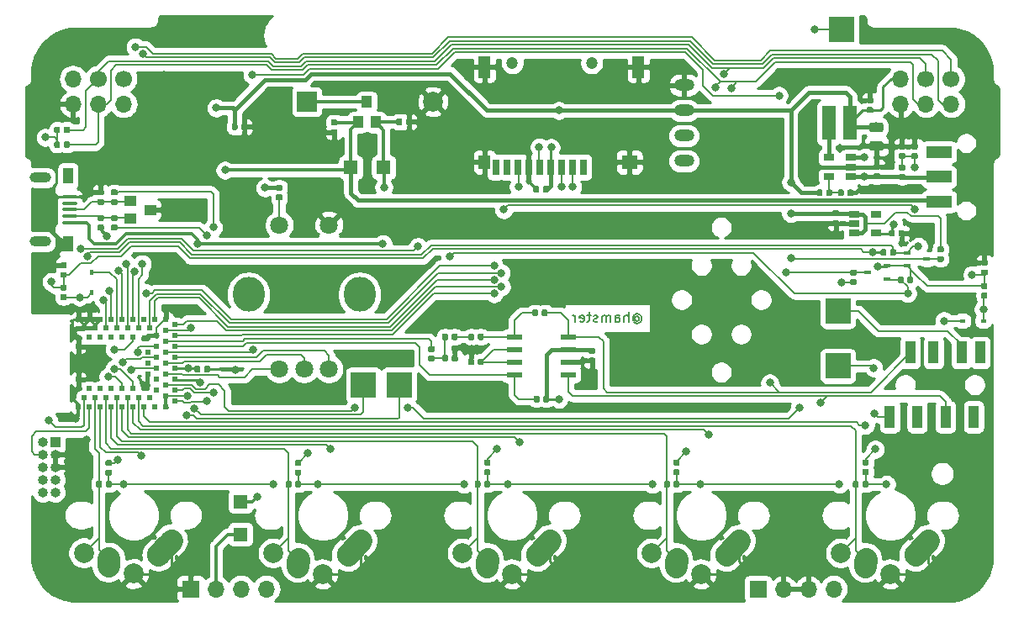
<source format=gbl>
G04 #@! TF.GenerationSoftware,KiCad,Pcbnew,(5.1.0)-1*
G04 #@! TF.CreationDate,2019-05-14T00:20:19-06:00*
G04 #@! TF.ProjectId,laser-theremin,6c617365-722d-4746-9865-72656d696e2e,rev?*
G04 #@! TF.SameCoordinates,Original*
G04 #@! TF.FileFunction,Copper,L2,Bot*
G04 #@! TF.FilePolarity,Positive*
%FSLAX46Y46*%
G04 Gerber Fmt 4.6, Leading zero omitted, Abs format (unit mm)*
G04 Created by KiCad (PCBNEW (5.1.0)-1) date 2019-05-14 00:20:19*
%MOMM*%
%LPD*%
G04 APERTURE LIST*
%ADD10C,0.150000*%
%ADD11C,2.250000*%
%ADD12C,2.250000*%
%ADD13C,2.000000*%
%ADD14R,2.000000X2.000000*%
%ADD15R,0.500000X0.500000*%
%ADD16C,1.700000*%
%ADD17O,1.700000X1.700000*%
%ADD18R,1.000000X1.000000*%
%ADD19O,1.000000X1.000000*%
%ADD20R,1.200000X2.200000*%
%ADD21R,1.600000X1.400000*%
%ADD22R,1.200000X1.400000*%
%ADD23C,1.200000*%
%ADD24R,0.700000X1.600000*%
%ADD25R,2.500000X1.250000*%
%ADD26R,1.060000X0.650000*%
%ADD27C,1.800000*%
%ADD28O,3.200000X3.500000*%
%ADD29C,0.100000*%
%ADD30C,0.590000*%
%ADD31C,0.975000*%
%ADD32R,1.397000X1.397000*%
%ADD33R,1.143000X1.016000*%
%ADD34R,1.000000X1.597660*%
%ADD35O,2.150000X1.050000*%
%ADD36O,1.500000X0.400000*%
%ADD37R,1.350000X3.400000*%
%ADD38R,1.016000X1.143000*%
%ADD39R,0.700000X0.450000*%
%ADD40R,1.550000X0.600000*%
%ADD41R,0.450000X0.600000*%
%ADD42R,0.600000X0.450000*%
%ADD43R,2.500000X2.500000*%
%ADD44R,0.998220X2.247900*%
%ADD45O,2.000000X1.200000*%
%ADD46R,1.700000X1.700000*%
%ADD47C,0.800000*%
%ADD48C,0.254000*%
%ADD49C,0.381000*%
%ADD50C,0.177800*%
%ADD51C,0.304800*%
%ADD52C,0.203200*%
G04 APERTURE END LIST*
D10*
X159505714Y-93706190D02*
X159553333Y-93658571D01*
X159648571Y-93610952D01*
X159743809Y-93610952D01*
X159839047Y-93658571D01*
X159886666Y-93706190D01*
X159934285Y-93801428D01*
X159934285Y-93896666D01*
X159886666Y-93991904D01*
X159839047Y-94039523D01*
X159743809Y-94087142D01*
X159648571Y-94087142D01*
X159553333Y-94039523D01*
X159505714Y-93991904D01*
X159505714Y-93610952D02*
X159505714Y-93991904D01*
X159458095Y-94039523D01*
X159410476Y-94039523D01*
X159315238Y-93991904D01*
X159267619Y-93896666D01*
X159267619Y-93658571D01*
X159362857Y-93515714D01*
X159505714Y-93420476D01*
X159696190Y-93372857D01*
X159886666Y-93420476D01*
X160029523Y-93515714D01*
X160124761Y-93658571D01*
X160172380Y-93849047D01*
X160124761Y-94039523D01*
X160029523Y-94182380D01*
X159886666Y-94277619D01*
X159696190Y-94325238D01*
X159505714Y-94277619D01*
X159362857Y-94182380D01*
X158839047Y-94182380D02*
X158839047Y-93182380D01*
X158410476Y-94182380D02*
X158410476Y-93658571D01*
X158458095Y-93563333D01*
X158553333Y-93515714D01*
X158696190Y-93515714D01*
X158791428Y-93563333D01*
X158839047Y-93610952D01*
X157505714Y-94182380D02*
X157505714Y-93658571D01*
X157553333Y-93563333D01*
X157648571Y-93515714D01*
X157839047Y-93515714D01*
X157934285Y-93563333D01*
X157505714Y-94134761D02*
X157600952Y-94182380D01*
X157839047Y-94182380D01*
X157934285Y-94134761D01*
X157981904Y-94039523D01*
X157981904Y-93944285D01*
X157934285Y-93849047D01*
X157839047Y-93801428D01*
X157600952Y-93801428D01*
X157505714Y-93753809D01*
X157029523Y-94182380D02*
X157029523Y-93515714D01*
X157029523Y-93610952D02*
X156981904Y-93563333D01*
X156886666Y-93515714D01*
X156743809Y-93515714D01*
X156648571Y-93563333D01*
X156600952Y-93658571D01*
X156600952Y-94182380D01*
X156600952Y-93658571D02*
X156553333Y-93563333D01*
X156458095Y-93515714D01*
X156315238Y-93515714D01*
X156220000Y-93563333D01*
X156172380Y-93658571D01*
X156172380Y-94182380D01*
X155743809Y-94134761D02*
X155648571Y-94182380D01*
X155458095Y-94182380D01*
X155362857Y-94134761D01*
X155315238Y-94039523D01*
X155315238Y-93991904D01*
X155362857Y-93896666D01*
X155458095Y-93849047D01*
X155600952Y-93849047D01*
X155696190Y-93801428D01*
X155743809Y-93706190D01*
X155743809Y-93658571D01*
X155696190Y-93563333D01*
X155600952Y-93515714D01*
X155458095Y-93515714D01*
X155362857Y-93563333D01*
X155029523Y-93515714D02*
X154648571Y-93515714D01*
X154886666Y-93182380D02*
X154886666Y-94039523D01*
X154839047Y-94134761D01*
X154743809Y-94182380D01*
X154648571Y-94182380D01*
X153934285Y-94134761D02*
X154029523Y-94182380D01*
X154220000Y-94182380D01*
X154315238Y-94134761D01*
X154362857Y-94039523D01*
X154362857Y-93658571D01*
X154315238Y-93563333D01*
X154220000Y-93515714D01*
X154029523Y-93515714D01*
X153934285Y-93563333D01*
X153886666Y-93658571D01*
X153886666Y-93753809D01*
X154362857Y-93849047D01*
X153458095Y-94182380D02*
X153458095Y-93515714D01*
X153458095Y-93706190D02*
X153410476Y-93610952D01*
X153362857Y-93563333D01*
X153267619Y-93515714D01*
X153172380Y-93515714D01*
D11*
X106480000Y-118390000D03*
D12*
X106505506Y-118015868D02*
X106454494Y-118764132D01*
D13*
X108990000Y-119540000D03*
X103990000Y-117440000D03*
D11*
X111490000Y-117640000D03*
X112145005Y-116910004D03*
D12*
X112800000Y-116180000D02*
X111490010Y-117640008D01*
D11*
X125555000Y-118410000D03*
D12*
X125580506Y-118035868D02*
X125529494Y-118784132D01*
D13*
X128065000Y-119560000D03*
X123065000Y-117460000D03*
D11*
X130565000Y-117660000D03*
X131220005Y-116930004D03*
D12*
X131875000Y-116200000D02*
X130565010Y-117660008D01*
D11*
X144605000Y-118410000D03*
D12*
X144630506Y-118035868D02*
X144579494Y-118784132D01*
D13*
X147115000Y-119560000D03*
X142115000Y-117460000D03*
D11*
X149615000Y-117660000D03*
X150270005Y-116930004D03*
D12*
X150925000Y-116200000D02*
X149615010Y-117660008D01*
D11*
X163655000Y-118410000D03*
D12*
X163680506Y-118035868D02*
X163629494Y-118784132D01*
D13*
X166165000Y-119560000D03*
X161165000Y-117460000D03*
D11*
X168665000Y-117660000D03*
X169320005Y-116930004D03*
D12*
X169975000Y-116200000D02*
X168665010Y-117660008D01*
D11*
X182705000Y-118410000D03*
D12*
X182730506Y-118035868D02*
X182679494Y-118784132D01*
D13*
X185215000Y-119560000D03*
X180215000Y-117460000D03*
D11*
X187715000Y-117660000D03*
X188370005Y-116930004D03*
D12*
X189025000Y-116200000D02*
X187715010Y-117660008D01*
D13*
X139150000Y-72000000D03*
D14*
X126450000Y-72000000D03*
D15*
X113140000Y-102160000D03*
X113140000Y-94460000D03*
X113140000Y-101060000D03*
X113140000Y-99960000D03*
X113140000Y-98860000D03*
X113140000Y-97760000D03*
X113140000Y-96660000D03*
X113140000Y-95560000D03*
X110440000Y-99410000D03*
X110440000Y-98310000D03*
X110440000Y-97210000D03*
X104540000Y-100910000D03*
X108940000Y-100910000D03*
X107840000Y-100910000D03*
X106740000Y-100910000D03*
X105640000Y-100910000D03*
X108940000Y-95710000D03*
X107840000Y-95710000D03*
X106740000Y-95710000D03*
X105640000Y-95710000D03*
X104540000Y-95710000D03*
X103440000Y-96660000D03*
X103440000Y-99960000D03*
X103440000Y-102710000D03*
X103990000Y-101810000D03*
X104540000Y-102710000D03*
X105090000Y-101810000D03*
X105640000Y-102710000D03*
X106190000Y-101810000D03*
X106740000Y-102710000D03*
X107290000Y-101810000D03*
X107840000Y-102710000D03*
X108390000Y-101810000D03*
X108940000Y-102710000D03*
X109490000Y-101810000D03*
X110040000Y-102710000D03*
X110590000Y-101810000D03*
X111140000Y-102710000D03*
X112240000Y-102710000D03*
X112240000Y-101610000D03*
X111340000Y-101060000D03*
X112240000Y-100510000D03*
X111340000Y-99960000D03*
X112240000Y-99410000D03*
X111340000Y-98860000D03*
X112240000Y-98310000D03*
X111340000Y-97760000D03*
X112240000Y-97210000D03*
X111340000Y-96660000D03*
X112240000Y-96110000D03*
X111340000Y-95560000D03*
X112240000Y-95010000D03*
X112240000Y-93910000D03*
X111140000Y-93910000D03*
X110590000Y-94810000D03*
X110040000Y-93910000D03*
X109490000Y-94810000D03*
X108940000Y-93910000D03*
X108390000Y-94810000D03*
X107840000Y-93910000D03*
X107290000Y-94810000D03*
X106740000Y-93910000D03*
X106190000Y-94810000D03*
X105640000Y-93910000D03*
X105090000Y-94810000D03*
X104540000Y-93910000D03*
X103990000Y-94810000D03*
X103440000Y-93910000D03*
D16*
X191340000Y-69710000D03*
D17*
X191340000Y-72250000D03*
D16*
X188800000Y-69710000D03*
D17*
X188800000Y-72250000D03*
X186260000Y-69710000D03*
X186260000Y-72250000D03*
D16*
X107990000Y-69710000D03*
D17*
X107990000Y-72250000D03*
D16*
X105450000Y-69710000D03*
D17*
X105450000Y-72250000D03*
X102910000Y-69710000D03*
X102910000Y-72250000D03*
D18*
X101120000Y-106290000D03*
D19*
X99850000Y-106290000D03*
X101120000Y-107560000D03*
X99850000Y-107560000D03*
X101120000Y-108830000D03*
X99850000Y-108830000D03*
X101120000Y-110100000D03*
X99850000Y-110100000D03*
X101120000Y-111370000D03*
X99850000Y-111370000D03*
D20*
X144330000Y-68490000D03*
X159830000Y-68490000D03*
D21*
X158930000Y-78090000D03*
D22*
X144330000Y-78090000D03*
D23*
X155130000Y-68090000D03*
X147150000Y-68090000D03*
D24*
X152080000Y-78590000D03*
X153180000Y-78590000D03*
X154280000Y-78590000D03*
X150980000Y-78590000D03*
X149880000Y-78590000D03*
X148780000Y-78590000D03*
X147680000Y-78590000D03*
X146580000Y-78590000D03*
X145480000Y-78590000D03*
D25*
X190110000Y-77070000D03*
X190110000Y-79570000D03*
X190110000Y-82070000D03*
D26*
X179010000Y-77620000D03*
X179010000Y-79520000D03*
X181210000Y-79520000D03*
X181210000Y-78570000D03*
X181210000Y-77620000D03*
D27*
X126170000Y-98930000D03*
X128670000Y-84430000D03*
X123670000Y-84430000D03*
X123670000Y-98930000D03*
X128670000Y-98930000D03*
D28*
X131770000Y-91430000D03*
X120570000Y-91430000D03*
D29*
G36*
X149726958Y-80500710D02*
G01*
X149741276Y-80502834D01*
X149755317Y-80506351D01*
X149768946Y-80511228D01*
X149782031Y-80517417D01*
X149794447Y-80524858D01*
X149806073Y-80533481D01*
X149816798Y-80543202D01*
X149826519Y-80553927D01*
X149835142Y-80565553D01*
X149842583Y-80577969D01*
X149848772Y-80591054D01*
X149853649Y-80604683D01*
X149857166Y-80618724D01*
X149859290Y-80633042D01*
X149860000Y-80647500D01*
X149860000Y-80992500D01*
X149859290Y-81006958D01*
X149857166Y-81021276D01*
X149853649Y-81035317D01*
X149848772Y-81048946D01*
X149842583Y-81062031D01*
X149835142Y-81074447D01*
X149826519Y-81086073D01*
X149816798Y-81096798D01*
X149806073Y-81106519D01*
X149794447Y-81115142D01*
X149782031Y-81122583D01*
X149768946Y-81128772D01*
X149755317Y-81133649D01*
X149741276Y-81137166D01*
X149726958Y-81139290D01*
X149712500Y-81140000D01*
X149417500Y-81140000D01*
X149403042Y-81139290D01*
X149388724Y-81137166D01*
X149374683Y-81133649D01*
X149361054Y-81128772D01*
X149347969Y-81122583D01*
X149335553Y-81115142D01*
X149323927Y-81106519D01*
X149313202Y-81096798D01*
X149303481Y-81086073D01*
X149294858Y-81074447D01*
X149287417Y-81062031D01*
X149281228Y-81048946D01*
X149276351Y-81035317D01*
X149272834Y-81021276D01*
X149270710Y-81006958D01*
X149270000Y-80992500D01*
X149270000Y-80647500D01*
X149270710Y-80633042D01*
X149272834Y-80618724D01*
X149276351Y-80604683D01*
X149281228Y-80591054D01*
X149287417Y-80577969D01*
X149294858Y-80565553D01*
X149303481Y-80553927D01*
X149313202Y-80543202D01*
X149323927Y-80533481D01*
X149335553Y-80524858D01*
X149347969Y-80517417D01*
X149361054Y-80511228D01*
X149374683Y-80506351D01*
X149388724Y-80502834D01*
X149403042Y-80500710D01*
X149417500Y-80500000D01*
X149712500Y-80500000D01*
X149726958Y-80500710D01*
X149726958Y-80500710D01*
G37*
D30*
X149565000Y-80820000D03*
D29*
G36*
X150696958Y-80500710D02*
G01*
X150711276Y-80502834D01*
X150725317Y-80506351D01*
X150738946Y-80511228D01*
X150752031Y-80517417D01*
X150764447Y-80524858D01*
X150776073Y-80533481D01*
X150786798Y-80543202D01*
X150796519Y-80553927D01*
X150805142Y-80565553D01*
X150812583Y-80577969D01*
X150818772Y-80591054D01*
X150823649Y-80604683D01*
X150827166Y-80618724D01*
X150829290Y-80633042D01*
X150830000Y-80647500D01*
X150830000Y-80992500D01*
X150829290Y-81006958D01*
X150827166Y-81021276D01*
X150823649Y-81035317D01*
X150818772Y-81048946D01*
X150812583Y-81062031D01*
X150805142Y-81074447D01*
X150796519Y-81086073D01*
X150786798Y-81096798D01*
X150776073Y-81106519D01*
X150764447Y-81115142D01*
X150752031Y-81122583D01*
X150738946Y-81128772D01*
X150725317Y-81133649D01*
X150711276Y-81137166D01*
X150696958Y-81139290D01*
X150682500Y-81140000D01*
X150387500Y-81140000D01*
X150373042Y-81139290D01*
X150358724Y-81137166D01*
X150344683Y-81133649D01*
X150331054Y-81128772D01*
X150317969Y-81122583D01*
X150305553Y-81115142D01*
X150293927Y-81106519D01*
X150283202Y-81096798D01*
X150273481Y-81086073D01*
X150264858Y-81074447D01*
X150257417Y-81062031D01*
X150251228Y-81048946D01*
X150246351Y-81035317D01*
X150242834Y-81021276D01*
X150240710Y-81006958D01*
X150240000Y-80992500D01*
X150240000Y-80647500D01*
X150240710Y-80633042D01*
X150242834Y-80618724D01*
X150246351Y-80604683D01*
X150251228Y-80591054D01*
X150257417Y-80577969D01*
X150264858Y-80565553D01*
X150273481Y-80553927D01*
X150283202Y-80543202D01*
X150293927Y-80533481D01*
X150305553Y-80524858D01*
X150317969Y-80517417D01*
X150331054Y-80511228D01*
X150344683Y-80506351D01*
X150358724Y-80502834D01*
X150373042Y-80500710D01*
X150387500Y-80500000D01*
X150682500Y-80500000D01*
X150696958Y-80500710D01*
X150696958Y-80500710D01*
G37*
D30*
X150535000Y-80820000D03*
D29*
G36*
X129376958Y-74760710D02*
G01*
X129391276Y-74762834D01*
X129405317Y-74766351D01*
X129418946Y-74771228D01*
X129432031Y-74777417D01*
X129444447Y-74784858D01*
X129456073Y-74793481D01*
X129466798Y-74803202D01*
X129476519Y-74813927D01*
X129485142Y-74825553D01*
X129492583Y-74837969D01*
X129498772Y-74851054D01*
X129503649Y-74864683D01*
X129507166Y-74878724D01*
X129509290Y-74893042D01*
X129510000Y-74907500D01*
X129510000Y-75202500D01*
X129509290Y-75216958D01*
X129507166Y-75231276D01*
X129503649Y-75245317D01*
X129498772Y-75258946D01*
X129492583Y-75272031D01*
X129485142Y-75284447D01*
X129476519Y-75296073D01*
X129466798Y-75306798D01*
X129456073Y-75316519D01*
X129444447Y-75325142D01*
X129432031Y-75332583D01*
X129418946Y-75338772D01*
X129405317Y-75343649D01*
X129391276Y-75347166D01*
X129376958Y-75349290D01*
X129362500Y-75350000D01*
X129017500Y-75350000D01*
X129003042Y-75349290D01*
X128988724Y-75347166D01*
X128974683Y-75343649D01*
X128961054Y-75338772D01*
X128947969Y-75332583D01*
X128935553Y-75325142D01*
X128923927Y-75316519D01*
X128913202Y-75306798D01*
X128903481Y-75296073D01*
X128894858Y-75284447D01*
X128887417Y-75272031D01*
X128881228Y-75258946D01*
X128876351Y-75245317D01*
X128872834Y-75231276D01*
X128870710Y-75216958D01*
X128870000Y-75202500D01*
X128870000Y-74907500D01*
X128870710Y-74893042D01*
X128872834Y-74878724D01*
X128876351Y-74864683D01*
X128881228Y-74851054D01*
X128887417Y-74837969D01*
X128894858Y-74825553D01*
X128903481Y-74813927D01*
X128913202Y-74803202D01*
X128923927Y-74793481D01*
X128935553Y-74784858D01*
X128947969Y-74777417D01*
X128961054Y-74771228D01*
X128974683Y-74766351D01*
X128988724Y-74762834D01*
X129003042Y-74760710D01*
X129017500Y-74760000D01*
X129362500Y-74760000D01*
X129376958Y-74760710D01*
X129376958Y-74760710D01*
G37*
D30*
X129190000Y-75055000D03*
D29*
G36*
X129376958Y-73790710D02*
G01*
X129391276Y-73792834D01*
X129405317Y-73796351D01*
X129418946Y-73801228D01*
X129432031Y-73807417D01*
X129444447Y-73814858D01*
X129456073Y-73823481D01*
X129466798Y-73833202D01*
X129476519Y-73843927D01*
X129485142Y-73855553D01*
X129492583Y-73867969D01*
X129498772Y-73881054D01*
X129503649Y-73894683D01*
X129507166Y-73908724D01*
X129509290Y-73923042D01*
X129510000Y-73937500D01*
X129510000Y-74232500D01*
X129509290Y-74246958D01*
X129507166Y-74261276D01*
X129503649Y-74275317D01*
X129498772Y-74288946D01*
X129492583Y-74302031D01*
X129485142Y-74314447D01*
X129476519Y-74326073D01*
X129466798Y-74336798D01*
X129456073Y-74346519D01*
X129444447Y-74355142D01*
X129432031Y-74362583D01*
X129418946Y-74368772D01*
X129405317Y-74373649D01*
X129391276Y-74377166D01*
X129376958Y-74379290D01*
X129362500Y-74380000D01*
X129017500Y-74380000D01*
X129003042Y-74379290D01*
X128988724Y-74377166D01*
X128974683Y-74373649D01*
X128961054Y-74368772D01*
X128947969Y-74362583D01*
X128935553Y-74355142D01*
X128923927Y-74346519D01*
X128913202Y-74336798D01*
X128903481Y-74326073D01*
X128894858Y-74314447D01*
X128887417Y-74302031D01*
X128881228Y-74288946D01*
X128876351Y-74275317D01*
X128872834Y-74261276D01*
X128870710Y-74246958D01*
X128870000Y-74232500D01*
X128870000Y-73937500D01*
X128870710Y-73923042D01*
X128872834Y-73908724D01*
X128876351Y-73894683D01*
X128881228Y-73881054D01*
X128887417Y-73867969D01*
X128894858Y-73855553D01*
X128903481Y-73843927D01*
X128913202Y-73833202D01*
X128923927Y-73823481D01*
X128935553Y-73814858D01*
X128947969Y-73807417D01*
X128961054Y-73801228D01*
X128974683Y-73796351D01*
X128988724Y-73792834D01*
X129003042Y-73790710D01*
X129017500Y-73790000D01*
X129362500Y-73790000D01*
X129376958Y-73790710D01*
X129376958Y-73790710D01*
G37*
D30*
X129190000Y-74085000D03*
D29*
G36*
X184036958Y-79230710D02*
G01*
X184051276Y-79232834D01*
X184065317Y-79236351D01*
X184078946Y-79241228D01*
X184092031Y-79247417D01*
X184104447Y-79254858D01*
X184116073Y-79263481D01*
X184126798Y-79273202D01*
X184136519Y-79283927D01*
X184145142Y-79295553D01*
X184152583Y-79307969D01*
X184158772Y-79321054D01*
X184163649Y-79334683D01*
X184167166Y-79348724D01*
X184169290Y-79363042D01*
X184170000Y-79377500D01*
X184170000Y-79672500D01*
X184169290Y-79686958D01*
X184167166Y-79701276D01*
X184163649Y-79715317D01*
X184158772Y-79728946D01*
X184152583Y-79742031D01*
X184145142Y-79754447D01*
X184136519Y-79766073D01*
X184126798Y-79776798D01*
X184116073Y-79786519D01*
X184104447Y-79795142D01*
X184092031Y-79802583D01*
X184078946Y-79808772D01*
X184065317Y-79813649D01*
X184051276Y-79817166D01*
X184036958Y-79819290D01*
X184022500Y-79820000D01*
X183677500Y-79820000D01*
X183663042Y-79819290D01*
X183648724Y-79817166D01*
X183634683Y-79813649D01*
X183621054Y-79808772D01*
X183607969Y-79802583D01*
X183595553Y-79795142D01*
X183583927Y-79786519D01*
X183573202Y-79776798D01*
X183563481Y-79766073D01*
X183554858Y-79754447D01*
X183547417Y-79742031D01*
X183541228Y-79728946D01*
X183536351Y-79715317D01*
X183532834Y-79701276D01*
X183530710Y-79686958D01*
X183530000Y-79672500D01*
X183530000Y-79377500D01*
X183530710Y-79363042D01*
X183532834Y-79348724D01*
X183536351Y-79334683D01*
X183541228Y-79321054D01*
X183547417Y-79307969D01*
X183554858Y-79295553D01*
X183563481Y-79283927D01*
X183573202Y-79273202D01*
X183583927Y-79263481D01*
X183595553Y-79254858D01*
X183607969Y-79247417D01*
X183621054Y-79241228D01*
X183634683Y-79236351D01*
X183648724Y-79232834D01*
X183663042Y-79230710D01*
X183677500Y-79230000D01*
X184022500Y-79230000D01*
X184036958Y-79230710D01*
X184036958Y-79230710D01*
G37*
D30*
X183850000Y-79525000D03*
D29*
G36*
X184036958Y-78260710D02*
G01*
X184051276Y-78262834D01*
X184065317Y-78266351D01*
X184078946Y-78271228D01*
X184092031Y-78277417D01*
X184104447Y-78284858D01*
X184116073Y-78293481D01*
X184126798Y-78303202D01*
X184136519Y-78313927D01*
X184145142Y-78325553D01*
X184152583Y-78337969D01*
X184158772Y-78351054D01*
X184163649Y-78364683D01*
X184167166Y-78378724D01*
X184169290Y-78393042D01*
X184170000Y-78407500D01*
X184170000Y-78702500D01*
X184169290Y-78716958D01*
X184167166Y-78731276D01*
X184163649Y-78745317D01*
X184158772Y-78758946D01*
X184152583Y-78772031D01*
X184145142Y-78784447D01*
X184136519Y-78796073D01*
X184126798Y-78806798D01*
X184116073Y-78816519D01*
X184104447Y-78825142D01*
X184092031Y-78832583D01*
X184078946Y-78838772D01*
X184065317Y-78843649D01*
X184051276Y-78847166D01*
X184036958Y-78849290D01*
X184022500Y-78850000D01*
X183677500Y-78850000D01*
X183663042Y-78849290D01*
X183648724Y-78847166D01*
X183634683Y-78843649D01*
X183621054Y-78838772D01*
X183607969Y-78832583D01*
X183595553Y-78825142D01*
X183583927Y-78816519D01*
X183573202Y-78806798D01*
X183563481Y-78796073D01*
X183554858Y-78784447D01*
X183547417Y-78772031D01*
X183541228Y-78758946D01*
X183536351Y-78745317D01*
X183532834Y-78731276D01*
X183530710Y-78716958D01*
X183530000Y-78702500D01*
X183530000Y-78407500D01*
X183530710Y-78393042D01*
X183532834Y-78378724D01*
X183536351Y-78364683D01*
X183541228Y-78351054D01*
X183547417Y-78337969D01*
X183554858Y-78325553D01*
X183563481Y-78313927D01*
X183573202Y-78303202D01*
X183583927Y-78293481D01*
X183595553Y-78284858D01*
X183607969Y-78277417D01*
X183621054Y-78271228D01*
X183634683Y-78266351D01*
X183648724Y-78262834D01*
X183663042Y-78260710D01*
X183677500Y-78260000D01*
X184022500Y-78260000D01*
X184036958Y-78260710D01*
X184036958Y-78260710D01*
G37*
D30*
X183850000Y-78555000D03*
D29*
G36*
X116556958Y-98610710D02*
G01*
X116571276Y-98612834D01*
X116585317Y-98616351D01*
X116598946Y-98621228D01*
X116612031Y-98627417D01*
X116624447Y-98634858D01*
X116636073Y-98643481D01*
X116646798Y-98653202D01*
X116656519Y-98663927D01*
X116665142Y-98675553D01*
X116672583Y-98687969D01*
X116678772Y-98701054D01*
X116683649Y-98714683D01*
X116687166Y-98728724D01*
X116689290Y-98743042D01*
X116690000Y-98757500D01*
X116690000Y-99102500D01*
X116689290Y-99116958D01*
X116687166Y-99131276D01*
X116683649Y-99145317D01*
X116678772Y-99158946D01*
X116672583Y-99172031D01*
X116665142Y-99184447D01*
X116656519Y-99196073D01*
X116646798Y-99206798D01*
X116636073Y-99216519D01*
X116624447Y-99225142D01*
X116612031Y-99232583D01*
X116598946Y-99238772D01*
X116585317Y-99243649D01*
X116571276Y-99247166D01*
X116556958Y-99249290D01*
X116542500Y-99250000D01*
X116247500Y-99250000D01*
X116233042Y-99249290D01*
X116218724Y-99247166D01*
X116204683Y-99243649D01*
X116191054Y-99238772D01*
X116177969Y-99232583D01*
X116165553Y-99225142D01*
X116153927Y-99216519D01*
X116143202Y-99206798D01*
X116133481Y-99196073D01*
X116124858Y-99184447D01*
X116117417Y-99172031D01*
X116111228Y-99158946D01*
X116106351Y-99145317D01*
X116102834Y-99131276D01*
X116100710Y-99116958D01*
X116100000Y-99102500D01*
X116100000Y-98757500D01*
X116100710Y-98743042D01*
X116102834Y-98728724D01*
X116106351Y-98714683D01*
X116111228Y-98701054D01*
X116117417Y-98687969D01*
X116124858Y-98675553D01*
X116133481Y-98663927D01*
X116143202Y-98653202D01*
X116153927Y-98643481D01*
X116165553Y-98634858D01*
X116177969Y-98627417D01*
X116191054Y-98621228D01*
X116204683Y-98616351D01*
X116218724Y-98612834D01*
X116233042Y-98610710D01*
X116247500Y-98610000D01*
X116542500Y-98610000D01*
X116556958Y-98610710D01*
X116556958Y-98610710D01*
G37*
D30*
X116395000Y-98930000D03*
D29*
G36*
X115586958Y-98610710D02*
G01*
X115601276Y-98612834D01*
X115615317Y-98616351D01*
X115628946Y-98621228D01*
X115642031Y-98627417D01*
X115654447Y-98634858D01*
X115666073Y-98643481D01*
X115676798Y-98653202D01*
X115686519Y-98663927D01*
X115695142Y-98675553D01*
X115702583Y-98687969D01*
X115708772Y-98701054D01*
X115713649Y-98714683D01*
X115717166Y-98728724D01*
X115719290Y-98743042D01*
X115720000Y-98757500D01*
X115720000Y-99102500D01*
X115719290Y-99116958D01*
X115717166Y-99131276D01*
X115713649Y-99145317D01*
X115708772Y-99158946D01*
X115702583Y-99172031D01*
X115695142Y-99184447D01*
X115686519Y-99196073D01*
X115676798Y-99206798D01*
X115666073Y-99216519D01*
X115654447Y-99225142D01*
X115642031Y-99232583D01*
X115628946Y-99238772D01*
X115615317Y-99243649D01*
X115601276Y-99247166D01*
X115586958Y-99249290D01*
X115572500Y-99250000D01*
X115277500Y-99250000D01*
X115263042Y-99249290D01*
X115248724Y-99247166D01*
X115234683Y-99243649D01*
X115221054Y-99238772D01*
X115207969Y-99232583D01*
X115195553Y-99225142D01*
X115183927Y-99216519D01*
X115173202Y-99206798D01*
X115163481Y-99196073D01*
X115154858Y-99184447D01*
X115147417Y-99172031D01*
X115141228Y-99158946D01*
X115136351Y-99145317D01*
X115132834Y-99131276D01*
X115130710Y-99116958D01*
X115130000Y-99102500D01*
X115130000Y-98757500D01*
X115130710Y-98743042D01*
X115132834Y-98728724D01*
X115136351Y-98714683D01*
X115141228Y-98701054D01*
X115147417Y-98687969D01*
X115154858Y-98675553D01*
X115163481Y-98663927D01*
X115173202Y-98653202D01*
X115183927Y-98643481D01*
X115195553Y-98634858D01*
X115207969Y-98627417D01*
X115221054Y-98621228D01*
X115234683Y-98616351D01*
X115248724Y-98612834D01*
X115263042Y-98610710D01*
X115277500Y-98610000D01*
X115572500Y-98610000D01*
X115586958Y-98610710D01*
X115586958Y-98610710D01*
G37*
D30*
X115425000Y-98930000D03*
D29*
G36*
X184290142Y-74096174D02*
G01*
X184313803Y-74099684D01*
X184337007Y-74105496D01*
X184359529Y-74113554D01*
X184381153Y-74123782D01*
X184401670Y-74136079D01*
X184420883Y-74150329D01*
X184438607Y-74166393D01*
X184454671Y-74184117D01*
X184468921Y-74203330D01*
X184481218Y-74223847D01*
X184491446Y-74245471D01*
X184499504Y-74267993D01*
X184505316Y-74291197D01*
X184508826Y-74314858D01*
X184510000Y-74338750D01*
X184510000Y-74826250D01*
X184508826Y-74850142D01*
X184505316Y-74873803D01*
X184499504Y-74897007D01*
X184491446Y-74919529D01*
X184481218Y-74941153D01*
X184468921Y-74961670D01*
X184454671Y-74980883D01*
X184438607Y-74998607D01*
X184420883Y-75014671D01*
X184401670Y-75028921D01*
X184381153Y-75041218D01*
X184359529Y-75051446D01*
X184337007Y-75059504D01*
X184313803Y-75065316D01*
X184290142Y-75068826D01*
X184266250Y-75070000D01*
X183353750Y-75070000D01*
X183329858Y-75068826D01*
X183306197Y-75065316D01*
X183282993Y-75059504D01*
X183260471Y-75051446D01*
X183238847Y-75041218D01*
X183218330Y-75028921D01*
X183199117Y-75014671D01*
X183181393Y-74998607D01*
X183165329Y-74980883D01*
X183151079Y-74961670D01*
X183138782Y-74941153D01*
X183128554Y-74919529D01*
X183120496Y-74897007D01*
X183114684Y-74873803D01*
X183111174Y-74850142D01*
X183110000Y-74826250D01*
X183110000Y-74338750D01*
X183111174Y-74314858D01*
X183114684Y-74291197D01*
X183120496Y-74267993D01*
X183128554Y-74245471D01*
X183138782Y-74223847D01*
X183151079Y-74203330D01*
X183165329Y-74184117D01*
X183181393Y-74166393D01*
X183199117Y-74150329D01*
X183218330Y-74136079D01*
X183238847Y-74123782D01*
X183260471Y-74113554D01*
X183282993Y-74105496D01*
X183306197Y-74099684D01*
X183329858Y-74096174D01*
X183353750Y-74095000D01*
X184266250Y-74095000D01*
X184290142Y-74096174D01*
X184290142Y-74096174D01*
G37*
D31*
X183810000Y-74582500D03*
D29*
G36*
X184290142Y-75971174D02*
G01*
X184313803Y-75974684D01*
X184337007Y-75980496D01*
X184359529Y-75988554D01*
X184381153Y-75998782D01*
X184401670Y-76011079D01*
X184420883Y-76025329D01*
X184438607Y-76041393D01*
X184454671Y-76059117D01*
X184468921Y-76078330D01*
X184481218Y-76098847D01*
X184491446Y-76120471D01*
X184499504Y-76142993D01*
X184505316Y-76166197D01*
X184508826Y-76189858D01*
X184510000Y-76213750D01*
X184510000Y-76701250D01*
X184508826Y-76725142D01*
X184505316Y-76748803D01*
X184499504Y-76772007D01*
X184491446Y-76794529D01*
X184481218Y-76816153D01*
X184468921Y-76836670D01*
X184454671Y-76855883D01*
X184438607Y-76873607D01*
X184420883Y-76889671D01*
X184401670Y-76903921D01*
X184381153Y-76916218D01*
X184359529Y-76926446D01*
X184337007Y-76934504D01*
X184313803Y-76940316D01*
X184290142Y-76943826D01*
X184266250Y-76945000D01*
X183353750Y-76945000D01*
X183329858Y-76943826D01*
X183306197Y-76940316D01*
X183282993Y-76934504D01*
X183260471Y-76926446D01*
X183238847Y-76916218D01*
X183218330Y-76903921D01*
X183199117Y-76889671D01*
X183181393Y-76873607D01*
X183165329Y-76855883D01*
X183151079Y-76836670D01*
X183138782Y-76816153D01*
X183128554Y-76794529D01*
X183120496Y-76772007D01*
X183114684Y-76748803D01*
X183111174Y-76725142D01*
X183110000Y-76701250D01*
X183110000Y-76213750D01*
X183111174Y-76189858D01*
X183114684Y-76166197D01*
X183120496Y-76142993D01*
X183128554Y-76120471D01*
X183138782Y-76098847D01*
X183151079Y-76078330D01*
X183165329Y-76059117D01*
X183181393Y-76041393D01*
X183199117Y-76025329D01*
X183218330Y-76011079D01*
X183238847Y-75998782D01*
X183260471Y-75988554D01*
X183282993Y-75980496D01*
X183306197Y-75974684D01*
X183329858Y-75971174D01*
X183353750Y-75970000D01*
X184266250Y-75970000D01*
X184290142Y-75971174D01*
X184290142Y-75971174D01*
G37*
D31*
X183810000Y-76457500D03*
D29*
G36*
X105876958Y-80840710D02*
G01*
X105891276Y-80842834D01*
X105905317Y-80846351D01*
X105918946Y-80851228D01*
X105932031Y-80857417D01*
X105944447Y-80864858D01*
X105956073Y-80873481D01*
X105966798Y-80883202D01*
X105976519Y-80893927D01*
X105985142Y-80905553D01*
X105992583Y-80917969D01*
X105998772Y-80931054D01*
X106003649Y-80944683D01*
X106007166Y-80958724D01*
X106009290Y-80973042D01*
X106010000Y-80987500D01*
X106010000Y-81282500D01*
X106009290Y-81296958D01*
X106007166Y-81311276D01*
X106003649Y-81325317D01*
X105998772Y-81338946D01*
X105992583Y-81352031D01*
X105985142Y-81364447D01*
X105976519Y-81376073D01*
X105966798Y-81386798D01*
X105956073Y-81396519D01*
X105944447Y-81405142D01*
X105932031Y-81412583D01*
X105918946Y-81418772D01*
X105905317Y-81423649D01*
X105891276Y-81427166D01*
X105876958Y-81429290D01*
X105862500Y-81430000D01*
X105517500Y-81430000D01*
X105503042Y-81429290D01*
X105488724Y-81427166D01*
X105474683Y-81423649D01*
X105461054Y-81418772D01*
X105447969Y-81412583D01*
X105435553Y-81405142D01*
X105423927Y-81396519D01*
X105413202Y-81386798D01*
X105403481Y-81376073D01*
X105394858Y-81364447D01*
X105387417Y-81352031D01*
X105381228Y-81338946D01*
X105376351Y-81325317D01*
X105372834Y-81311276D01*
X105370710Y-81296958D01*
X105370000Y-81282500D01*
X105370000Y-80987500D01*
X105370710Y-80973042D01*
X105372834Y-80958724D01*
X105376351Y-80944683D01*
X105381228Y-80931054D01*
X105387417Y-80917969D01*
X105394858Y-80905553D01*
X105403481Y-80893927D01*
X105413202Y-80883202D01*
X105423927Y-80873481D01*
X105435553Y-80864858D01*
X105447969Y-80857417D01*
X105461054Y-80851228D01*
X105474683Y-80846351D01*
X105488724Y-80842834D01*
X105503042Y-80840710D01*
X105517500Y-80840000D01*
X105862500Y-80840000D01*
X105876958Y-80840710D01*
X105876958Y-80840710D01*
G37*
D30*
X105690000Y-81135000D03*
D29*
G36*
X105876958Y-81810710D02*
G01*
X105891276Y-81812834D01*
X105905317Y-81816351D01*
X105918946Y-81821228D01*
X105932031Y-81827417D01*
X105944447Y-81834858D01*
X105956073Y-81843481D01*
X105966798Y-81853202D01*
X105976519Y-81863927D01*
X105985142Y-81875553D01*
X105992583Y-81887969D01*
X105998772Y-81901054D01*
X106003649Y-81914683D01*
X106007166Y-81928724D01*
X106009290Y-81943042D01*
X106010000Y-81957500D01*
X106010000Y-82252500D01*
X106009290Y-82266958D01*
X106007166Y-82281276D01*
X106003649Y-82295317D01*
X105998772Y-82308946D01*
X105992583Y-82322031D01*
X105985142Y-82334447D01*
X105976519Y-82346073D01*
X105966798Y-82356798D01*
X105956073Y-82366519D01*
X105944447Y-82375142D01*
X105932031Y-82382583D01*
X105918946Y-82388772D01*
X105905317Y-82393649D01*
X105891276Y-82397166D01*
X105876958Y-82399290D01*
X105862500Y-82400000D01*
X105517500Y-82400000D01*
X105503042Y-82399290D01*
X105488724Y-82397166D01*
X105474683Y-82393649D01*
X105461054Y-82388772D01*
X105447969Y-82382583D01*
X105435553Y-82375142D01*
X105423927Y-82366519D01*
X105413202Y-82356798D01*
X105403481Y-82346073D01*
X105394858Y-82334447D01*
X105387417Y-82322031D01*
X105381228Y-82308946D01*
X105376351Y-82295317D01*
X105372834Y-82281276D01*
X105370710Y-82266958D01*
X105370000Y-82252500D01*
X105370000Y-81957500D01*
X105370710Y-81943042D01*
X105372834Y-81928724D01*
X105376351Y-81914683D01*
X105381228Y-81901054D01*
X105387417Y-81887969D01*
X105394858Y-81875553D01*
X105403481Y-81863927D01*
X105413202Y-81853202D01*
X105423927Y-81843481D01*
X105435553Y-81834858D01*
X105447969Y-81827417D01*
X105461054Y-81821228D01*
X105474683Y-81816351D01*
X105488724Y-81812834D01*
X105503042Y-81810710D01*
X105517500Y-81810000D01*
X105862500Y-81810000D01*
X105876958Y-81810710D01*
X105876958Y-81810710D01*
G37*
D30*
X105690000Y-82105000D03*
D29*
G36*
X105876958Y-84380710D02*
G01*
X105891276Y-84382834D01*
X105905317Y-84386351D01*
X105918946Y-84391228D01*
X105932031Y-84397417D01*
X105944447Y-84404858D01*
X105956073Y-84413481D01*
X105966798Y-84423202D01*
X105976519Y-84433927D01*
X105985142Y-84445553D01*
X105992583Y-84457969D01*
X105998772Y-84471054D01*
X106003649Y-84484683D01*
X106007166Y-84498724D01*
X106009290Y-84513042D01*
X106010000Y-84527500D01*
X106010000Y-84822500D01*
X106009290Y-84836958D01*
X106007166Y-84851276D01*
X106003649Y-84865317D01*
X105998772Y-84878946D01*
X105992583Y-84892031D01*
X105985142Y-84904447D01*
X105976519Y-84916073D01*
X105966798Y-84926798D01*
X105956073Y-84936519D01*
X105944447Y-84945142D01*
X105932031Y-84952583D01*
X105918946Y-84958772D01*
X105905317Y-84963649D01*
X105891276Y-84967166D01*
X105876958Y-84969290D01*
X105862500Y-84970000D01*
X105517500Y-84970000D01*
X105503042Y-84969290D01*
X105488724Y-84967166D01*
X105474683Y-84963649D01*
X105461054Y-84958772D01*
X105447969Y-84952583D01*
X105435553Y-84945142D01*
X105423927Y-84936519D01*
X105413202Y-84926798D01*
X105403481Y-84916073D01*
X105394858Y-84904447D01*
X105387417Y-84892031D01*
X105381228Y-84878946D01*
X105376351Y-84865317D01*
X105372834Y-84851276D01*
X105370710Y-84836958D01*
X105370000Y-84822500D01*
X105370000Y-84527500D01*
X105370710Y-84513042D01*
X105372834Y-84498724D01*
X105376351Y-84484683D01*
X105381228Y-84471054D01*
X105387417Y-84457969D01*
X105394858Y-84445553D01*
X105403481Y-84433927D01*
X105413202Y-84423202D01*
X105423927Y-84413481D01*
X105435553Y-84404858D01*
X105447969Y-84397417D01*
X105461054Y-84391228D01*
X105474683Y-84386351D01*
X105488724Y-84382834D01*
X105503042Y-84380710D01*
X105517500Y-84380000D01*
X105862500Y-84380000D01*
X105876958Y-84380710D01*
X105876958Y-84380710D01*
G37*
D30*
X105690000Y-84675000D03*
D29*
G36*
X105876958Y-83410710D02*
G01*
X105891276Y-83412834D01*
X105905317Y-83416351D01*
X105918946Y-83421228D01*
X105932031Y-83427417D01*
X105944447Y-83434858D01*
X105956073Y-83443481D01*
X105966798Y-83453202D01*
X105976519Y-83463927D01*
X105985142Y-83475553D01*
X105992583Y-83487969D01*
X105998772Y-83501054D01*
X106003649Y-83514683D01*
X106007166Y-83528724D01*
X106009290Y-83543042D01*
X106010000Y-83557500D01*
X106010000Y-83852500D01*
X106009290Y-83866958D01*
X106007166Y-83881276D01*
X106003649Y-83895317D01*
X105998772Y-83908946D01*
X105992583Y-83922031D01*
X105985142Y-83934447D01*
X105976519Y-83946073D01*
X105966798Y-83956798D01*
X105956073Y-83966519D01*
X105944447Y-83975142D01*
X105932031Y-83982583D01*
X105918946Y-83988772D01*
X105905317Y-83993649D01*
X105891276Y-83997166D01*
X105876958Y-83999290D01*
X105862500Y-84000000D01*
X105517500Y-84000000D01*
X105503042Y-83999290D01*
X105488724Y-83997166D01*
X105474683Y-83993649D01*
X105461054Y-83988772D01*
X105447969Y-83982583D01*
X105435553Y-83975142D01*
X105423927Y-83966519D01*
X105413202Y-83956798D01*
X105403481Y-83946073D01*
X105394858Y-83934447D01*
X105387417Y-83922031D01*
X105381228Y-83908946D01*
X105376351Y-83895317D01*
X105372834Y-83881276D01*
X105370710Y-83866958D01*
X105370000Y-83852500D01*
X105370000Y-83557500D01*
X105370710Y-83543042D01*
X105372834Y-83528724D01*
X105376351Y-83514683D01*
X105381228Y-83501054D01*
X105387417Y-83487969D01*
X105394858Y-83475553D01*
X105403481Y-83463927D01*
X105413202Y-83453202D01*
X105423927Y-83443481D01*
X105435553Y-83434858D01*
X105447969Y-83427417D01*
X105461054Y-83421228D01*
X105474683Y-83416351D01*
X105488724Y-83412834D01*
X105503042Y-83410710D01*
X105517500Y-83410000D01*
X105862500Y-83410000D01*
X105876958Y-83410710D01*
X105876958Y-83410710D01*
G37*
D30*
X105690000Y-83705000D03*
D32*
X130869000Y-78610000D03*
X134171000Y-78610000D03*
D33*
X108634000Y-83779000D03*
X108634000Y-82001000D03*
X110666000Y-82890000D03*
D34*
X102398280Y-79470000D03*
D35*
X99650000Y-79645000D03*
X99650000Y-86095000D03*
D34*
X102398280Y-86270000D03*
D36*
X102576080Y-81570000D03*
X102576080Y-82220000D03*
X102576080Y-82870000D03*
X102576080Y-83520000D03*
X102576080Y-84170000D03*
D37*
X178995000Y-74160000D03*
X181145000Y-74160000D03*
D38*
X132490000Y-72024000D03*
X131601000Y-74056000D03*
X133379000Y-74056000D03*
D29*
G36*
X135916958Y-73710710D02*
G01*
X135931276Y-73712834D01*
X135945317Y-73716351D01*
X135958946Y-73721228D01*
X135972031Y-73727417D01*
X135984447Y-73734858D01*
X135996073Y-73743481D01*
X136006798Y-73753202D01*
X136016519Y-73763927D01*
X136025142Y-73775553D01*
X136032583Y-73787969D01*
X136038772Y-73801054D01*
X136043649Y-73814683D01*
X136047166Y-73828724D01*
X136049290Y-73843042D01*
X136050000Y-73857500D01*
X136050000Y-74202500D01*
X136049290Y-74216958D01*
X136047166Y-74231276D01*
X136043649Y-74245317D01*
X136038772Y-74258946D01*
X136032583Y-74272031D01*
X136025142Y-74284447D01*
X136016519Y-74296073D01*
X136006798Y-74306798D01*
X135996073Y-74316519D01*
X135984447Y-74325142D01*
X135972031Y-74332583D01*
X135958946Y-74338772D01*
X135945317Y-74343649D01*
X135931276Y-74347166D01*
X135916958Y-74349290D01*
X135902500Y-74350000D01*
X135607500Y-74350000D01*
X135593042Y-74349290D01*
X135578724Y-74347166D01*
X135564683Y-74343649D01*
X135551054Y-74338772D01*
X135537969Y-74332583D01*
X135525553Y-74325142D01*
X135513927Y-74316519D01*
X135503202Y-74306798D01*
X135493481Y-74296073D01*
X135484858Y-74284447D01*
X135477417Y-74272031D01*
X135471228Y-74258946D01*
X135466351Y-74245317D01*
X135462834Y-74231276D01*
X135460710Y-74216958D01*
X135460000Y-74202500D01*
X135460000Y-73857500D01*
X135460710Y-73843042D01*
X135462834Y-73828724D01*
X135466351Y-73814683D01*
X135471228Y-73801054D01*
X135477417Y-73787969D01*
X135484858Y-73775553D01*
X135493481Y-73763927D01*
X135503202Y-73753202D01*
X135513927Y-73743481D01*
X135525553Y-73734858D01*
X135537969Y-73727417D01*
X135551054Y-73721228D01*
X135564683Y-73716351D01*
X135578724Y-73712834D01*
X135593042Y-73710710D01*
X135607500Y-73710000D01*
X135902500Y-73710000D01*
X135916958Y-73710710D01*
X135916958Y-73710710D01*
G37*
D30*
X135755000Y-74030000D03*
D29*
G36*
X136886958Y-73710710D02*
G01*
X136901276Y-73712834D01*
X136915317Y-73716351D01*
X136928946Y-73721228D01*
X136942031Y-73727417D01*
X136954447Y-73734858D01*
X136966073Y-73743481D01*
X136976798Y-73753202D01*
X136986519Y-73763927D01*
X136995142Y-73775553D01*
X137002583Y-73787969D01*
X137008772Y-73801054D01*
X137013649Y-73814683D01*
X137017166Y-73828724D01*
X137019290Y-73843042D01*
X137020000Y-73857500D01*
X137020000Y-74202500D01*
X137019290Y-74216958D01*
X137017166Y-74231276D01*
X137013649Y-74245317D01*
X137008772Y-74258946D01*
X137002583Y-74272031D01*
X136995142Y-74284447D01*
X136986519Y-74296073D01*
X136976798Y-74306798D01*
X136966073Y-74316519D01*
X136954447Y-74325142D01*
X136942031Y-74332583D01*
X136928946Y-74338772D01*
X136915317Y-74343649D01*
X136901276Y-74347166D01*
X136886958Y-74349290D01*
X136872500Y-74350000D01*
X136577500Y-74350000D01*
X136563042Y-74349290D01*
X136548724Y-74347166D01*
X136534683Y-74343649D01*
X136521054Y-74338772D01*
X136507969Y-74332583D01*
X136495553Y-74325142D01*
X136483927Y-74316519D01*
X136473202Y-74306798D01*
X136463481Y-74296073D01*
X136454858Y-74284447D01*
X136447417Y-74272031D01*
X136441228Y-74258946D01*
X136436351Y-74245317D01*
X136432834Y-74231276D01*
X136430710Y-74216958D01*
X136430000Y-74202500D01*
X136430000Y-73857500D01*
X136430710Y-73843042D01*
X136432834Y-73828724D01*
X136436351Y-73814683D01*
X136441228Y-73801054D01*
X136447417Y-73787969D01*
X136454858Y-73775553D01*
X136463481Y-73763927D01*
X136473202Y-73753202D01*
X136483927Y-73743481D01*
X136495553Y-73734858D01*
X136507969Y-73727417D01*
X136521054Y-73721228D01*
X136534683Y-73716351D01*
X136548724Y-73712834D01*
X136563042Y-73710710D01*
X136577500Y-73710000D01*
X136872500Y-73710000D01*
X136886958Y-73710710D01*
X136886958Y-73710710D01*
G37*
D30*
X136725000Y-74030000D03*
D29*
G36*
X107246958Y-80840710D02*
G01*
X107261276Y-80842834D01*
X107275317Y-80846351D01*
X107288946Y-80851228D01*
X107302031Y-80857417D01*
X107314447Y-80864858D01*
X107326073Y-80873481D01*
X107336798Y-80883202D01*
X107346519Y-80893927D01*
X107355142Y-80905553D01*
X107362583Y-80917969D01*
X107368772Y-80931054D01*
X107373649Y-80944683D01*
X107377166Y-80958724D01*
X107379290Y-80973042D01*
X107380000Y-80987500D01*
X107380000Y-81282500D01*
X107379290Y-81296958D01*
X107377166Y-81311276D01*
X107373649Y-81325317D01*
X107368772Y-81338946D01*
X107362583Y-81352031D01*
X107355142Y-81364447D01*
X107346519Y-81376073D01*
X107336798Y-81386798D01*
X107326073Y-81396519D01*
X107314447Y-81405142D01*
X107302031Y-81412583D01*
X107288946Y-81418772D01*
X107275317Y-81423649D01*
X107261276Y-81427166D01*
X107246958Y-81429290D01*
X107232500Y-81430000D01*
X106887500Y-81430000D01*
X106873042Y-81429290D01*
X106858724Y-81427166D01*
X106844683Y-81423649D01*
X106831054Y-81418772D01*
X106817969Y-81412583D01*
X106805553Y-81405142D01*
X106793927Y-81396519D01*
X106783202Y-81386798D01*
X106773481Y-81376073D01*
X106764858Y-81364447D01*
X106757417Y-81352031D01*
X106751228Y-81338946D01*
X106746351Y-81325317D01*
X106742834Y-81311276D01*
X106740710Y-81296958D01*
X106740000Y-81282500D01*
X106740000Y-80987500D01*
X106740710Y-80973042D01*
X106742834Y-80958724D01*
X106746351Y-80944683D01*
X106751228Y-80931054D01*
X106757417Y-80917969D01*
X106764858Y-80905553D01*
X106773481Y-80893927D01*
X106783202Y-80883202D01*
X106793927Y-80873481D01*
X106805553Y-80864858D01*
X106817969Y-80857417D01*
X106831054Y-80851228D01*
X106844683Y-80846351D01*
X106858724Y-80842834D01*
X106873042Y-80840710D01*
X106887500Y-80840000D01*
X107232500Y-80840000D01*
X107246958Y-80840710D01*
X107246958Y-80840710D01*
G37*
D30*
X107060000Y-81135000D03*
D29*
G36*
X107246958Y-81810710D02*
G01*
X107261276Y-81812834D01*
X107275317Y-81816351D01*
X107288946Y-81821228D01*
X107302031Y-81827417D01*
X107314447Y-81834858D01*
X107326073Y-81843481D01*
X107336798Y-81853202D01*
X107346519Y-81863927D01*
X107355142Y-81875553D01*
X107362583Y-81887969D01*
X107368772Y-81901054D01*
X107373649Y-81914683D01*
X107377166Y-81928724D01*
X107379290Y-81943042D01*
X107380000Y-81957500D01*
X107380000Y-82252500D01*
X107379290Y-82266958D01*
X107377166Y-82281276D01*
X107373649Y-82295317D01*
X107368772Y-82308946D01*
X107362583Y-82322031D01*
X107355142Y-82334447D01*
X107346519Y-82346073D01*
X107336798Y-82356798D01*
X107326073Y-82366519D01*
X107314447Y-82375142D01*
X107302031Y-82382583D01*
X107288946Y-82388772D01*
X107275317Y-82393649D01*
X107261276Y-82397166D01*
X107246958Y-82399290D01*
X107232500Y-82400000D01*
X106887500Y-82400000D01*
X106873042Y-82399290D01*
X106858724Y-82397166D01*
X106844683Y-82393649D01*
X106831054Y-82388772D01*
X106817969Y-82382583D01*
X106805553Y-82375142D01*
X106793927Y-82366519D01*
X106783202Y-82356798D01*
X106773481Y-82346073D01*
X106764858Y-82334447D01*
X106757417Y-82322031D01*
X106751228Y-82308946D01*
X106746351Y-82295317D01*
X106742834Y-82281276D01*
X106740710Y-82266958D01*
X106740000Y-82252500D01*
X106740000Y-81957500D01*
X106740710Y-81943042D01*
X106742834Y-81928724D01*
X106746351Y-81914683D01*
X106751228Y-81901054D01*
X106757417Y-81887969D01*
X106764858Y-81875553D01*
X106773481Y-81863927D01*
X106783202Y-81853202D01*
X106793927Y-81843481D01*
X106805553Y-81834858D01*
X106817969Y-81827417D01*
X106831054Y-81821228D01*
X106844683Y-81816351D01*
X106858724Y-81812834D01*
X106873042Y-81810710D01*
X106887500Y-81810000D01*
X107232500Y-81810000D01*
X107246958Y-81810710D01*
X107246958Y-81810710D01*
G37*
D30*
X107060000Y-82105000D03*
D29*
G36*
X107246958Y-84380710D02*
G01*
X107261276Y-84382834D01*
X107275317Y-84386351D01*
X107288946Y-84391228D01*
X107302031Y-84397417D01*
X107314447Y-84404858D01*
X107326073Y-84413481D01*
X107336798Y-84423202D01*
X107346519Y-84433927D01*
X107355142Y-84445553D01*
X107362583Y-84457969D01*
X107368772Y-84471054D01*
X107373649Y-84484683D01*
X107377166Y-84498724D01*
X107379290Y-84513042D01*
X107380000Y-84527500D01*
X107380000Y-84822500D01*
X107379290Y-84836958D01*
X107377166Y-84851276D01*
X107373649Y-84865317D01*
X107368772Y-84878946D01*
X107362583Y-84892031D01*
X107355142Y-84904447D01*
X107346519Y-84916073D01*
X107336798Y-84926798D01*
X107326073Y-84936519D01*
X107314447Y-84945142D01*
X107302031Y-84952583D01*
X107288946Y-84958772D01*
X107275317Y-84963649D01*
X107261276Y-84967166D01*
X107246958Y-84969290D01*
X107232500Y-84970000D01*
X106887500Y-84970000D01*
X106873042Y-84969290D01*
X106858724Y-84967166D01*
X106844683Y-84963649D01*
X106831054Y-84958772D01*
X106817969Y-84952583D01*
X106805553Y-84945142D01*
X106793927Y-84936519D01*
X106783202Y-84926798D01*
X106773481Y-84916073D01*
X106764858Y-84904447D01*
X106757417Y-84892031D01*
X106751228Y-84878946D01*
X106746351Y-84865317D01*
X106742834Y-84851276D01*
X106740710Y-84836958D01*
X106740000Y-84822500D01*
X106740000Y-84527500D01*
X106740710Y-84513042D01*
X106742834Y-84498724D01*
X106746351Y-84484683D01*
X106751228Y-84471054D01*
X106757417Y-84457969D01*
X106764858Y-84445553D01*
X106773481Y-84433927D01*
X106783202Y-84423202D01*
X106793927Y-84413481D01*
X106805553Y-84404858D01*
X106817969Y-84397417D01*
X106831054Y-84391228D01*
X106844683Y-84386351D01*
X106858724Y-84382834D01*
X106873042Y-84380710D01*
X106887500Y-84380000D01*
X107232500Y-84380000D01*
X107246958Y-84380710D01*
X107246958Y-84380710D01*
G37*
D30*
X107060000Y-84675000D03*
D29*
G36*
X107246958Y-83410710D02*
G01*
X107261276Y-83412834D01*
X107275317Y-83416351D01*
X107288946Y-83421228D01*
X107302031Y-83427417D01*
X107314447Y-83434858D01*
X107326073Y-83443481D01*
X107336798Y-83453202D01*
X107346519Y-83463927D01*
X107355142Y-83475553D01*
X107362583Y-83487969D01*
X107368772Y-83501054D01*
X107373649Y-83514683D01*
X107377166Y-83528724D01*
X107379290Y-83543042D01*
X107380000Y-83557500D01*
X107380000Y-83852500D01*
X107379290Y-83866958D01*
X107377166Y-83881276D01*
X107373649Y-83895317D01*
X107368772Y-83908946D01*
X107362583Y-83922031D01*
X107355142Y-83934447D01*
X107346519Y-83946073D01*
X107336798Y-83956798D01*
X107326073Y-83966519D01*
X107314447Y-83975142D01*
X107302031Y-83982583D01*
X107288946Y-83988772D01*
X107275317Y-83993649D01*
X107261276Y-83997166D01*
X107246958Y-83999290D01*
X107232500Y-84000000D01*
X106887500Y-84000000D01*
X106873042Y-83999290D01*
X106858724Y-83997166D01*
X106844683Y-83993649D01*
X106831054Y-83988772D01*
X106817969Y-83982583D01*
X106805553Y-83975142D01*
X106793927Y-83966519D01*
X106783202Y-83956798D01*
X106773481Y-83946073D01*
X106764858Y-83934447D01*
X106757417Y-83922031D01*
X106751228Y-83908946D01*
X106746351Y-83895317D01*
X106742834Y-83881276D01*
X106740710Y-83866958D01*
X106740000Y-83852500D01*
X106740000Y-83557500D01*
X106740710Y-83543042D01*
X106742834Y-83528724D01*
X106746351Y-83514683D01*
X106751228Y-83501054D01*
X106757417Y-83487969D01*
X106764858Y-83475553D01*
X106773481Y-83463927D01*
X106783202Y-83453202D01*
X106793927Y-83443481D01*
X106805553Y-83434858D01*
X106817969Y-83427417D01*
X106831054Y-83421228D01*
X106844683Y-83416351D01*
X106858724Y-83412834D01*
X106873042Y-83410710D01*
X106887500Y-83410000D01*
X107232500Y-83410000D01*
X107246958Y-83410710D01*
X107246958Y-83410710D01*
G37*
D30*
X107060000Y-83705000D03*
D29*
G36*
X179226958Y-80850710D02*
G01*
X179241276Y-80852834D01*
X179255317Y-80856351D01*
X179268946Y-80861228D01*
X179282031Y-80867417D01*
X179294447Y-80874858D01*
X179306073Y-80883481D01*
X179316798Y-80893202D01*
X179326519Y-80903927D01*
X179335142Y-80915553D01*
X179342583Y-80927969D01*
X179348772Y-80941054D01*
X179353649Y-80954683D01*
X179357166Y-80968724D01*
X179359290Y-80983042D01*
X179360000Y-80997500D01*
X179360000Y-81342500D01*
X179359290Y-81356958D01*
X179357166Y-81371276D01*
X179353649Y-81385317D01*
X179348772Y-81398946D01*
X179342583Y-81412031D01*
X179335142Y-81424447D01*
X179326519Y-81436073D01*
X179316798Y-81446798D01*
X179306073Y-81456519D01*
X179294447Y-81465142D01*
X179282031Y-81472583D01*
X179268946Y-81478772D01*
X179255317Y-81483649D01*
X179241276Y-81487166D01*
X179226958Y-81489290D01*
X179212500Y-81490000D01*
X178917500Y-81490000D01*
X178903042Y-81489290D01*
X178888724Y-81487166D01*
X178874683Y-81483649D01*
X178861054Y-81478772D01*
X178847969Y-81472583D01*
X178835553Y-81465142D01*
X178823927Y-81456519D01*
X178813202Y-81446798D01*
X178803481Y-81436073D01*
X178794858Y-81424447D01*
X178787417Y-81412031D01*
X178781228Y-81398946D01*
X178776351Y-81385317D01*
X178772834Y-81371276D01*
X178770710Y-81356958D01*
X178770000Y-81342500D01*
X178770000Y-80997500D01*
X178770710Y-80983042D01*
X178772834Y-80968724D01*
X178776351Y-80954683D01*
X178781228Y-80941054D01*
X178787417Y-80927969D01*
X178794858Y-80915553D01*
X178803481Y-80903927D01*
X178813202Y-80893202D01*
X178823927Y-80883481D01*
X178835553Y-80874858D01*
X178847969Y-80867417D01*
X178861054Y-80861228D01*
X178874683Y-80856351D01*
X178888724Y-80852834D01*
X178903042Y-80850710D01*
X178917500Y-80850000D01*
X179212500Y-80850000D01*
X179226958Y-80850710D01*
X179226958Y-80850710D01*
G37*
D30*
X179065000Y-81170000D03*
D29*
G36*
X178256958Y-80850710D02*
G01*
X178271276Y-80852834D01*
X178285317Y-80856351D01*
X178298946Y-80861228D01*
X178312031Y-80867417D01*
X178324447Y-80874858D01*
X178336073Y-80883481D01*
X178346798Y-80893202D01*
X178356519Y-80903927D01*
X178365142Y-80915553D01*
X178372583Y-80927969D01*
X178378772Y-80941054D01*
X178383649Y-80954683D01*
X178387166Y-80968724D01*
X178389290Y-80983042D01*
X178390000Y-80997500D01*
X178390000Y-81342500D01*
X178389290Y-81356958D01*
X178387166Y-81371276D01*
X178383649Y-81385317D01*
X178378772Y-81398946D01*
X178372583Y-81412031D01*
X178365142Y-81424447D01*
X178356519Y-81436073D01*
X178346798Y-81446798D01*
X178336073Y-81456519D01*
X178324447Y-81465142D01*
X178312031Y-81472583D01*
X178298946Y-81478772D01*
X178285317Y-81483649D01*
X178271276Y-81487166D01*
X178256958Y-81489290D01*
X178242500Y-81490000D01*
X177947500Y-81490000D01*
X177933042Y-81489290D01*
X177918724Y-81487166D01*
X177904683Y-81483649D01*
X177891054Y-81478772D01*
X177877969Y-81472583D01*
X177865553Y-81465142D01*
X177853927Y-81456519D01*
X177843202Y-81446798D01*
X177833481Y-81436073D01*
X177824858Y-81424447D01*
X177817417Y-81412031D01*
X177811228Y-81398946D01*
X177806351Y-81385317D01*
X177802834Y-81371276D01*
X177800710Y-81356958D01*
X177800000Y-81342500D01*
X177800000Y-80997500D01*
X177800710Y-80983042D01*
X177802834Y-80968724D01*
X177806351Y-80954683D01*
X177811228Y-80941054D01*
X177817417Y-80927969D01*
X177824858Y-80915553D01*
X177833481Y-80903927D01*
X177843202Y-80893202D01*
X177853927Y-80883481D01*
X177865553Y-80874858D01*
X177877969Y-80867417D01*
X177891054Y-80861228D01*
X177904683Y-80856351D01*
X177918724Y-80852834D01*
X177933042Y-80850710D01*
X177947500Y-80850000D01*
X178242500Y-80850000D01*
X178256958Y-80850710D01*
X178256958Y-80850710D01*
G37*
D30*
X178095000Y-81170000D03*
D29*
G36*
X180386958Y-80850710D02*
G01*
X180401276Y-80852834D01*
X180415317Y-80856351D01*
X180428946Y-80861228D01*
X180442031Y-80867417D01*
X180454447Y-80874858D01*
X180466073Y-80883481D01*
X180476798Y-80893202D01*
X180486519Y-80903927D01*
X180495142Y-80915553D01*
X180502583Y-80927969D01*
X180508772Y-80941054D01*
X180513649Y-80954683D01*
X180517166Y-80968724D01*
X180519290Y-80983042D01*
X180520000Y-80997500D01*
X180520000Y-81342500D01*
X180519290Y-81356958D01*
X180517166Y-81371276D01*
X180513649Y-81385317D01*
X180508772Y-81398946D01*
X180502583Y-81412031D01*
X180495142Y-81424447D01*
X180486519Y-81436073D01*
X180476798Y-81446798D01*
X180466073Y-81456519D01*
X180454447Y-81465142D01*
X180442031Y-81472583D01*
X180428946Y-81478772D01*
X180415317Y-81483649D01*
X180401276Y-81487166D01*
X180386958Y-81489290D01*
X180372500Y-81490000D01*
X180077500Y-81490000D01*
X180063042Y-81489290D01*
X180048724Y-81487166D01*
X180034683Y-81483649D01*
X180021054Y-81478772D01*
X180007969Y-81472583D01*
X179995553Y-81465142D01*
X179983927Y-81456519D01*
X179973202Y-81446798D01*
X179963481Y-81436073D01*
X179954858Y-81424447D01*
X179947417Y-81412031D01*
X179941228Y-81398946D01*
X179936351Y-81385317D01*
X179932834Y-81371276D01*
X179930710Y-81356958D01*
X179930000Y-81342500D01*
X179930000Y-80997500D01*
X179930710Y-80983042D01*
X179932834Y-80968724D01*
X179936351Y-80954683D01*
X179941228Y-80941054D01*
X179947417Y-80927969D01*
X179954858Y-80915553D01*
X179963481Y-80903927D01*
X179973202Y-80893202D01*
X179983927Y-80883481D01*
X179995553Y-80874858D01*
X180007969Y-80867417D01*
X180021054Y-80861228D01*
X180034683Y-80856351D01*
X180048724Y-80852834D01*
X180063042Y-80850710D01*
X180077500Y-80850000D01*
X180372500Y-80850000D01*
X180386958Y-80850710D01*
X180386958Y-80850710D01*
G37*
D30*
X180225000Y-81170000D03*
D29*
G36*
X181356958Y-80850710D02*
G01*
X181371276Y-80852834D01*
X181385317Y-80856351D01*
X181398946Y-80861228D01*
X181412031Y-80867417D01*
X181424447Y-80874858D01*
X181436073Y-80883481D01*
X181446798Y-80893202D01*
X181456519Y-80903927D01*
X181465142Y-80915553D01*
X181472583Y-80927969D01*
X181478772Y-80941054D01*
X181483649Y-80954683D01*
X181487166Y-80968724D01*
X181489290Y-80983042D01*
X181490000Y-80997500D01*
X181490000Y-81342500D01*
X181489290Y-81356958D01*
X181487166Y-81371276D01*
X181483649Y-81385317D01*
X181478772Y-81398946D01*
X181472583Y-81412031D01*
X181465142Y-81424447D01*
X181456519Y-81436073D01*
X181446798Y-81446798D01*
X181436073Y-81456519D01*
X181424447Y-81465142D01*
X181412031Y-81472583D01*
X181398946Y-81478772D01*
X181385317Y-81483649D01*
X181371276Y-81487166D01*
X181356958Y-81489290D01*
X181342500Y-81490000D01*
X181047500Y-81490000D01*
X181033042Y-81489290D01*
X181018724Y-81487166D01*
X181004683Y-81483649D01*
X180991054Y-81478772D01*
X180977969Y-81472583D01*
X180965553Y-81465142D01*
X180953927Y-81456519D01*
X180943202Y-81446798D01*
X180933481Y-81436073D01*
X180924858Y-81424447D01*
X180917417Y-81412031D01*
X180911228Y-81398946D01*
X180906351Y-81385317D01*
X180902834Y-81371276D01*
X180900710Y-81356958D01*
X180900000Y-81342500D01*
X180900000Y-80997500D01*
X180900710Y-80983042D01*
X180902834Y-80968724D01*
X180906351Y-80954683D01*
X180911228Y-80941054D01*
X180917417Y-80927969D01*
X180924858Y-80915553D01*
X180933481Y-80903927D01*
X180943202Y-80893202D01*
X180953927Y-80883481D01*
X180965553Y-80874858D01*
X180977969Y-80867417D01*
X180991054Y-80861228D01*
X181004683Y-80856351D01*
X181018724Y-80852834D01*
X181033042Y-80850710D01*
X181047500Y-80850000D01*
X181342500Y-80850000D01*
X181356958Y-80850710D01*
X181356958Y-80850710D01*
G37*
D30*
X181195000Y-81170000D03*
D29*
G36*
X179896958Y-82960710D02*
G01*
X179911276Y-82962834D01*
X179925317Y-82966351D01*
X179938946Y-82971228D01*
X179952031Y-82977417D01*
X179964447Y-82984858D01*
X179976073Y-82993481D01*
X179986798Y-83003202D01*
X179996519Y-83013927D01*
X180005142Y-83025553D01*
X180012583Y-83037969D01*
X180018772Y-83051054D01*
X180023649Y-83064683D01*
X180027166Y-83078724D01*
X180029290Y-83093042D01*
X180030000Y-83107500D01*
X180030000Y-83402500D01*
X180029290Y-83416958D01*
X180027166Y-83431276D01*
X180023649Y-83445317D01*
X180018772Y-83458946D01*
X180012583Y-83472031D01*
X180005142Y-83484447D01*
X179996519Y-83496073D01*
X179986798Y-83506798D01*
X179976073Y-83516519D01*
X179964447Y-83525142D01*
X179952031Y-83532583D01*
X179938946Y-83538772D01*
X179925317Y-83543649D01*
X179911276Y-83547166D01*
X179896958Y-83549290D01*
X179882500Y-83550000D01*
X179537500Y-83550000D01*
X179523042Y-83549290D01*
X179508724Y-83547166D01*
X179494683Y-83543649D01*
X179481054Y-83538772D01*
X179467969Y-83532583D01*
X179455553Y-83525142D01*
X179443927Y-83516519D01*
X179433202Y-83506798D01*
X179423481Y-83496073D01*
X179414858Y-83484447D01*
X179407417Y-83472031D01*
X179401228Y-83458946D01*
X179396351Y-83445317D01*
X179392834Y-83431276D01*
X179390710Y-83416958D01*
X179390000Y-83402500D01*
X179390000Y-83107500D01*
X179390710Y-83093042D01*
X179392834Y-83078724D01*
X179396351Y-83064683D01*
X179401228Y-83051054D01*
X179407417Y-83037969D01*
X179414858Y-83025553D01*
X179423481Y-83013927D01*
X179433202Y-83003202D01*
X179443927Y-82993481D01*
X179455553Y-82984858D01*
X179467969Y-82977417D01*
X179481054Y-82971228D01*
X179494683Y-82966351D01*
X179508724Y-82962834D01*
X179523042Y-82960710D01*
X179537500Y-82960000D01*
X179882500Y-82960000D01*
X179896958Y-82960710D01*
X179896958Y-82960710D01*
G37*
D30*
X179710000Y-83255000D03*
D29*
G36*
X179896958Y-83930710D02*
G01*
X179911276Y-83932834D01*
X179925317Y-83936351D01*
X179938946Y-83941228D01*
X179952031Y-83947417D01*
X179964447Y-83954858D01*
X179976073Y-83963481D01*
X179986798Y-83973202D01*
X179996519Y-83983927D01*
X180005142Y-83995553D01*
X180012583Y-84007969D01*
X180018772Y-84021054D01*
X180023649Y-84034683D01*
X180027166Y-84048724D01*
X180029290Y-84063042D01*
X180030000Y-84077500D01*
X180030000Y-84372500D01*
X180029290Y-84386958D01*
X180027166Y-84401276D01*
X180023649Y-84415317D01*
X180018772Y-84428946D01*
X180012583Y-84442031D01*
X180005142Y-84454447D01*
X179996519Y-84466073D01*
X179986798Y-84476798D01*
X179976073Y-84486519D01*
X179964447Y-84495142D01*
X179952031Y-84502583D01*
X179938946Y-84508772D01*
X179925317Y-84513649D01*
X179911276Y-84517166D01*
X179896958Y-84519290D01*
X179882500Y-84520000D01*
X179537500Y-84520000D01*
X179523042Y-84519290D01*
X179508724Y-84517166D01*
X179494683Y-84513649D01*
X179481054Y-84508772D01*
X179467969Y-84502583D01*
X179455553Y-84495142D01*
X179443927Y-84486519D01*
X179433202Y-84476798D01*
X179423481Y-84466073D01*
X179414858Y-84454447D01*
X179407417Y-84442031D01*
X179401228Y-84428946D01*
X179396351Y-84415317D01*
X179392834Y-84401276D01*
X179390710Y-84386958D01*
X179390000Y-84372500D01*
X179390000Y-84077500D01*
X179390710Y-84063042D01*
X179392834Y-84048724D01*
X179396351Y-84034683D01*
X179401228Y-84021054D01*
X179407417Y-84007969D01*
X179414858Y-83995553D01*
X179423481Y-83983927D01*
X179433202Y-83973202D01*
X179443927Y-83963481D01*
X179455553Y-83954858D01*
X179467969Y-83947417D01*
X179481054Y-83941228D01*
X179494683Y-83936351D01*
X179508724Y-83932834D01*
X179523042Y-83930710D01*
X179537500Y-83930000D01*
X179882500Y-83930000D01*
X179896958Y-83930710D01*
X179896958Y-83930710D01*
G37*
D30*
X179710000Y-84225000D03*
D29*
G36*
X186496958Y-84940710D02*
G01*
X186511276Y-84942834D01*
X186525317Y-84946351D01*
X186538946Y-84951228D01*
X186552031Y-84957417D01*
X186564447Y-84964858D01*
X186576073Y-84973481D01*
X186586798Y-84983202D01*
X186596519Y-84993927D01*
X186605142Y-85005553D01*
X186612583Y-85017969D01*
X186618772Y-85031054D01*
X186623649Y-85044683D01*
X186627166Y-85058724D01*
X186629290Y-85073042D01*
X186630000Y-85087500D01*
X186630000Y-85432500D01*
X186629290Y-85446958D01*
X186627166Y-85461276D01*
X186623649Y-85475317D01*
X186618772Y-85488946D01*
X186612583Y-85502031D01*
X186605142Y-85514447D01*
X186596519Y-85526073D01*
X186586798Y-85536798D01*
X186576073Y-85546519D01*
X186564447Y-85555142D01*
X186552031Y-85562583D01*
X186538946Y-85568772D01*
X186525317Y-85573649D01*
X186511276Y-85577166D01*
X186496958Y-85579290D01*
X186482500Y-85580000D01*
X186187500Y-85580000D01*
X186173042Y-85579290D01*
X186158724Y-85577166D01*
X186144683Y-85573649D01*
X186131054Y-85568772D01*
X186117969Y-85562583D01*
X186105553Y-85555142D01*
X186093927Y-85546519D01*
X186083202Y-85536798D01*
X186073481Y-85526073D01*
X186064858Y-85514447D01*
X186057417Y-85502031D01*
X186051228Y-85488946D01*
X186046351Y-85475317D01*
X186042834Y-85461276D01*
X186040710Y-85446958D01*
X186040000Y-85432500D01*
X186040000Y-85087500D01*
X186040710Y-85073042D01*
X186042834Y-85058724D01*
X186046351Y-85044683D01*
X186051228Y-85031054D01*
X186057417Y-85017969D01*
X186064858Y-85005553D01*
X186073481Y-84993927D01*
X186083202Y-84983202D01*
X186093927Y-84973481D01*
X186105553Y-84964858D01*
X186117969Y-84957417D01*
X186131054Y-84951228D01*
X186144683Y-84946351D01*
X186158724Y-84942834D01*
X186173042Y-84940710D01*
X186187500Y-84940000D01*
X186482500Y-84940000D01*
X186496958Y-84940710D01*
X186496958Y-84940710D01*
G37*
D30*
X186335000Y-85260000D03*
D29*
G36*
X185526958Y-84940710D02*
G01*
X185541276Y-84942834D01*
X185555317Y-84946351D01*
X185568946Y-84951228D01*
X185582031Y-84957417D01*
X185594447Y-84964858D01*
X185606073Y-84973481D01*
X185616798Y-84983202D01*
X185626519Y-84993927D01*
X185635142Y-85005553D01*
X185642583Y-85017969D01*
X185648772Y-85031054D01*
X185653649Y-85044683D01*
X185657166Y-85058724D01*
X185659290Y-85073042D01*
X185660000Y-85087500D01*
X185660000Y-85432500D01*
X185659290Y-85446958D01*
X185657166Y-85461276D01*
X185653649Y-85475317D01*
X185648772Y-85488946D01*
X185642583Y-85502031D01*
X185635142Y-85514447D01*
X185626519Y-85526073D01*
X185616798Y-85536798D01*
X185606073Y-85546519D01*
X185594447Y-85555142D01*
X185582031Y-85562583D01*
X185568946Y-85568772D01*
X185555317Y-85573649D01*
X185541276Y-85577166D01*
X185526958Y-85579290D01*
X185512500Y-85580000D01*
X185217500Y-85580000D01*
X185203042Y-85579290D01*
X185188724Y-85577166D01*
X185174683Y-85573649D01*
X185161054Y-85568772D01*
X185147969Y-85562583D01*
X185135553Y-85555142D01*
X185123927Y-85546519D01*
X185113202Y-85536798D01*
X185103481Y-85526073D01*
X185094858Y-85514447D01*
X185087417Y-85502031D01*
X185081228Y-85488946D01*
X185076351Y-85475317D01*
X185072834Y-85461276D01*
X185070710Y-85446958D01*
X185070000Y-85432500D01*
X185070000Y-85087500D01*
X185070710Y-85073042D01*
X185072834Y-85058724D01*
X185076351Y-85044683D01*
X185081228Y-85031054D01*
X185087417Y-85017969D01*
X185094858Y-85005553D01*
X185103481Y-84993927D01*
X185113202Y-84983202D01*
X185123927Y-84973481D01*
X185135553Y-84964858D01*
X185147969Y-84957417D01*
X185161054Y-84951228D01*
X185174683Y-84946351D01*
X185188724Y-84942834D01*
X185203042Y-84940710D01*
X185217500Y-84940000D01*
X185512500Y-84940000D01*
X185526958Y-84940710D01*
X185526958Y-84940710D01*
G37*
D30*
X185365000Y-85260000D03*
D29*
G36*
X102146958Y-89150710D02*
G01*
X102161276Y-89152834D01*
X102175317Y-89156351D01*
X102188946Y-89161228D01*
X102202031Y-89167417D01*
X102214447Y-89174858D01*
X102226073Y-89183481D01*
X102236798Y-89193202D01*
X102246519Y-89203927D01*
X102255142Y-89215553D01*
X102262583Y-89227969D01*
X102268772Y-89241054D01*
X102273649Y-89254683D01*
X102277166Y-89268724D01*
X102279290Y-89283042D01*
X102280000Y-89297500D01*
X102280000Y-89592500D01*
X102279290Y-89606958D01*
X102277166Y-89621276D01*
X102273649Y-89635317D01*
X102268772Y-89648946D01*
X102262583Y-89662031D01*
X102255142Y-89674447D01*
X102246519Y-89686073D01*
X102236798Y-89696798D01*
X102226073Y-89706519D01*
X102214447Y-89715142D01*
X102202031Y-89722583D01*
X102188946Y-89728772D01*
X102175317Y-89733649D01*
X102161276Y-89737166D01*
X102146958Y-89739290D01*
X102132500Y-89740000D01*
X101787500Y-89740000D01*
X101773042Y-89739290D01*
X101758724Y-89737166D01*
X101744683Y-89733649D01*
X101731054Y-89728772D01*
X101717969Y-89722583D01*
X101705553Y-89715142D01*
X101693927Y-89706519D01*
X101683202Y-89696798D01*
X101673481Y-89686073D01*
X101664858Y-89674447D01*
X101657417Y-89662031D01*
X101651228Y-89648946D01*
X101646351Y-89635317D01*
X101642834Y-89621276D01*
X101640710Y-89606958D01*
X101640000Y-89592500D01*
X101640000Y-89297500D01*
X101640710Y-89283042D01*
X101642834Y-89268724D01*
X101646351Y-89254683D01*
X101651228Y-89241054D01*
X101657417Y-89227969D01*
X101664858Y-89215553D01*
X101673481Y-89203927D01*
X101683202Y-89193202D01*
X101693927Y-89183481D01*
X101705553Y-89174858D01*
X101717969Y-89167417D01*
X101731054Y-89161228D01*
X101744683Y-89156351D01*
X101758724Y-89152834D01*
X101773042Y-89150710D01*
X101787500Y-89150000D01*
X102132500Y-89150000D01*
X102146958Y-89150710D01*
X102146958Y-89150710D01*
G37*
D30*
X101960000Y-89445000D03*
D29*
G36*
X102146958Y-88180710D02*
G01*
X102161276Y-88182834D01*
X102175317Y-88186351D01*
X102188946Y-88191228D01*
X102202031Y-88197417D01*
X102214447Y-88204858D01*
X102226073Y-88213481D01*
X102236798Y-88223202D01*
X102246519Y-88233927D01*
X102255142Y-88245553D01*
X102262583Y-88257969D01*
X102268772Y-88271054D01*
X102273649Y-88284683D01*
X102277166Y-88298724D01*
X102279290Y-88313042D01*
X102280000Y-88327500D01*
X102280000Y-88622500D01*
X102279290Y-88636958D01*
X102277166Y-88651276D01*
X102273649Y-88665317D01*
X102268772Y-88678946D01*
X102262583Y-88692031D01*
X102255142Y-88704447D01*
X102246519Y-88716073D01*
X102236798Y-88726798D01*
X102226073Y-88736519D01*
X102214447Y-88745142D01*
X102202031Y-88752583D01*
X102188946Y-88758772D01*
X102175317Y-88763649D01*
X102161276Y-88767166D01*
X102146958Y-88769290D01*
X102132500Y-88770000D01*
X101787500Y-88770000D01*
X101773042Y-88769290D01*
X101758724Y-88767166D01*
X101744683Y-88763649D01*
X101731054Y-88758772D01*
X101717969Y-88752583D01*
X101705553Y-88745142D01*
X101693927Y-88736519D01*
X101683202Y-88726798D01*
X101673481Y-88716073D01*
X101664858Y-88704447D01*
X101657417Y-88692031D01*
X101651228Y-88678946D01*
X101646351Y-88665317D01*
X101642834Y-88651276D01*
X101640710Y-88636958D01*
X101640000Y-88622500D01*
X101640000Y-88327500D01*
X101640710Y-88313042D01*
X101642834Y-88298724D01*
X101646351Y-88284683D01*
X101651228Y-88271054D01*
X101657417Y-88257969D01*
X101664858Y-88245553D01*
X101673481Y-88233927D01*
X101683202Y-88223202D01*
X101693927Y-88213481D01*
X101705553Y-88204858D01*
X101717969Y-88197417D01*
X101731054Y-88191228D01*
X101744683Y-88186351D01*
X101758724Y-88182834D01*
X101773042Y-88180710D01*
X101787500Y-88180000D01*
X102132500Y-88180000D01*
X102146958Y-88180710D01*
X102146958Y-88180710D01*
G37*
D30*
X101960000Y-88475000D03*
D29*
G36*
X187836958Y-76210710D02*
G01*
X187851276Y-76212834D01*
X187865317Y-76216351D01*
X187878946Y-76221228D01*
X187892031Y-76227417D01*
X187904447Y-76234858D01*
X187916073Y-76243481D01*
X187926798Y-76253202D01*
X187936519Y-76263927D01*
X187945142Y-76275553D01*
X187952583Y-76287969D01*
X187958772Y-76301054D01*
X187963649Y-76314683D01*
X187967166Y-76328724D01*
X187969290Y-76343042D01*
X187970000Y-76357500D01*
X187970000Y-76652500D01*
X187969290Y-76666958D01*
X187967166Y-76681276D01*
X187963649Y-76695317D01*
X187958772Y-76708946D01*
X187952583Y-76722031D01*
X187945142Y-76734447D01*
X187936519Y-76746073D01*
X187926798Y-76756798D01*
X187916073Y-76766519D01*
X187904447Y-76775142D01*
X187892031Y-76782583D01*
X187878946Y-76788772D01*
X187865317Y-76793649D01*
X187851276Y-76797166D01*
X187836958Y-76799290D01*
X187822500Y-76800000D01*
X187477500Y-76800000D01*
X187463042Y-76799290D01*
X187448724Y-76797166D01*
X187434683Y-76793649D01*
X187421054Y-76788772D01*
X187407969Y-76782583D01*
X187395553Y-76775142D01*
X187383927Y-76766519D01*
X187373202Y-76756798D01*
X187363481Y-76746073D01*
X187354858Y-76734447D01*
X187347417Y-76722031D01*
X187341228Y-76708946D01*
X187336351Y-76695317D01*
X187332834Y-76681276D01*
X187330710Y-76666958D01*
X187330000Y-76652500D01*
X187330000Y-76357500D01*
X187330710Y-76343042D01*
X187332834Y-76328724D01*
X187336351Y-76314683D01*
X187341228Y-76301054D01*
X187347417Y-76287969D01*
X187354858Y-76275553D01*
X187363481Y-76263927D01*
X187373202Y-76253202D01*
X187383927Y-76243481D01*
X187395553Y-76234858D01*
X187407969Y-76227417D01*
X187421054Y-76221228D01*
X187434683Y-76216351D01*
X187448724Y-76212834D01*
X187463042Y-76210710D01*
X187477500Y-76210000D01*
X187822500Y-76210000D01*
X187836958Y-76210710D01*
X187836958Y-76210710D01*
G37*
D30*
X187650000Y-76505000D03*
D29*
G36*
X187836958Y-77180710D02*
G01*
X187851276Y-77182834D01*
X187865317Y-77186351D01*
X187878946Y-77191228D01*
X187892031Y-77197417D01*
X187904447Y-77204858D01*
X187916073Y-77213481D01*
X187926798Y-77223202D01*
X187936519Y-77233927D01*
X187945142Y-77245553D01*
X187952583Y-77257969D01*
X187958772Y-77271054D01*
X187963649Y-77284683D01*
X187967166Y-77298724D01*
X187969290Y-77313042D01*
X187970000Y-77327500D01*
X187970000Y-77622500D01*
X187969290Y-77636958D01*
X187967166Y-77651276D01*
X187963649Y-77665317D01*
X187958772Y-77678946D01*
X187952583Y-77692031D01*
X187945142Y-77704447D01*
X187936519Y-77716073D01*
X187926798Y-77726798D01*
X187916073Y-77736519D01*
X187904447Y-77745142D01*
X187892031Y-77752583D01*
X187878946Y-77758772D01*
X187865317Y-77763649D01*
X187851276Y-77767166D01*
X187836958Y-77769290D01*
X187822500Y-77770000D01*
X187477500Y-77770000D01*
X187463042Y-77769290D01*
X187448724Y-77767166D01*
X187434683Y-77763649D01*
X187421054Y-77758772D01*
X187407969Y-77752583D01*
X187395553Y-77745142D01*
X187383927Y-77736519D01*
X187373202Y-77726798D01*
X187363481Y-77716073D01*
X187354858Y-77704447D01*
X187347417Y-77692031D01*
X187341228Y-77678946D01*
X187336351Y-77665317D01*
X187332834Y-77651276D01*
X187330710Y-77636958D01*
X187330000Y-77622500D01*
X187330000Y-77327500D01*
X187330710Y-77313042D01*
X187332834Y-77298724D01*
X187336351Y-77284683D01*
X187341228Y-77271054D01*
X187347417Y-77257969D01*
X187354858Y-77245553D01*
X187363481Y-77233927D01*
X187373202Y-77223202D01*
X187383927Y-77213481D01*
X187395553Y-77204858D01*
X187407969Y-77197417D01*
X187421054Y-77191228D01*
X187434683Y-77186351D01*
X187448724Y-77182834D01*
X187463042Y-77180710D01*
X187477500Y-77180000D01*
X187822500Y-77180000D01*
X187836958Y-77180710D01*
X187836958Y-77180710D01*
G37*
D30*
X187650000Y-77475000D03*
D29*
G36*
X194876958Y-87930710D02*
G01*
X194891276Y-87932834D01*
X194905317Y-87936351D01*
X194918946Y-87941228D01*
X194932031Y-87947417D01*
X194944447Y-87954858D01*
X194956073Y-87963481D01*
X194966798Y-87973202D01*
X194976519Y-87983927D01*
X194985142Y-87995553D01*
X194992583Y-88007969D01*
X194998772Y-88021054D01*
X195003649Y-88034683D01*
X195007166Y-88048724D01*
X195009290Y-88063042D01*
X195010000Y-88077500D01*
X195010000Y-88372500D01*
X195009290Y-88386958D01*
X195007166Y-88401276D01*
X195003649Y-88415317D01*
X194998772Y-88428946D01*
X194992583Y-88442031D01*
X194985142Y-88454447D01*
X194976519Y-88466073D01*
X194966798Y-88476798D01*
X194956073Y-88486519D01*
X194944447Y-88495142D01*
X194932031Y-88502583D01*
X194918946Y-88508772D01*
X194905317Y-88513649D01*
X194891276Y-88517166D01*
X194876958Y-88519290D01*
X194862500Y-88520000D01*
X194517500Y-88520000D01*
X194503042Y-88519290D01*
X194488724Y-88517166D01*
X194474683Y-88513649D01*
X194461054Y-88508772D01*
X194447969Y-88502583D01*
X194435553Y-88495142D01*
X194423927Y-88486519D01*
X194413202Y-88476798D01*
X194403481Y-88466073D01*
X194394858Y-88454447D01*
X194387417Y-88442031D01*
X194381228Y-88428946D01*
X194376351Y-88415317D01*
X194372834Y-88401276D01*
X194370710Y-88386958D01*
X194370000Y-88372500D01*
X194370000Y-88077500D01*
X194370710Y-88063042D01*
X194372834Y-88048724D01*
X194376351Y-88034683D01*
X194381228Y-88021054D01*
X194387417Y-88007969D01*
X194394858Y-87995553D01*
X194403481Y-87983927D01*
X194413202Y-87973202D01*
X194423927Y-87963481D01*
X194435553Y-87954858D01*
X194447969Y-87947417D01*
X194461054Y-87941228D01*
X194474683Y-87936351D01*
X194488724Y-87932834D01*
X194503042Y-87930710D01*
X194517500Y-87930000D01*
X194862500Y-87930000D01*
X194876958Y-87930710D01*
X194876958Y-87930710D01*
G37*
D30*
X194690000Y-88225000D03*
D29*
G36*
X194876958Y-88900710D02*
G01*
X194891276Y-88902834D01*
X194905317Y-88906351D01*
X194918946Y-88911228D01*
X194932031Y-88917417D01*
X194944447Y-88924858D01*
X194956073Y-88933481D01*
X194966798Y-88943202D01*
X194976519Y-88953927D01*
X194985142Y-88965553D01*
X194992583Y-88977969D01*
X194998772Y-88991054D01*
X195003649Y-89004683D01*
X195007166Y-89018724D01*
X195009290Y-89033042D01*
X195010000Y-89047500D01*
X195010000Y-89342500D01*
X195009290Y-89356958D01*
X195007166Y-89371276D01*
X195003649Y-89385317D01*
X194998772Y-89398946D01*
X194992583Y-89412031D01*
X194985142Y-89424447D01*
X194976519Y-89436073D01*
X194966798Y-89446798D01*
X194956073Y-89456519D01*
X194944447Y-89465142D01*
X194932031Y-89472583D01*
X194918946Y-89478772D01*
X194905317Y-89483649D01*
X194891276Y-89487166D01*
X194876958Y-89489290D01*
X194862500Y-89490000D01*
X194517500Y-89490000D01*
X194503042Y-89489290D01*
X194488724Y-89487166D01*
X194474683Y-89483649D01*
X194461054Y-89478772D01*
X194447969Y-89472583D01*
X194435553Y-89465142D01*
X194423927Y-89456519D01*
X194413202Y-89446798D01*
X194403481Y-89436073D01*
X194394858Y-89424447D01*
X194387417Y-89412031D01*
X194381228Y-89398946D01*
X194376351Y-89385317D01*
X194372834Y-89371276D01*
X194370710Y-89356958D01*
X194370000Y-89342500D01*
X194370000Y-89047500D01*
X194370710Y-89033042D01*
X194372834Y-89018724D01*
X194376351Y-89004683D01*
X194381228Y-88991054D01*
X194387417Y-88977969D01*
X194394858Y-88965553D01*
X194403481Y-88953927D01*
X194413202Y-88943202D01*
X194423927Y-88933481D01*
X194435553Y-88924858D01*
X194447969Y-88917417D01*
X194461054Y-88911228D01*
X194474683Y-88906351D01*
X194488724Y-88902834D01*
X194503042Y-88900710D01*
X194517500Y-88900000D01*
X194862500Y-88900000D01*
X194876958Y-88900710D01*
X194876958Y-88900710D01*
G37*
D30*
X194690000Y-89195000D03*
D29*
G36*
X141506958Y-97510710D02*
G01*
X141521276Y-97512834D01*
X141535317Y-97516351D01*
X141548946Y-97521228D01*
X141562031Y-97527417D01*
X141574447Y-97534858D01*
X141586073Y-97543481D01*
X141596798Y-97553202D01*
X141606519Y-97563927D01*
X141615142Y-97575553D01*
X141622583Y-97587969D01*
X141628772Y-97601054D01*
X141633649Y-97614683D01*
X141637166Y-97628724D01*
X141639290Y-97643042D01*
X141640000Y-97657500D01*
X141640000Y-98002500D01*
X141639290Y-98016958D01*
X141637166Y-98031276D01*
X141633649Y-98045317D01*
X141628772Y-98058946D01*
X141622583Y-98072031D01*
X141615142Y-98084447D01*
X141606519Y-98096073D01*
X141596798Y-98106798D01*
X141586073Y-98116519D01*
X141574447Y-98125142D01*
X141562031Y-98132583D01*
X141548946Y-98138772D01*
X141535317Y-98143649D01*
X141521276Y-98147166D01*
X141506958Y-98149290D01*
X141492500Y-98150000D01*
X141197500Y-98150000D01*
X141183042Y-98149290D01*
X141168724Y-98147166D01*
X141154683Y-98143649D01*
X141141054Y-98138772D01*
X141127969Y-98132583D01*
X141115553Y-98125142D01*
X141103927Y-98116519D01*
X141093202Y-98106798D01*
X141083481Y-98096073D01*
X141074858Y-98084447D01*
X141067417Y-98072031D01*
X141061228Y-98058946D01*
X141056351Y-98045317D01*
X141052834Y-98031276D01*
X141050710Y-98016958D01*
X141050000Y-98002500D01*
X141050000Y-97657500D01*
X141050710Y-97643042D01*
X141052834Y-97628724D01*
X141056351Y-97614683D01*
X141061228Y-97601054D01*
X141067417Y-97587969D01*
X141074858Y-97575553D01*
X141083481Y-97563927D01*
X141093202Y-97553202D01*
X141103927Y-97543481D01*
X141115553Y-97534858D01*
X141127969Y-97527417D01*
X141141054Y-97521228D01*
X141154683Y-97516351D01*
X141168724Y-97512834D01*
X141183042Y-97510710D01*
X141197500Y-97510000D01*
X141492500Y-97510000D01*
X141506958Y-97510710D01*
X141506958Y-97510710D01*
G37*
D30*
X141345000Y-97830000D03*
D29*
G36*
X140536958Y-97510710D02*
G01*
X140551276Y-97512834D01*
X140565317Y-97516351D01*
X140578946Y-97521228D01*
X140592031Y-97527417D01*
X140604447Y-97534858D01*
X140616073Y-97543481D01*
X140626798Y-97553202D01*
X140636519Y-97563927D01*
X140645142Y-97575553D01*
X140652583Y-97587969D01*
X140658772Y-97601054D01*
X140663649Y-97614683D01*
X140667166Y-97628724D01*
X140669290Y-97643042D01*
X140670000Y-97657500D01*
X140670000Y-98002500D01*
X140669290Y-98016958D01*
X140667166Y-98031276D01*
X140663649Y-98045317D01*
X140658772Y-98058946D01*
X140652583Y-98072031D01*
X140645142Y-98084447D01*
X140636519Y-98096073D01*
X140626798Y-98106798D01*
X140616073Y-98116519D01*
X140604447Y-98125142D01*
X140592031Y-98132583D01*
X140578946Y-98138772D01*
X140565317Y-98143649D01*
X140551276Y-98147166D01*
X140536958Y-98149290D01*
X140522500Y-98150000D01*
X140227500Y-98150000D01*
X140213042Y-98149290D01*
X140198724Y-98147166D01*
X140184683Y-98143649D01*
X140171054Y-98138772D01*
X140157969Y-98132583D01*
X140145553Y-98125142D01*
X140133927Y-98116519D01*
X140123202Y-98106798D01*
X140113481Y-98096073D01*
X140104858Y-98084447D01*
X140097417Y-98072031D01*
X140091228Y-98058946D01*
X140086351Y-98045317D01*
X140082834Y-98031276D01*
X140080710Y-98016958D01*
X140080000Y-98002500D01*
X140080000Y-97657500D01*
X140080710Y-97643042D01*
X140082834Y-97628724D01*
X140086351Y-97614683D01*
X140091228Y-97601054D01*
X140097417Y-97587969D01*
X140104858Y-97575553D01*
X140113481Y-97563927D01*
X140123202Y-97553202D01*
X140133927Y-97543481D01*
X140145553Y-97534858D01*
X140157969Y-97527417D01*
X140171054Y-97521228D01*
X140184683Y-97516351D01*
X140198724Y-97512834D01*
X140213042Y-97510710D01*
X140227500Y-97510000D01*
X140522500Y-97510000D01*
X140536958Y-97510710D01*
X140536958Y-97510710D01*
G37*
D30*
X140375000Y-97830000D03*
D29*
G36*
X144126958Y-97890710D02*
G01*
X144141276Y-97892834D01*
X144155317Y-97896351D01*
X144168946Y-97901228D01*
X144182031Y-97907417D01*
X144194447Y-97914858D01*
X144206073Y-97923481D01*
X144216798Y-97933202D01*
X144226519Y-97943927D01*
X144235142Y-97955553D01*
X144242583Y-97967969D01*
X144248772Y-97981054D01*
X144253649Y-97994683D01*
X144257166Y-98008724D01*
X144259290Y-98023042D01*
X144260000Y-98037500D01*
X144260000Y-98382500D01*
X144259290Y-98396958D01*
X144257166Y-98411276D01*
X144253649Y-98425317D01*
X144248772Y-98438946D01*
X144242583Y-98452031D01*
X144235142Y-98464447D01*
X144226519Y-98476073D01*
X144216798Y-98486798D01*
X144206073Y-98496519D01*
X144194447Y-98505142D01*
X144182031Y-98512583D01*
X144168946Y-98518772D01*
X144155317Y-98523649D01*
X144141276Y-98527166D01*
X144126958Y-98529290D01*
X144112500Y-98530000D01*
X143817500Y-98530000D01*
X143803042Y-98529290D01*
X143788724Y-98527166D01*
X143774683Y-98523649D01*
X143761054Y-98518772D01*
X143747969Y-98512583D01*
X143735553Y-98505142D01*
X143723927Y-98496519D01*
X143713202Y-98486798D01*
X143703481Y-98476073D01*
X143694858Y-98464447D01*
X143687417Y-98452031D01*
X143681228Y-98438946D01*
X143676351Y-98425317D01*
X143672834Y-98411276D01*
X143670710Y-98396958D01*
X143670000Y-98382500D01*
X143670000Y-98037500D01*
X143670710Y-98023042D01*
X143672834Y-98008724D01*
X143676351Y-97994683D01*
X143681228Y-97981054D01*
X143687417Y-97967969D01*
X143694858Y-97955553D01*
X143703481Y-97943927D01*
X143713202Y-97933202D01*
X143723927Y-97923481D01*
X143735553Y-97914858D01*
X143747969Y-97907417D01*
X143761054Y-97901228D01*
X143774683Y-97896351D01*
X143788724Y-97892834D01*
X143803042Y-97890710D01*
X143817500Y-97890000D01*
X144112500Y-97890000D01*
X144126958Y-97890710D01*
X144126958Y-97890710D01*
G37*
D30*
X143965000Y-98210000D03*
D29*
G36*
X143156958Y-97890710D02*
G01*
X143171276Y-97892834D01*
X143185317Y-97896351D01*
X143198946Y-97901228D01*
X143212031Y-97907417D01*
X143224447Y-97914858D01*
X143236073Y-97923481D01*
X143246798Y-97933202D01*
X143256519Y-97943927D01*
X143265142Y-97955553D01*
X143272583Y-97967969D01*
X143278772Y-97981054D01*
X143283649Y-97994683D01*
X143287166Y-98008724D01*
X143289290Y-98023042D01*
X143290000Y-98037500D01*
X143290000Y-98382500D01*
X143289290Y-98396958D01*
X143287166Y-98411276D01*
X143283649Y-98425317D01*
X143278772Y-98438946D01*
X143272583Y-98452031D01*
X143265142Y-98464447D01*
X143256519Y-98476073D01*
X143246798Y-98486798D01*
X143236073Y-98496519D01*
X143224447Y-98505142D01*
X143212031Y-98512583D01*
X143198946Y-98518772D01*
X143185317Y-98523649D01*
X143171276Y-98527166D01*
X143156958Y-98529290D01*
X143142500Y-98530000D01*
X142847500Y-98530000D01*
X142833042Y-98529290D01*
X142818724Y-98527166D01*
X142804683Y-98523649D01*
X142791054Y-98518772D01*
X142777969Y-98512583D01*
X142765553Y-98505142D01*
X142753927Y-98496519D01*
X142743202Y-98486798D01*
X142733481Y-98476073D01*
X142724858Y-98464447D01*
X142717417Y-98452031D01*
X142711228Y-98438946D01*
X142706351Y-98425317D01*
X142702834Y-98411276D01*
X142700710Y-98396958D01*
X142700000Y-98382500D01*
X142700000Y-98037500D01*
X142700710Y-98023042D01*
X142702834Y-98008724D01*
X142706351Y-97994683D01*
X142711228Y-97981054D01*
X142717417Y-97967969D01*
X142724858Y-97955553D01*
X142733481Y-97943927D01*
X142743202Y-97933202D01*
X142753927Y-97923481D01*
X142765553Y-97914858D01*
X142777969Y-97907417D01*
X142791054Y-97901228D01*
X142804683Y-97896351D01*
X142818724Y-97892834D01*
X142833042Y-97890710D01*
X142847500Y-97890000D01*
X143142500Y-97890000D01*
X143156958Y-97890710D01*
X143156958Y-97890710D01*
G37*
D30*
X142995000Y-98210000D03*
D29*
G36*
X141496958Y-95370710D02*
G01*
X141511276Y-95372834D01*
X141525317Y-95376351D01*
X141538946Y-95381228D01*
X141552031Y-95387417D01*
X141564447Y-95394858D01*
X141576073Y-95403481D01*
X141586798Y-95413202D01*
X141596519Y-95423927D01*
X141605142Y-95435553D01*
X141612583Y-95447969D01*
X141618772Y-95461054D01*
X141623649Y-95474683D01*
X141627166Y-95488724D01*
X141629290Y-95503042D01*
X141630000Y-95517500D01*
X141630000Y-95862500D01*
X141629290Y-95876958D01*
X141627166Y-95891276D01*
X141623649Y-95905317D01*
X141618772Y-95918946D01*
X141612583Y-95932031D01*
X141605142Y-95944447D01*
X141596519Y-95956073D01*
X141586798Y-95966798D01*
X141576073Y-95976519D01*
X141564447Y-95985142D01*
X141552031Y-95992583D01*
X141538946Y-95998772D01*
X141525317Y-96003649D01*
X141511276Y-96007166D01*
X141496958Y-96009290D01*
X141482500Y-96010000D01*
X141187500Y-96010000D01*
X141173042Y-96009290D01*
X141158724Y-96007166D01*
X141144683Y-96003649D01*
X141131054Y-95998772D01*
X141117969Y-95992583D01*
X141105553Y-95985142D01*
X141093927Y-95976519D01*
X141083202Y-95966798D01*
X141073481Y-95956073D01*
X141064858Y-95944447D01*
X141057417Y-95932031D01*
X141051228Y-95918946D01*
X141046351Y-95905317D01*
X141042834Y-95891276D01*
X141040710Y-95876958D01*
X141040000Y-95862500D01*
X141040000Y-95517500D01*
X141040710Y-95503042D01*
X141042834Y-95488724D01*
X141046351Y-95474683D01*
X141051228Y-95461054D01*
X141057417Y-95447969D01*
X141064858Y-95435553D01*
X141073481Y-95423927D01*
X141083202Y-95413202D01*
X141093927Y-95403481D01*
X141105553Y-95394858D01*
X141117969Y-95387417D01*
X141131054Y-95381228D01*
X141144683Y-95376351D01*
X141158724Y-95372834D01*
X141173042Y-95370710D01*
X141187500Y-95370000D01*
X141482500Y-95370000D01*
X141496958Y-95370710D01*
X141496958Y-95370710D01*
G37*
D30*
X141335000Y-95690000D03*
D29*
G36*
X140526958Y-95370710D02*
G01*
X140541276Y-95372834D01*
X140555317Y-95376351D01*
X140568946Y-95381228D01*
X140582031Y-95387417D01*
X140594447Y-95394858D01*
X140606073Y-95403481D01*
X140616798Y-95413202D01*
X140626519Y-95423927D01*
X140635142Y-95435553D01*
X140642583Y-95447969D01*
X140648772Y-95461054D01*
X140653649Y-95474683D01*
X140657166Y-95488724D01*
X140659290Y-95503042D01*
X140660000Y-95517500D01*
X140660000Y-95862500D01*
X140659290Y-95876958D01*
X140657166Y-95891276D01*
X140653649Y-95905317D01*
X140648772Y-95918946D01*
X140642583Y-95932031D01*
X140635142Y-95944447D01*
X140626519Y-95956073D01*
X140616798Y-95966798D01*
X140606073Y-95976519D01*
X140594447Y-95985142D01*
X140582031Y-95992583D01*
X140568946Y-95998772D01*
X140555317Y-96003649D01*
X140541276Y-96007166D01*
X140526958Y-96009290D01*
X140512500Y-96010000D01*
X140217500Y-96010000D01*
X140203042Y-96009290D01*
X140188724Y-96007166D01*
X140174683Y-96003649D01*
X140161054Y-95998772D01*
X140147969Y-95992583D01*
X140135553Y-95985142D01*
X140123927Y-95976519D01*
X140113202Y-95966798D01*
X140103481Y-95956073D01*
X140094858Y-95944447D01*
X140087417Y-95932031D01*
X140081228Y-95918946D01*
X140076351Y-95905317D01*
X140072834Y-95891276D01*
X140070710Y-95876958D01*
X140070000Y-95862500D01*
X140070000Y-95517500D01*
X140070710Y-95503042D01*
X140072834Y-95488724D01*
X140076351Y-95474683D01*
X140081228Y-95461054D01*
X140087417Y-95447969D01*
X140094858Y-95435553D01*
X140103481Y-95423927D01*
X140113202Y-95413202D01*
X140123927Y-95403481D01*
X140135553Y-95394858D01*
X140147969Y-95387417D01*
X140161054Y-95381228D01*
X140174683Y-95376351D01*
X140188724Y-95372834D01*
X140203042Y-95370710D01*
X140217500Y-95370000D01*
X140512500Y-95370000D01*
X140526958Y-95370710D01*
X140526958Y-95370710D01*
G37*
D30*
X140365000Y-95690000D03*
D29*
G36*
X155346958Y-97780710D02*
G01*
X155361276Y-97782834D01*
X155375317Y-97786351D01*
X155388946Y-97791228D01*
X155402031Y-97797417D01*
X155414447Y-97804858D01*
X155426073Y-97813481D01*
X155436798Y-97823202D01*
X155446519Y-97833927D01*
X155455142Y-97845553D01*
X155462583Y-97857969D01*
X155468772Y-97871054D01*
X155473649Y-97884683D01*
X155477166Y-97898724D01*
X155479290Y-97913042D01*
X155480000Y-97927500D01*
X155480000Y-98222500D01*
X155479290Y-98236958D01*
X155477166Y-98251276D01*
X155473649Y-98265317D01*
X155468772Y-98278946D01*
X155462583Y-98292031D01*
X155455142Y-98304447D01*
X155446519Y-98316073D01*
X155436798Y-98326798D01*
X155426073Y-98336519D01*
X155414447Y-98345142D01*
X155402031Y-98352583D01*
X155388946Y-98358772D01*
X155375317Y-98363649D01*
X155361276Y-98367166D01*
X155346958Y-98369290D01*
X155332500Y-98370000D01*
X154987500Y-98370000D01*
X154973042Y-98369290D01*
X154958724Y-98367166D01*
X154944683Y-98363649D01*
X154931054Y-98358772D01*
X154917969Y-98352583D01*
X154905553Y-98345142D01*
X154893927Y-98336519D01*
X154883202Y-98326798D01*
X154873481Y-98316073D01*
X154864858Y-98304447D01*
X154857417Y-98292031D01*
X154851228Y-98278946D01*
X154846351Y-98265317D01*
X154842834Y-98251276D01*
X154840710Y-98236958D01*
X154840000Y-98222500D01*
X154840000Y-97927500D01*
X154840710Y-97913042D01*
X154842834Y-97898724D01*
X154846351Y-97884683D01*
X154851228Y-97871054D01*
X154857417Y-97857969D01*
X154864858Y-97845553D01*
X154873481Y-97833927D01*
X154883202Y-97823202D01*
X154893927Y-97813481D01*
X154905553Y-97804858D01*
X154917969Y-97797417D01*
X154931054Y-97791228D01*
X154944683Y-97786351D01*
X154958724Y-97782834D01*
X154973042Y-97780710D01*
X154987500Y-97780000D01*
X155332500Y-97780000D01*
X155346958Y-97780710D01*
X155346958Y-97780710D01*
G37*
D30*
X155160000Y-98075000D03*
D29*
G36*
X155346958Y-96810710D02*
G01*
X155361276Y-96812834D01*
X155375317Y-96816351D01*
X155388946Y-96821228D01*
X155402031Y-96827417D01*
X155414447Y-96834858D01*
X155426073Y-96843481D01*
X155436798Y-96853202D01*
X155446519Y-96863927D01*
X155455142Y-96875553D01*
X155462583Y-96887969D01*
X155468772Y-96901054D01*
X155473649Y-96914683D01*
X155477166Y-96928724D01*
X155479290Y-96943042D01*
X155480000Y-96957500D01*
X155480000Y-97252500D01*
X155479290Y-97266958D01*
X155477166Y-97281276D01*
X155473649Y-97295317D01*
X155468772Y-97308946D01*
X155462583Y-97322031D01*
X155455142Y-97334447D01*
X155446519Y-97346073D01*
X155436798Y-97356798D01*
X155426073Y-97366519D01*
X155414447Y-97375142D01*
X155402031Y-97382583D01*
X155388946Y-97388772D01*
X155375317Y-97393649D01*
X155361276Y-97397166D01*
X155346958Y-97399290D01*
X155332500Y-97400000D01*
X154987500Y-97400000D01*
X154973042Y-97399290D01*
X154958724Y-97397166D01*
X154944683Y-97393649D01*
X154931054Y-97388772D01*
X154917969Y-97382583D01*
X154905553Y-97375142D01*
X154893927Y-97366519D01*
X154883202Y-97356798D01*
X154873481Y-97346073D01*
X154864858Y-97334447D01*
X154857417Y-97322031D01*
X154851228Y-97308946D01*
X154846351Y-97295317D01*
X154842834Y-97281276D01*
X154840710Y-97266958D01*
X154840000Y-97252500D01*
X154840000Y-96957500D01*
X154840710Y-96943042D01*
X154842834Y-96928724D01*
X154846351Y-96914683D01*
X154851228Y-96901054D01*
X154857417Y-96887969D01*
X154864858Y-96875553D01*
X154873481Y-96863927D01*
X154883202Y-96853202D01*
X154893927Y-96843481D01*
X154905553Y-96834858D01*
X154917969Y-96827417D01*
X154931054Y-96821228D01*
X154944683Y-96816351D01*
X154958724Y-96812834D01*
X154973042Y-96810710D01*
X154987500Y-96810000D01*
X155332500Y-96810000D01*
X155346958Y-96810710D01*
X155346958Y-96810710D01*
G37*
D30*
X155160000Y-97105000D03*
D39*
X188870000Y-87870000D03*
X186870000Y-87220000D03*
X186870000Y-88520000D03*
X184890000Y-88540000D03*
X184890000Y-89840000D03*
X182890000Y-89190000D03*
D29*
G36*
X181676958Y-89880710D02*
G01*
X181691276Y-89882834D01*
X181705317Y-89886351D01*
X181718946Y-89891228D01*
X181732031Y-89897417D01*
X181744447Y-89904858D01*
X181756073Y-89913481D01*
X181766798Y-89923202D01*
X181776519Y-89933927D01*
X181785142Y-89945553D01*
X181792583Y-89957969D01*
X181798772Y-89971054D01*
X181803649Y-89984683D01*
X181807166Y-89998724D01*
X181809290Y-90013042D01*
X181810000Y-90027500D01*
X181810000Y-90322500D01*
X181809290Y-90336958D01*
X181807166Y-90351276D01*
X181803649Y-90365317D01*
X181798772Y-90378946D01*
X181792583Y-90392031D01*
X181785142Y-90404447D01*
X181776519Y-90416073D01*
X181766798Y-90426798D01*
X181756073Y-90436519D01*
X181744447Y-90445142D01*
X181732031Y-90452583D01*
X181718946Y-90458772D01*
X181705317Y-90463649D01*
X181691276Y-90467166D01*
X181676958Y-90469290D01*
X181662500Y-90470000D01*
X181317500Y-90470000D01*
X181303042Y-90469290D01*
X181288724Y-90467166D01*
X181274683Y-90463649D01*
X181261054Y-90458772D01*
X181247969Y-90452583D01*
X181235553Y-90445142D01*
X181223927Y-90436519D01*
X181213202Y-90426798D01*
X181203481Y-90416073D01*
X181194858Y-90404447D01*
X181187417Y-90392031D01*
X181181228Y-90378946D01*
X181176351Y-90365317D01*
X181172834Y-90351276D01*
X181170710Y-90336958D01*
X181170000Y-90322500D01*
X181170000Y-90027500D01*
X181170710Y-90013042D01*
X181172834Y-89998724D01*
X181176351Y-89984683D01*
X181181228Y-89971054D01*
X181187417Y-89957969D01*
X181194858Y-89945553D01*
X181203481Y-89933927D01*
X181213202Y-89923202D01*
X181223927Y-89913481D01*
X181235553Y-89904858D01*
X181247969Y-89897417D01*
X181261054Y-89891228D01*
X181274683Y-89886351D01*
X181288724Y-89882834D01*
X181303042Y-89880710D01*
X181317500Y-89880000D01*
X181662500Y-89880000D01*
X181676958Y-89880710D01*
X181676958Y-89880710D01*
G37*
D30*
X181490000Y-90175000D03*
D29*
G36*
X181676958Y-88910710D02*
G01*
X181691276Y-88912834D01*
X181705317Y-88916351D01*
X181718946Y-88921228D01*
X181732031Y-88927417D01*
X181744447Y-88934858D01*
X181756073Y-88943481D01*
X181766798Y-88953202D01*
X181776519Y-88963927D01*
X181785142Y-88975553D01*
X181792583Y-88987969D01*
X181798772Y-89001054D01*
X181803649Y-89014683D01*
X181807166Y-89028724D01*
X181809290Y-89043042D01*
X181810000Y-89057500D01*
X181810000Y-89352500D01*
X181809290Y-89366958D01*
X181807166Y-89381276D01*
X181803649Y-89395317D01*
X181798772Y-89408946D01*
X181792583Y-89422031D01*
X181785142Y-89434447D01*
X181776519Y-89446073D01*
X181766798Y-89456798D01*
X181756073Y-89466519D01*
X181744447Y-89475142D01*
X181732031Y-89482583D01*
X181718946Y-89488772D01*
X181705317Y-89493649D01*
X181691276Y-89497166D01*
X181676958Y-89499290D01*
X181662500Y-89500000D01*
X181317500Y-89500000D01*
X181303042Y-89499290D01*
X181288724Y-89497166D01*
X181274683Y-89493649D01*
X181261054Y-89488772D01*
X181247969Y-89482583D01*
X181235553Y-89475142D01*
X181223927Y-89466519D01*
X181213202Y-89456798D01*
X181203481Y-89446073D01*
X181194858Y-89434447D01*
X181187417Y-89422031D01*
X181181228Y-89408946D01*
X181176351Y-89395317D01*
X181172834Y-89381276D01*
X181170710Y-89366958D01*
X181170000Y-89352500D01*
X181170000Y-89057500D01*
X181170710Y-89043042D01*
X181172834Y-89028724D01*
X181176351Y-89014683D01*
X181181228Y-89001054D01*
X181187417Y-88987969D01*
X181194858Y-88975553D01*
X181203481Y-88963927D01*
X181213202Y-88953202D01*
X181223927Y-88943481D01*
X181235553Y-88934858D01*
X181247969Y-88927417D01*
X181261054Y-88921228D01*
X181274683Y-88916351D01*
X181288724Y-88912834D01*
X181303042Y-88910710D01*
X181317500Y-88910000D01*
X181662500Y-88910000D01*
X181676958Y-88910710D01*
X181676958Y-88910710D01*
G37*
D30*
X181490000Y-89205000D03*
D29*
G36*
X190456958Y-87550710D02*
G01*
X190471276Y-87552834D01*
X190485317Y-87556351D01*
X190498946Y-87561228D01*
X190512031Y-87567417D01*
X190524447Y-87574858D01*
X190536073Y-87583481D01*
X190546798Y-87593202D01*
X190556519Y-87603927D01*
X190565142Y-87615553D01*
X190572583Y-87627969D01*
X190578772Y-87641054D01*
X190583649Y-87654683D01*
X190587166Y-87668724D01*
X190589290Y-87683042D01*
X190590000Y-87697500D01*
X190590000Y-87992500D01*
X190589290Y-88006958D01*
X190587166Y-88021276D01*
X190583649Y-88035317D01*
X190578772Y-88048946D01*
X190572583Y-88062031D01*
X190565142Y-88074447D01*
X190556519Y-88086073D01*
X190546798Y-88096798D01*
X190536073Y-88106519D01*
X190524447Y-88115142D01*
X190512031Y-88122583D01*
X190498946Y-88128772D01*
X190485317Y-88133649D01*
X190471276Y-88137166D01*
X190456958Y-88139290D01*
X190442500Y-88140000D01*
X190097500Y-88140000D01*
X190083042Y-88139290D01*
X190068724Y-88137166D01*
X190054683Y-88133649D01*
X190041054Y-88128772D01*
X190027969Y-88122583D01*
X190015553Y-88115142D01*
X190003927Y-88106519D01*
X189993202Y-88096798D01*
X189983481Y-88086073D01*
X189974858Y-88074447D01*
X189967417Y-88062031D01*
X189961228Y-88048946D01*
X189956351Y-88035317D01*
X189952834Y-88021276D01*
X189950710Y-88006958D01*
X189950000Y-87992500D01*
X189950000Y-87697500D01*
X189950710Y-87683042D01*
X189952834Y-87668724D01*
X189956351Y-87654683D01*
X189961228Y-87641054D01*
X189967417Y-87627969D01*
X189974858Y-87615553D01*
X189983481Y-87603927D01*
X189993202Y-87593202D01*
X190003927Y-87583481D01*
X190015553Y-87574858D01*
X190027969Y-87567417D01*
X190041054Y-87561228D01*
X190054683Y-87556351D01*
X190068724Y-87552834D01*
X190083042Y-87550710D01*
X190097500Y-87550000D01*
X190442500Y-87550000D01*
X190456958Y-87550710D01*
X190456958Y-87550710D01*
G37*
D30*
X190270000Y-87845000D03*
D29*
G36*
X190456958Y-86580710D02*
G01*
X190471276Y-86582834D01*
X190485317Y-86586351D01*
X190498946Y-86591228D01*
X190512031Y-86597417D01*
X190524447Y-86604858D01*
X190536073Y-86613481D01*
X190546798Y-86623202D01*
X190556519Y-86633927D01*
X190565142Y-86645553D01*
X190572583Y-86657969D01*
X190578772Y-86671054D01*
X190583649Y-86684683D01*
X190587166Y-86698724D01*
X190589290Y-86713042D01*
X190590000Y-86727500D01*
X190590000Y-87022500D01*
X190589290Y-87036958D01*
X190587166Y-87051276D01*
X190583649Y-87065317D01*
X190578772Y-87078946D01*
X190572583Y-87092031D01*
X190565142Y-87104447D01*
X190556519Y-87116073D01*
X190546798Y-87126798D01*
X190536073Y-87136519D01*
X190524447Y-87145142D01*
X190512031Y-87152583D01*
X190498946Y-87158772D01*
X190485317Y-87163649D01*
X190471276Y-87167166D01*
X190456958Y-87169290D01*
X190442500Y-87170000D01*
X190097500Y-87170000D01*
X190083042Y-87169290D01*
X190068724Y-87167166D01*
X190054683Y-87163649D01*
X190041054Y-87158772D01*
X190027969Y-87152583D01*
X190015553Y-87145142D01*
X190003927Y-87136519D01*
X189993202Y-87126798D01*
X189983481Y-87116073D01*
X189974858Y-87104447D01*
X189967417Y-87092031D01*
X189961228Y-87078946D01*
X189956351Y-87065317D01*
X189952834Y-87051276D01*
X189950710Y-87036958D01*
X189950000Y-87022500D01*
X189950000Y-86727500D01*
X189950710Y-86713042D01*
X189952834Y-86698724D01*
X189956351Y-86684683D01*
X189961228Y-86671054D01*
X189967417Y-86657969D01*
X189974858Y-86645553D01*
X189983481Y-86633927D01*
X189993202Y-86623202D01*
X190003927Y-86613481D01*
X190015553Y-86604858D01*
X190027969Y-86597417D01*
X190041054Y-86591228D01*
X190054683Y-86586351D01*
X190068724Y-86582834D01*
X190083042Y-86580710D01*
X190097500Y-86580000D01*
X190442500Y-86580000D01*
X190456958Y-86580710D01*
X190456958Y-86580710D01*
G37*
D30*
X190270000Y-86875000D03*
D29*
G36*
X186576958Y-79290710D02*
G01*
X186591276Y-79292834D01*
X186605317Y-79296351D01*
X186618946Y-79301228D01*
X186632031Y-79307417D01*
X186644447Y-79314858D01*
X186656073Y-79323481D01*
X186666798Y-79333202D01*
X186676519Y-79343927D01*
X186685142Y-79355553D01*
X186692583Y-79367969D01*
X186698772Y-79381054D01*
X186703649Y-79394683D01*
X186707166Y-79408724D01*
X186709290Y-79423042D01*
X186710000Y-79437500D01*
X186710000Y-79732500D01*
X186709290Y-79746958D01*
X186707166Y-79761276D01*
X186703649Y-79775317D01*
X186698772Y-79788946D01*
X186692583Y-79802031D01*
X186685142Y-79814447D01*
X186676519Y-79826073D01*
X186666798Y-79836798D01*
X186656073Y-79846519D01*
X186644447Y-79855142D01*
X186632031Y-79862583D01*
X186618946Y-79868772D01*
X186605317Y-79873649D01*
X186591276Y-79877166D01*
X186576958Y-79879290D01*
X186562500Y-79880000D01*
X186217500Y-79880000D01*
X186203042Y-79879290D01*
X186188724Y-79877166D01*
X186174683Y-79873649D01*
X186161054Y-79868772D01*
X186147969Y-79862583D01*
X186135553Y-79855142D01*
X186123927Y-79846519D01*
X186113202Y-79836798D01*
X186103481Y-79826073D01*
X186094858Y-79814447D01*
X186087417Y-79802031D01*
X186081228Y-79788946D01*
X186076351Y-79775317D01*
X186072834Y-79761276D01*
X186070710Y-79746958D01*
X186070000Y-79732500D01*
X186070000Y-79437500D01*
X186070710Y-79423042D01*
X186072834Y-79408724D01*
X186076351Y-79394683D01*
X186081228Y-79381054D01*
X186087417Y-79367969D01*
X186094858Y-79355553D01*
X186103481Y-79343927D01*
X186113202Y-79333202D01*
X186123927Y-79323481D01*
X186135553Y-79314858D01*
X186147969Y-79307417D01*
X186161054Y-79301228D01*
X186174683Y-79296351D01*
X186188724Y-79292834D01*
X186203042Y-79290710D01*
X186217500Y-79290000D01*
X186562500Y-79290000D01*
X186576958Y-79290710D01*
X186576958Y-79290710D01*
G37*
D30*
X186390000Y-79585000D03*
D29*
G36*
X186576958Y-78320710D02*
G01*
X186591276Y-78322834D01*
X186605317Y-78326351D01*
X186618946Y-78331228D01*
X186632031Y-78337417D01*
X186644447Y-78344858D01*
X186656073Y-78353481D01*
X186666798Y-78363202D01*
X186676519Y-78373927D01*
X186685142Y-78385553D01*
X186692583Y-78397969D01*
X186698772Y-78411054D01*
X186703649Y-78424683D01*
X186707166Y-78438724D01*
X186709290Y-78453042D01*
X186710000Y-78467500D01*
X186710000Y-78762500D01*
X186709290Y-78776958D01*
X186707166Y-78791276D01*
X186703649Y-78805317D01*
X186698772Y-78818946D01*
X186692583Y-78832031D01*
X186685142Y-78844447D01*
X186676519Y-78856073D01*
X186666798Y-78866798D01*
X186656073Y-78876519D01*
X186644447Y-78885142D01*
X186632031Y-78892583D01*
X186618946Y-78898772D01*
X186605317Y-78903649D01*
X186591276Y-78907166D01*
X186576958Y-78909290D01*
X186562500Y-78910000D01*
X186217500Y-78910000D01*
X186203042Y-78909290D01*
X186188724Y-78907166D01*
X186174683Y-78903649D01*
X186161054Y-78898772D01*
X186147969Y-78892583D01*
X186135553Y-78885142D01*
X186123927Y-78876519D01*
X186113202Y-78866798D01*
X186103481Y-78856073D01*
X186094858Y-78844447D01*
X186087417Y-78832031D01*
X186081228Y-78818946D01*
X186076351Y-78805317D01*
X186072834Y-78791276D01*
X186070710Y-78776958D01*
X186070000Y-78762500D01*
X186070000Y-78467500D01*
X186070710Y-78453042D01*
X186072834Y-78438724D01*
X186076351Y-78424683D01*
X186081228Y-78411054D01*
X186087417Y-78397969D01*
X186094858Y-78385553D01*
X186103481Y-78373927D01*
X186113202Y-78363202D01*
X186123927Y-78353481D01*
X186135553Y-78344858D01*
X186147969Y-78337417D01*
X186161054Y-78331228D01*
X186174683Y-78326351D01*
X186188724Y-78322834D01*
X186203042Y-78320710D01*
X186217500Y-78320000D01*
X186562500Y-78320000D01*
X186576958Y-78320710D01*
X186576958Y-78320710D01*
G37*
D30*
X186390000Y-78615000D03*
D29*
G36*
X186576958Y-76210710D02*
G01*
X186591276Y-76212834D01*
X186605317Y-76216351D01*
X186618946Y-76221228D01*
X186632031Y-76227417D01*
X186644447Y-76234858D01*
X186656073Y-76243481D01*
X186666798Y-76253202D01*
X186676519Y-76263927D01*
X186685142Y-76275553D01*
X186692583Y-76287969D01*
X186698772Y-76301054D01*
X186703649Y-76314683D01*
X186707166Y-76328724D01*
X186709290Y-76343042D01*
X186710000Y-76357500D01*
X186710000Y-76652500D01*
X186709290Y-76666958D01*
X186707166Y-76681276D01*
X186703649Y-76695317D01*
X186698772Y-76708946D01*
X186692583Y-76722031D01*
X186685142Y-76734447D01*
X186676519Y-76746073D01*
X186666798Y-76756798D01*
X186656073Y-76766519D01*
X186644447Y-76775142D01*
X186632031Y-76782583D01*
X186618946Y-76788772D01*
X186605317Y-76793649D01*
X186591276Y-76797166D01*
X186576958Y-76799290D01*
X186562500Y-76800000D01*
X186217500Y-76800000D01*
X186203042Y-76799290D01*
X186188724Y-76797166D01*
X186174683Y-76793649D01*
X186161054Y-76788772D01*
X186147969Y-76782583D01*
X186135553Y-76775142D01*
X186123927Y-76766519D01*
X186113202Y-76756798D01*
X186103481Y-76746073D01*
X186094858Y-76734447D01*
X186087417Y-76722031D01*
X186081228Y-76708946D01*
X186076351Y-76695317D01*
X186072834Y-76681276D01*
X186070710Y-76666958D01*
X186070000Y-76652500D01*
X186070000Y-76357500D01*
X186070710Y-76343042D01*
X186072834Y-76328724D01*
X186076351Y-76314683D01*
X186081228Y-76301054D01*
X186087417Y-76287969D01*
X186094858Y-76275553D01*
X186103481Y-76263927D01*
X186113202Y-76253202D01*
X186123927Y-76243481D01*
X186135553Y-76234858D01*
X186147969Y-76227417D01*
X186161054Y-76221228D01*
X186174683Y-76216351D01*
X186188724Y-76212834D01*
X186203042Y-76210710D01*
X186217500Y-76210000D01*
X186562500Y-76210000D01*
X186576958Y-76210710D01*
X186576958Y-76210710D01*
G37*
D30*
X186390000Y-76505000D03*
D29*
G36*
X186576958Y-77180710D02*
G01*
X186591276Y-77182834D01*
X186605317Y-77186351D01*
X186618946Y-77191228D01*
X186632031Y-77197417D01*
X186644447Y-77204858D01*
X186656073Y-77213481D01*
X186666798Y-77223202D01*
X186676519Y-77233927D01*
X186685142Y-77245553D01*
X186692583Y-77257969D01*
X186698772Y-77271054D01*
X186703649Y-77284683D01*
X186707166Y-77298724D01*
X186709290Y-77313042D01*
X186710000Y-77327500D01*
X186710000Y-77622500D01*
X186709290Y-77636958D01*
X186707166Y-77651276D01*
X186703649Y-77665317D01*
X186698772Y-77678946D01*
X186692583Y-77692031D01*
X186685142Y-77704447D01*
X186676519Y-77716073D01*
X186666798Y-77726798D01*
X186656073Y-77736519D01*
X186644447Y-77745142D01*
X186632031Y-77752583D01*
X186618946Y-77758772D01*
X186605317Y-77763649D01*
X186591276Y-77767166D01*
X186576958Y-77769290D01*
X186562500Y-77770000D01*
X186217500Y-77770000D01*
X186203042Y-77769290D01*
X186188724Y-77767166D01*
X186174683Y-77763649D01*
X186161054Y-77758772D01*
X186147969Y-77752583D01*
X186135553Y-77745142D01*
X186123927Y-77736519D01*
X186113202Y-77726798D01*
X186103481Y-77716073D01*
X186094858Y-77704447D01*
X186087417Y-77692031D01*
X186081228Y-77678946D01*
X186076351Y-77665317D01*
X186072834Y-77651276D01*
X186070710Y-77636958D01*
X186070000Y-77622500D01*
X186070000Y-77327500D01*
X186070710Y-77313042D01*
X186072834Y-77298724D01*
X186076351Y-77284683D01*
X186081228Y-77271054D01*
X186087417Y-77257969D01*
X186094858Y-77245553D01*
X186103481Y-77233927D01*
X186113202Y-77223202D01*
X186123927Y-77213481D01*
X186135553Y-77204858D01*
X186147969Y-77197417D01*
X186161054Y-77191228D01*
X186174683Y-77186351D01*
X186188724Y-77182834D01*
X186203042Y-77180710D01*
X186217500Y-77180000D01*
X186562500Y-77180000D01*
X186576958Y-77180710D01*
X186576958Y-77180710D01*
G37*
D30*
X186390000Y-77475000D03*
D29*
G36*
X186416958Y-89630710D02*
G01*
X186431276Y-89632834D01*
X186445317Y-89636351D01*
X186458946Y-89641228D01*
X186472031Y-89647417D01*
X186484447Y-89654858D01*
X186496073Y-89663481D01*
X186506798Y-89673202D01*
X186516519Y-89683927D01*
X186525142Y-89695553D01*
X186532583Y-89707969D01*
X186538772Y-89721054D01*
X186543649Y-89734683D01*
X186547166Y-89748724D01*
X186549290Y-89763042D01*
X186550000Y-89777500D01*
X186550000Y-90122500D01*
X186549290Y-90136958D01*
X186547166Y-90151276D01*
X186543649Y-90165317D01*
X186538772Y-90178946D01*
X186532583Y-90192031D01*
X186525142Y-90204447D01*
X186516519Y-90216073D01*
X186506798Y-90226798D01*
X186496073Y-90236519D01*
X186484447Y-90245142D01*
X186472031Y-90252583D01*
X186458946Y-90258772D01*
X186445317Y-90263649D01*
X186431276Y-90267166D01*
X186416958Y-90269290D01*
X186402500Y-90270000D01*
X186107500Y-90270000D01*
X186093042Y-90269290D01*
X186078724Y-90267166D01*
X186064683Y-90263649D01*
X186051054Y-90258772D01*
X186037969Y-90252583D01*
X186025553Y-90245142D01*
X186013927Y-90236519D01*
X186003202Y-90226798D01*
X185993481Y-90216073D01*
X185984858Y-90204447D01*
X185977417Y-90192031D01*
X185971228Y-90178946D01*
X185966351Y-90165317D01*
X185962834Y-90151276D01*
X185960710Y-90136958D01*
X185960000Y-90122500D01*
X185960000Y-89777500D01*
X185960710Y-89763042D01*
X185962834Y-89748724D01*
X185966351Y-89734683D01*
X185971228Y-89721054D01*
X185977417Y-89707969D01*
X185984858Y-89695553D01*
X185993481Y-89683927D01*
X186003202Y-89673202D01*
X186013927Y-89663481D01*
X186025553Y-89654858D01*
X186037969Y-89647417D01*
X186051054Y-89641228D01*
X186064683Y-89636351D01*
X186078724Y-89632834D01*
X186093042Y-89630710D01*
X186107500Y-89630000D01*
X186402500Y-89630000D01*
X186416958Y-89630710D01*
X186416958Y-89630710D01*
G37*
D30*
X186255000Y-89950000D03*
D29*
G36*
X187386958Y-89630710D02*
G01*
X187401276Y-89632834D01*
X187415317Y-89636351D01*
X187428946Y-89641228D01*
X187442031Y-89647417D01*
X187454447Y-89654858D01*
X187466073Y-89663481D01*
X187476798Y-89673202D01*
X187486519Y-89683927D01*
X187495142Y-89695553D01*
X187502583Y-89707969D01*
X187508772Y-89721054D01*
X187513649Y-89734683D01*
X187517166Y-89748724D01*
X187519290Y-89763042D01*
X187520000Y-89777500D01*
X187520000Y-90122500D01*
X187519290Y-90136958D01*
X187517166Y-90151276D01*
X187513649Y-90165317D01*
X187508772Y-90178946D01*
X187502583Y-90192031D01*
X187495142Y-90204447D01*
X187486519Y-90216073D01*
X187476798Y-90226798D01*
X187466073Y-90236519D01*
X187454447Y-90245142D01*
X187442031Y-90252583D01*
X187428946Y-90258772D01*
X187415317Y-90263649D01*
X187401276Y-90267166D01*
X187386958Y-90269290D01*
X187372500Y-90270000D01*
X187077500Y-90270000D01*
X187063042Y-90269290D01*
X187048724Y-90267166D01*
X187034683Y-90263649D01*
X187021054Y-90258772D01*
X187007969Y-90252583D01*
X186995553Y-90245142D01*
X186983927Y-90236519D01*
X186973202Y-90226798D01*
X186963481Y-90216073D01*
X186954858Y-90204447D01*
X186947417Y-90192031D01*
X186941228Y-90178946D01*
X186936351Y-90165317D01*
X186932834Y-90151276D01*
X186930710Y-90136958D01*
X186930000Y-90122500D01*
X186930000Y-89777500D01*
X186930710Y-89763042D01*
X186932834Y-89748724D01*
X186936351Y-89734683D01*
X186941228Y-89721054D01*
X186947417Y-89707969D01*
X186954858Y-89695553D01*
X186963481Y-89683927D01*
X186973202Y-89673202D01*
X186983927Y-89663481D01*
X186995553Y-89654858D01*
X187007969Y-89647417D01*
X187021054Y-89641228D01*
X187034683Y-89636351D01*
X187048724Y-89632834D01*
X187063042Y-89630710D01*
X187077500Y-89630000D01*
X187372500Y-89630000D01*
X187386958Y-89630710D01*
X187386958Y-89630710D01*
G37*
D30*
X187225000Y-89950000D03*
D29*
G36*
X185656958Y-86860710D02*
G01*
X185671276Y-86862834D01*
X185685317Y-86866351D01*
X185698946Y-86871228D01*
X185712031Y-86877417D01*
X185724447Y-86884858D01*
X185736073Y-86893481D01*
X185746798Y-86903202D01*
X185756519Y-86913927D01*
X185765142Y-86925553D01*
X185772583Y-86937969D01*
X185778772Y-86951054D01*
X185783649Y-86964683D01*
X185787166Y-86978724D01*
X185789290Y-86993042D01*
X185790000Y-87007500D01*
X185790000Y-87352500D01*
X185789290Y-87366958D01*
X185787166Y-87381276D01*
X185783649Y-87395317D01*
X185778772Y-87408946D01*
X185772583Y-87422031D01*
X185765142Y-87434447D01*
X185756519Y-87446073D01*
X185746798Y-87456798D01*
X185736073Y-87466519D01*
X185724447Y-87475142D01*
X185712031Y-87482583D01*
X185698946Y-87488772D01*
X185685317Y-87493649D01*
X185671276Y-87497166D01*
X185656958Y-87499290D01*
X185642500Y-87500000D01*
X185347500Y-87500000D01*
X185333042Y-87499290D01*
X185318724Y-87497166D01*
X185304683Y-87493649D01*
X185291054Y-87488772D01*
X185277969Y-87482583D01*
X185265553Y-87475142D01*
X185253927Y-87466519D01*
X185243202Y-87456798D01*
X185233481Y-87446073D01*
X185224858Y-87434447D01*
X185217417Y-87422031D01*
X185211228Y-87408946D01*
X185206351Y-87395317D01*
X185202834Y-87381276D01*
X185200710Y-87366958D01*
X185200000Y-87352500D01*
X185200000Y-87007500D01*
X185200710Y-86993042D01*
X185202834Y-86978724D01*
X185206351Y-86964683D01*
X185211228Y-86951054D01*
X185217417Y-86937969D01*
X185224858Y-86925553D01*
X185233481Y-86913927D01*
X185243202Y-86903202D01*
X185253927Y-86893481D01*
X185265553Y-86884858D01*
X185277969Y-86877417D01*
X185291054Y-86871228D01*
X185304683Y-86866351D01*
X185318724Y-86862834D01*
X185333042Y-86860710D01*
X185347500Y-86860000D01*
X185642500Y-86860000D01*
X185656958Y-86860710D01*
X185656958Y-86860710D01*
G37*
D30*
X185495000Y-87180000D03*
D29*
G36*
X184686958Y-86860710D02*
G01*
X184701276Y-86862834D01*
X184715317Y-86866351D01*
X184728946Y-86871228D01*
X184742031Y-86877417D01*
X184754447Y-86884858D01*
X184766073Y-86893481D01*
X184776798Y-86903202D01*
X184786519Y-86913927D01*
X184795142Y-86925553D01*
X184802583Y-86937969D01*
X184808772Y-86951054D01*
X184813649Y-86964683D01*
X184817166Y-86978724D01*
X184819290Y-86993042D01*
X184820000Y-87007500D01*
X184820000Y-87352500D01*
X184819290Y-87366958D01*
X184817166Y-87381276D01*
X184813649Y-87395317D01*
X184808772Y-87408946D01*
X184802583Y-87422031D01*
X184795142Y-87434447D01*
X184786519Y-87446073D01*
X184776798Y-87456798D01*
X184766073Y-87466519D01*
X184754447Y-87475142D01*
X184742031Y-87482583D01*
X184728946Y-87488772D01*
X184715317Y-87493649D01*
X184701276Y-87497166D01*
X184686958Y-87499290D01*
X184672500Y-87500000D01*
X184377500Y-87500000D01*
X184363042Y-87499290D01*
X184348724Y-87497166D01*
X184334683Y-87493649D01*
X184321054Y-87488772D01*
X184307969Y-87482583D01*
X184295553Y-87475142D01*
X184283927Y-87466519D01*
X184273202Y-87456798D01*
X184263481Y-87446073D01*
X184254858Y-87434447D01*
X184247417Y-87422031D01*
X184241228Y-87408946D01*
X184236351Y-87395317D01*
X184232834Y-87381276D01*
X184230710Y-87366958D01*
X184230000Y-87352500D01*
X184230000Y-87007500D01*
X184230710Y-86993042D01*
X184232834Y-86978724D01*
X184236351Y-86964683D01*
X184241228Y-86951054D01*
X184247417Y-86937969D01*
X184254858Y-86925553D01*
X184263481Y-86913927D01*
X184273202Y-86903202D01*
X184283927Y-86893481D01*
X184295553Y-86884858D01*
X184307969Y-86877417D01*
X184321054Y-86871228D01*
X184334683Y-86866351D01*
X184348724Y-86862834D01*
X184363042Y-86860710D01*
X184377500Y-86860000D01*
X184672500Y-86860000D01*
X184686958Y-86860710D01*
X184686958Y-86860710D01*
G37*
D30*
X184525000Y-87180000D03*
D29*
G36*
X102136958Y-91400710D02*
G01*
X102151276Y-91402834D01*
X102165317Y-91406351D01*
X102178946Y-91411228D01*
X102192031Y-91417417D01*
X102204447Y-91424858D01*
X102216073Y-91433481D01*
X102226798Y-91443202D01*
X102236519Y-91453927D01*
X102245142Y-91465553D01*
X102252583Y-91477969D01*
X102258772Y-91491054D01*
X102263649Y-91504683D01*
X102267166Y-91518724D01*
X102269290Y-91533042D01*
X102270000Y-91547500D01*
X102270000Y-91842500D01*
X102269290Y-91856958D01*
X102267166Y-91871276D01*
X102263649Y-91885317D01*
X102258772Y-91898946D01*
X102252583Y-91912031D01*
X102245142Y-91924447D01*
X102236519Y-91936073D01*
X102226798Y-91946798D01*
X102216073Y-91956519D01*
X102204447Y-91965142D01*
X102192031Y-91972583D01*
X102178946Y-91978772D01*
X102165317Y-91983649D01*
X102151276Y-91987166D01*
X102136958Y-91989290D01*
X102122500Y-91990000D01*
X101777500Y-91990000D01*
X101763042Y-91989290D01*
X101748724Y-91987166D01*
X101734683Y-91983649D01*
X101721054Y-91978772D01*
X101707969Y-91972583D01*
X101695553Y-91965142D01*
X101683927Y-91956519D01*
X101673202Y-91946798D01*
X101663481Y-91936073D01*
X101654858Y-91924447D01*
X101647417Y-91912031D01*
X101641228Y-91898946D01*
X101636351Y-91885317D01*
X101632834Y-91871276D01*
X101630710Y-91856958D01*
X101630000Y-91842500D01*
X101630000Y-91547500D01*
X101630710Y-91533042D01*
X101632834Y-91518724D01*
X101636351Y-91504683D01*
X101641228Y-91491054D01*
X101647417Y-91477969D01*
X101654858Y-91465553D01*
X101663481Y-91453927D01*
X101673202Y-91443202D01*
X101683927Y-91433481D01*
X101695553Y-91424858D01*
X101707969Y-91417417D01*
X101721054Y-91411228D01*
X101734683Y-91406351D01*
X101748724Y-91402834D01*
X101763042Y-91400710D01*
X101777500Y-91400000D01*
X102122500Y-91400000D01*
X102136958Y-91400710D01*
X102136958Y-91400710D01*
G37*
D30*
X101950000Y-91695000D03*
D29*
G36*
X102136958Y-90430710D02*
G01*
X102151276Y-90432834D01*
X102165317Y-90436351D01*
X102178946Y-90441228D01*
X102192031Y-90447417D01*
X102204447Y-90454858D01*
X102216073Y-90463481D01*
X102226798Y-90473202D01*
X102236519Y-90483927D01*
X102245142Y-90495553D01*
X102252583Y-90507969D01*
X102258772Y-90521054D01*
X102263649Y-90534683D01*
X102267166Y-90548724D01*
X102269290Y-90563042D01*
X102270000Y-90577500D01*
X102270000Y-90872500D01*
X102269290Y-90886958D01*
X102267166Y-90901276D01*
X102263649Y-90915317D01*
X102258772Y-90928946D01*
X102252583Y-90942031D01*
X102245142Y-90954447D01*
X102236519Y-90966073D01*
X102226798Y-90976798D01*
X102216073Y-90986519D01*
X102204447Y-90995142D01*
X102192031Y-91002583D01*
X102178946Y-91008772D01*
X102165317Y-91013649D01*
X102151276Y-91017166D01*
X102136958Y-91019290D01*
X102122500Y-91020000D01*
X101777500Y-91020000D01*
X101763042Y-91019290D01*
X101748724Y-91017166D01*
X101734683Y-91013649D01*
X101721054Y-91008772D01*
X101707969Y-91002583D01*
X101695553Y-90995142D01*
X101683927Y-90986519D01*
X101673202Y-90976798D01*
X101663481Y-90966073D01*
X101654858Y-90954447D01*
X101647417Y-90942031D01*
X101641228Y-90928946D01*
X101636351Y-90915317D01*
X101632834Y-90901276D01*
X101630710Y-90886958D01*
X101630000Y-90872500D01*
X101630000Y-90577500D01*
X101630710Y-90563042D01*
X101632834Y-90548724D01*
X101636351Y-90534683D01*
X101641228Y-90521054D01*
X101647417Y-90507969D01*
X101654858Y-90495553D01*
X101663481Y-90483927D01*
X101673202Y-90473202D01*
X101683927Y-90463481D01*
X101695553Y-90454858D01*
X101707969Y-90447417D01*
X101721054Y-90441228D01*
X101734683Y-90436351D01*
X101748724Y-90432834D01*
X101763042Y-90430710D01*
X101777500Y-90430000D01*
X102122500Y-90430000D01*
X102136958Y-90430710D01*
X102136958Y-90430710D01*
G37*
D30*
X101950000Y-90725000D03*
D29*
G36*
X194856958Y-90270710D02*
G01*
X194871276Y-90272834D01*
X194885317Y-90276351D01*
X194898946Y-90281228D01*
X194912031Y-90287417D01*
X194924447Y-90294858D01*
X194936073Y-90303481D01*
X194946798Y-90313202D01*
X194956519Y-90323927D01*
X194965142Y-90335553D01*
X194972583Y-90347969D01*
X194978772Y-90361054D01*
X194983649Y-90374683D01*
X194987166Y-90388724D01*
X194989290Y-90403042D01*
X194990000Y-90417500D01*
X194990000Y-90712500D01*
X194989290Y-90726958D01*
X194987166Y-90741276D01*
X194983649Y-90755317D01*
X194978772Y-90768946D01*
X194972583Y-90782031D01*
X194965142Y-90794447D01*
X194956519Y-90806073D01*
X194946798Y-90816798D01*
X194936073Y-90826519D01*
X194924447Y-90835142D01*
X194912031Y-90842583D01*
X194898946Y-90848772D01*
X194885317Y-90853649D01*
X194871276Y-90857166D01*
X194856958Y-90859290D01*
X194842500Y-90860000D01*
X194497500Y-90860000D01*
X194483042Y-90859290D01*
X194468724Y-90857166D01*
X194454683Y-90853649D01*
X194441054Y-90848772D01*
X194427969Y-90842583D01*
X194415553Y-90835142D01*
X194403927Y-90826519D01*
X194393202Y-90816798D01*
X194383481Y-90806073D01*
X194374858Y-90794447D01*
X194367417Y-90782031D01*
X194361228Y-90768946D01*
X194356351Y-90755317D01*
X194352834Y-90741276D01*
X194350710Y-90726958D01*
X194350000Y-90712500D01*
X194350000Y-90417500D01*
X194350710Y-90403042D01*
X194352834Y-90388724D01*
X194356351Y-90374683D01*
X194361228Y-90361054D01*
X194367417Y-90347969D01*
X194374858Y-90335553D01*
X194383481Y-90323927D01*
X194393202Y-90313202D01*
X194403927Y-90303481D01*
X194415553Y-90294858D01*
X194427969Y-90287417D01*
X194441054Y-90281228D01*
X194454683Y-90276351D01*
X194468724Y-90272834D01*
X194483042Y-90270710D01*
X194497500Y-90270000D01*
X194842500Y-90270000D01*
X194856958Y-90270710D01*
X194856958Y-90270710D01*
G37*
D30*
X194670000Y-90565000D03*
D29*
G36*
X194856958Y-91240710D02*
G01*
X194871276Y-91242834D01*
X194885317Y-91246351D01*
X194898946Y-91251228D01*
X194912031Y-91257417D01*
X194924447Y-91264858D01*
X194936073Y-91273481D01*
X194946798Y-91283202D01*
X194956519Y-91293927D01*
X194965142Y-91305553D01*
X194972583Y-91317969D01*
X194978772Y-91331054D01*
X194983649Y-91344683D01*
X194987166Y-91358724D01*
X194989290Y-91373042D01*
X194990000Y-91387500D01*
X194990000Y-91682500D01*
X194989290Y-91696958D01*
X194987166Y-91711276D01*
X194983649Y-91725317D01*
X194978772Y-91738946D01*
X194972583Y-91752031D01*
X194965142Y-91764447D01*
X194956519Y-91776073D01*
X194946798Y-91786798D01*
X194936073Y-91796519D01*
X194924447Y-91805142D01*
X194912031Y-91812583D01*
X194898946Y-91818772D01*
X194885317Y-91823649D01*
X194871276Y-91827166D01*
X194856958Y-91829290D01*
X194842500Y-91830000D01*
X194497500Y-91830000D01*
X194483042Y-91829290D01*
X194468724Y-91827166D01*
X194454683Y-91823649D01*
X194441054Y-91818772D01*
X194427969Y-91812583D01*
X194415553Y-91805142D01*
X194403927Y-91796519D01*
X194393202Y-91786798D01*
X194383481Y-91776073D01*
X194374858Y-91764447D01*
X194367417Y-91752031D01*
X194361228Y-91738946D01*
X194356351Y-91725317D01*
X194352834Y-91711276D01*
X194350710Y-91696958D01*
X194350000Y-91682500D01*
X194350000Y-91387500D01*
X194350710Y-91373042D01*
X194352834Y-91358724D01*
X194356351Y-91344683D01*
X194361228Y-91331054D01*
X194367417Y-91317969D01*
X194374858Y-91305553D01*
X194383481Y-91293927D01*
X194393202Y-91283202D01*
X194403927Y-91273481D01*
X194415553Y-91264858D01*
X194427969Y-91257417D01*
X194441054Y-91251228D01*
X194454683Y-91246351D01*
X194468724Y-91242834D01*
X194483042Y-91240710D01*
X194497500Y-91240000D01*
X194842500Y-91240000D01*
X194856958Y-91240710D01*
X194856958Y-91240710D01*
G37*
D30*
X194670000Y-91535000D03*
D29*
G36*
X139176958Y-97580710D02*
G01*
X139191276Y-97582834D01*
X139205317Y-97586351D01*
X139218946Y-97591228D01*
X139232031Y-97597417D01*
X139244447Y-97604858D01*
X139256073Y-97613481D01*
X139266798Y-97623202D01*
X139276519Y-97633927D01*
X139285142Y-97645553D01*
X139292583Y-97657969D01*
X139298772Y-97671054D01*
X139303649Y-97684683D01*
X139307166Y-97698724D01*
X139309290Y-97713042D01*
X139310000Y-97727500D01*
X139310000Y-98022500D01*
X139309290Y-98036958D01*
X139307166Y-98051276D01*
X139303649Y-98065317D01*
X139298772Y-98078946D01*
X139292583Y-98092031D01*
X139285142Y-98104447D01*
X139276519Y-98116073D01*
X139266798Y-98126798D01*
X139256073Y-98136519D01*
X139244447Y-98145142D01*
X139232031Y-98152583D01*
X139218946Y-98158772D01*
X139205317Y-98163649D01*
X139191276Y-98167166D01*
X139176958Y-98169290D01*
X139162500Y-98170000D01*
X138817500Y-98170000D01*
X138803042Y-98169290D01*
X138788724Y-98167166D01*
X138774683Y-98163649D01*
X138761054Y-98158772D01*
X138747969Y-98152583D01*
X138735553Y-98145142D01*
X138723927Y-98136519D01*
X138713202Y-98126798D01*
X138703481Y-98116073D01*
X138694858Y-98104447D01*
X138687417Y-98092031D01*
X138681228Y-98078946D01*
X138676351Y-98065317D01*
X138672834Y-98051276D01*
X138670710Y-98036958D01*
X138670000Y-98022500D01*
X138670000Y-97727500D01*
X138670710Y-97713042D01*
X138672834Y-97698724D01*
X138676351Y-97684683D01*
X138681228Y-97671054D01*
X138687417Y-97657969D01*
X138694858Y-97645553D01*
X138703481Y-97633927D01*
X138713202Y-97623202D01*
X138723927Y-97613481D01*
X138735553Y-97604858D01*
X138747969Y-97597417D01*
X138761054Y-97591228D01*
X138774683Y-97586351D01*
X138788724Y-97582834D01*
X138803042Y-97580710D01*
X138817500Y-97580000D01*
X139162500Y-97580000D01*
X139176958Y-97580710D01*
X139176958Y-97580710D01*
G37*
D30*
X138990000Y-97875000D03*
D29*
G36*
X139176958Y-96610710D02*
G01*
X139191276Y-96612834D01*
X139205317Y-96616351D01*
X139218946Y-96621228D01*
X139232031Y-96627417D01*
X139244447Y-96634858D01*
X139256073Y-96643481D01*
X139266798Y-96653202D01*
X139276519Y-96663927D01*
X139285142Y-96675553D01*
X139292583Y-96687969D01*
X139298772Y-96701054D01*
X139303649Y-96714683D01*
X139307166Y-96728724D01*
X139309290Y-96743042D01*
X139310000Y-96757500D01*
X139310000Y-97052500D01*
X139309290Y-97066958D01*
X139307166Y-97081276D01*
X139303649Y-97095317D01*
X139298772Y-97108946D01*
X139292583Y-97122031D01*
X139285142Y-97134447D01*
X139276519Y-97146073D01*
X139266798Y-97156798D01*
X139256073Y-97166519D01*
X139244447Y-97175142D01*
X139232031Y-97182583D01*
X139218946Y-97188772D01*
X139205317Y-97193649D01*
X139191276Y-97197166D01*
X139176958Y-97199290D01*
X139162500Y-97200000D01*
X138817500Y-97200000D01*
X138803042Y-97199290D01*
X138788724Y-97197166D01*
X138774683Y-97193649D01*
X138761054Y-97188772D01*
X138747969Y-97182583D01*
X138735553Y-97175142D01*
X138723927Y-97166519D01*
X138713202Y-97156798D01*
X138703481Y-97146073D01*
X138694858Y-97134447D01*
X138687417Y-97122031D01*
X138681228Y-97108946D01*
X138676351Y-97095317D01*
X138672834Y-97081276D01*
X138670710Y-97066958D01*
X138670000Y-97052500D01*
X138670000Y-96757500D01*
X138670710Y-96743042D01*
X138672834Y-96728724D01*
X138676351Y-96714683D01*
X138681228Y-96701054D01*
X138687417Y-96687969D01*
X138694858Y-96675553D01*
X138703481Y-96663927D01*
X138713202Y-96653202D01*
X138723927Y-96643481D01*
X138735553Y-96634858D01*
X138747969Y-96627417D01*
X138761054Y-96621228D01*
X138774683Y-96616351D01*
X138788724Y-96612834D01*
X138803042Y-96610710D01*
X138817500Y-96610000D01*
X139162500Y-96610000D01*
X139176958Y-96610710D01*
X139176958Y-96610710D01*
G37*
D30*
X138990000Y-96905000D03*
D29*
G36*
X144136958Y-95370710D02*
G01*
X144151276Y-95372834D01*
X144165317Y-95376351D01*
X144178946Y-95381228D01*
X144192031Y-95387417D01*
X144204447Y-95394858D01*
X144216073Y-95403481D01*
X144226798Y-95413202D01*
X144236519Y-95423927D01*
X144245142Y-95435553D01*
X144252583Y-95447969D01*
X144258772Y-95461054D01*
X144263649Y-95474683D01*
X144267166Y-95488724D01*
X144269290Y-95503042D01*
X144270000Y-95517500D01*
X144270000Y-95862500D01*
X144269290Y-95876958D01*
X144267166Y-95891276D01*
X144263649Y-95905317D01*
X144258772Y-95918946D01*
X144252583Y-95932031D01*
X144245142Y-95944447D01*
X144236519Y-95956073D01*
X144226798Y-95966798D01*
X144216073Y-95976519D01*
X144204447Y-95985142D01*
X144192031Y-95992583D01*
X144178946Y-95998772D01*
X144165317Y-96003649D01*
X144151276Y-96007166D01*
X144136958Y-96009290D01*
X144122500Y-96010000D01*
X143827500Y-96010000D01*
X143813042Y-96009290D01*
X143798724Y-96007166D01*
X143784683Y-96003649D01*
X143771054Y-95998772D01*
X143757969Y-95992583D01*
X143745553Y-95985142D01*
X143733927Y-95976519D01*
X143723202Y-95966798D01*
X143713481Y-95956073D01*
X143704858Y-95944447D01*
X143697417Y-95932031D01*
X143691228Y-95918946D01*
X143686351Y-95905317D01*
X143682834Y-95891276D01*
X143680710Y-95876958D01*
X143680000Y-95862500D01*
X143680000Y-95517500D01*
X143680710Y-95503042D01*
X143682834Y-95488724D01*
X143686351Y-95474683D01*
X143691228Y-95461054D01*
X143697417Y-95447969D01*
X143704858Y-95435553D01*
X143713481Y-95423927D01*
X143723202Y-95413202D01*
X143733927Y-95403481D01*
X143745553Y-95394858D01*
X143757969Y-95387417D01*
X143771054Y-95381228D01*
X143784683Y-95376351D01*
X143798724Y-95372834D01*
X143813042Y-95370710D01*
X143827500Y-95370000D01*
X144122500Y-95370000D01*
X144136958Y-95370710D01*
X144136958Y-95370710D01*
G37*
D30*
X143975000Y-95690000D03*
D29*
G36*
X143166958Y-95370710D02*
G01*
X143181276Y-95372834D01*
X143195317Y-95376351D01*
X143208946Y-95381228D01*
X143222031Y-95387417D01*
X143234447Y-95394858D01*
X143246073Y-95403481D01*
X143256798Y-95413202D01*
X143266519Y-95423927D01*
X143275142Y-95435553D01*
X143282583Y-95447969D01*
X143288772Y-95461054D01*
X143293649Y-95474683D01*
X143297166Y-95488724D01*
X143299290Y-95503042D01*
X143300000Y-95517500D01*
X143300000Y-95862500D01*
X143299290Y-95876958D01*
X143297166Y-95891276D01*
X143293649Y-95905317D01*
X143288772Y-95918946D01*
X143282583Y-95932031D01*
X143275142Y-95944447D01*
X143266519Y-95956073D01*
X143256798Y-95966798D01*
X143246073Y-95976519D01*
X143234447Y-95985142D01*
X143222031Y-95992583D01*
X143208946Y-95998772D01*
X143195317Y-96003649D01*
X143181276Y-96007166D01*
X143166958Y-96009290D01*
X143152500Y-96010000D01*
X142857500Y-96010000D01*
X142843042Y-96009290D01*
X142828724Y-96007166D01*
X142814683Y-96003649D01*
X142801054Y-95998772D01*
X142787969Y-95992583D01*
X142775553Y-95985142D01*
X142763927Y-95976519D01*
X142753202Y-95966798D01*
X142743481Y-95956073D01*
X142734858Y-95944447D01*
X142727417Y-95932031D01*
X142721228Y-95918946D01*
X142716351Y-95905317D01*
X142712834Y-95891276D01*
X142710710Y-95876958D01*
X142710000Y-95862500D01*
X142710000Y-95517500D01*
X142710710Y-95503042D01*
X142712834Y-95488724D01*
X142716351Y-95474683D01*
X142721228Y-95461054D01*
X142727417Y-95447969D01*
X142734858Y-95435553D01*
X142743481Y-95423927D01*
X142753202Y-95413202D01*
X142763927Y-95403481D01*
X142775553Y-95394858D01*
X142787969Y-95387417D01*
X142801054Y-95381228D01*
X142814683Y-95376351D01*
X142828724Y-95372834D01*
X142843042Y-95370710D01*
X142857500Y-95370000D01*
X143152500Y-95370000D01*
X143166958Y-95370710D01*
X143166958Y-95370710D01*
G37*
D30*
X143005000Y-95690000D03*
D29*
G36*
X150716958Y-101640710D02*
G01*
X150731276Y-101642834D01*
X150745317Y-101646351D01*
X150758946Y-101651228D01*
X150772031Y-101657417D01*
X150784447Y-101664858D01*
X150796073Y-101673481D01*
X150806798Y-101683202D01*
X150816519Y-101693927D01*
X150825142Y-101705553D01*
X150832583Y-101717969D01*
X150838772Y-101731054D01*
X150843649Y-101744683D01*
X150847166Y-101758724D01*
X150849290Y-101773042D01*
X150850000Y-101787500D01*
X150850000Y-102132500D01*
X150849290Y-102146958D01*
X150847166Y-102161276D01*
X150843649Y-102175317D01*
X150838772Y-102188946D01*
X150832583Y-102202031D01*
X150825142Y-102214447D01*
X150816519Y-102226073D01*
X150806798Y-102236798D01*
X150796073Y-102246519D01*
X150784447Y-102255142D01*
X150772031Y-102262583D01*
X150758946Y-102268772D01*
X150745317Y-102273649D01*
X150731276Y-102277166D01*
X150716958Y-102279290D01*
X150702500Y-102280000D01*
X150407500Y-102280000D01*
X150393042Y-102279290D01*
X150378724Y-102277166D01*
X150364683Y-102273649D01*
X150351054Y-102268772D01*
X150337969Y-102262583D01*
X150325553Y-102255142D01*
X150313927Y-102246519D01*
X150303202Y-102236798D01*
X150293481Y-102226073D01*
X150284858Y-102214447D01*
X150277417Y-102202031D01*
X150271228Y-102188946D01*
X150266351Y-102175317D01*
X150262834Y-102161276D01*
X150260710Y-102146958D01*
X150260000Y-102132500D01*
X150260000Y-101787500D01*
X150260710Y-101773042D01*
X150262834Y-101758724D01*
X150266351Y-101744683D01*
X150271228Y-101731054D01*
X150277417Y-101717969D01*
X150284858Y-101705553D01*
X150293481Y-101693927D01*
X150303202Y-101683202D01*
X150313927Y-101673481D01*
X150325553Y-101664858D01*
X150337969Y-101657417D01*
X150351054Y-101651228D01*
X150364683Y-101646351D01*
X150378724Y-101642834D01*
X150393042Y-101640710D01*
X150407500Y-101640000D01*
X150702500Y-101640000D01*
X150716958Y-101640710D01*
X150716958Y-101640710D01*
G37*
D30*
X150555000Y-101960000D03*
D29*
G36*
X149746958Y-101640710D02*
G01*
X149761276Y-101642834D01*
X149775317Y-101646351D01*
X149788946Y-101651228D01*
X149802031Y-101657417D01*
X149814447Y-101664858D01*
X149826073Y-101673481D01*
X149836798Y-101683202D01*
X149846519Y-101693927D01*
X149855142Y-101705553D01*
X149862583Y-101717969D01*
X149868772Y-101731054D01*
X149873649Y-101744683D01*
X149877166Y-101758724D01*
X149879290Y-101773042D01*
X149880000Y-101787500D01*
X149880000Y-102132500D01*
X149879290Y-102146958D01*
X149877166Y-102161276D01*
X149873649Y-102175317D01*
X149868772Y-102188946D01*
X149862583Y-102202031D01*
X149855142Y-102214447D01*
X149846519Y-102226073D01*
X149836798Y-102236798D01*
X149826073Y-102246519D01*
X149814447Y-102255142D01*
X149802031Y-102262583D01*
X149788946Y-102268772D01*
X149775317Y-102273649D01*
X149761276Y-102277166D01*
X149746958Y-102279290D01*
X149732500Y-102280000D01*
X149437500Y-102280000D01*
X149423042Y-102279290D01*
X149408724Y-102277166D01*
X149394683Y-102273649D01*
X149381054Y-102268772D01*
X149367969Y-102262583D01*
X149355553Y-102255142D01*
X149343927Y-102246519D01*
X149333202Y-102236798D01*
X149323481Y-102226073D01*
X149314858Y-102214447D01*
X149307417Y-102202031D01*
X149301228Y-102188946D01*
X149296351Y-102175317D01*
X149292834Y-102161276D01*
X149290710Y-102146958D01*
X149290000Y-102132500D01*
X149290000Y-101787500D01*
X149290710Y-101773042D01*
X149292834Y-101758724D01*
X149296351Y-101744683D01*
X149301228Y-101731054D01*
X149307417Y-101717969D01*
X149314858Y-101705553D01*
X149323481Y-101693927D01*
X149333202Y-101683202D01*
X149343927Y-101673481D01*
X149355553Y-101664858D01*
X149367969Y-101657417D01*
X149381054Y-101651228D01*
X149394683Y-101646351D01*
X149408724Y-101642834D01*
X149423042Y-101640710D01*
X149437500Y-101640000D01*
X149732500Y-101640000D01*
X149746958Y-101640710D01*
X149746958Y-101640710D01*
G37*
D30*
X149585000Y-101960000D03*
D29*
G36*
X125736958Y-110210710D02*
G01*
X125751276Y-110212834D01*
X125765317Y-110216351D01*
X125778946Y-110221228D01*
X125792031Y-110227417D01*
X125804447Y-110234858D01*
X125816073Y-110243481D01*
X125826798Y-110253202D01*
X125836519Y-110263927D01*
X125845142Y-110275553D01*
X125852583Y-110287969D01*
X125858772Y-110301054D01*
X125863649Y-110314683D01*
X125867166Y-110328724D01*
X125869290Y-110343042D01*
X125870000Y-110357500D01*
X125870000Y-110702500D01*
X125869290Y-110716958D01*
X125867166Y-110731276D01*
X125863649Y-110745317D01*
X125858772Y-110758946D01*
X125852583Y-110772031D01*
X125845142Y-110784447D01*
X125836519Y-110796073D01*
X125826798Y-110806798D01*
X125816073Y-110816519D01*
X125804447Y-110825142D01*
X125792031Y-110832583D01*
X125778946Y-110838772D01*
X125765317Y-110843649D01*
X125751276Y-110847166D01*
X125736958Y-110849290D01*
X125722500Y-110850000D01*
X125427500Y-110850000D01*
X125413042Y-110849290D01*
X125398724Y-110847166D01*
X125384683Y-110843649D01*
X125371054Y-110838772D01*
X125357969Y-110832583D01*
X125345553Y-110825142D01*
X125333927Y-110816519D01*
X125323202Y-110806798D01*
X125313481Y-110796073D01*
X125304858Y-110784447D01*
X125297417Y-110772031D01*
X125291228Y-110758946D01*
X125286351Y-110745317D01*
X125282834Y-110731276D01*
X125280710Y-110716958D01*
X125280000Y-110702500D01*
X125280000Y-110357500D01*
X125280710Y-110343042D01*
X125282834Y-110328724D01*
X125286351Y-110314683D01*
X125291228Y-110301054D01*
X125297417Y-110287969D01*
X125304858Y-110275553D01*
X125313481Y-110263927D01*
X125323202Y-110253202D01*
X125333927Y-110243481D01*
X125345553Y-110234858D01*
X125357969Y-110227417D01*
X125371054Y-110221228D01*
X125384683Y-110216351D01*
X125398724Y-110212834D01*
X125413042Y-110210710D01*
X125427500Y-110210000D01*
X125722500Y-110210000D01*
X125736958Y-110210710D01*
X125736958Y-110210710D01*
G37*
D30*
X125575000Y-110530000D03*
D29*
G36*
X124766958Y-110210710D02*
G01*
X124781276Y-110212834D01*
X124795317Y-110216351D01*
X124808946Y-110221228D01*
X124822031Y-110227417D01*
X124834447Y-110234858D01*
X124846073Y-110243481D01*
X124856798Y-110253202D01*
X124866519Y-110263927D01*
X124875142Y-110275553D01*
X124882583Y-110287969D01*
X124888772Y-110301054D01*
X124893649Y-110314683D01*
X124897166Y-110328724D01*
X124899290Y-110343042D01*
X124900000Y-110357500D01*
X124900000Y-110702500D01*
X124899290Y-110716958D01*
X124897166Y-110731276D01*
X124893649Y-110745317D01*
X124888772Y-110758946D01*
X124882583Y-110772031D01*
X124875142Y-110784447D01*
X124866519Y-110796073D01*
X124856798Y-110806798D01*
X124846073Y-110816519D01*
X124834447Y-110825142D01*
X124822031Y-110832583D01*
X124808946Y-110838772D01*
X124795317Y-110843649D01*
X124781276Y-110847166D01*
X124766958Y-110849290D01*
X124752500Y-110850000D01*
X124457500Y-110850000D01*
X124443042Y-110849290D01*
X124428724Y-110847166D01*
X124414683Y-110843649D01*
X124401054Y-110838772D01*
X124387969Y-110832583D01*
X124375553Y-110825142D01*
X124363927Y-110816519D01*
X124353202Y-110806798D01*
X124343481Y-110796073D01*
X124334858Y-110784447D01*
X124327417Y-110772031D01*
X124321228Y-110758946D01*
X124316351Y-110745317D01*
X124312834Y-110731276D01*
X124310710Y-110716958D01*
X124310000Y-110702500D01*
X124310000Y-110357500D01*
X124310710Y-110343042D01*
X124312834Y-110328724D01*
X124316351Y-110314683D01*
X124321228Y-110301054D01*
X124327417Y-110287969D01*
X124334858Y-110275553D01*
X124343481Y-110263927D01*
X124353202Y-110253202D01*
X124363927Y-110243481D01*
X124375553Y-110234858D01*
X124387969Y-110227417D01*
X124401054Y-110221228D01*
X124414683Y-110216351D01*
X124428724Y-110212834D01*
X124443042Y-110210710D01*
X124457500Y-110210000D01*
X124752500Y-110210000D01*
X124766958Y-110210710D01*
X124766958Y-110210710D01*
G37*
D30*
X124605000Y-110530000D03*
D29*
G36*
X143806958Y-110210710D02*
G01*
X143821276Y-110212834D01*
X143835317Y-110216351D01*
X143848946Y-110221228D01*
X143862031Y-110227417D01*
X143874447Y-110234858D01*
X143886073Y-110243481D01*
X143896798Y-110253202D01*
X143906519Y-110263927D01*
X143915142Y-110275553D01*
X143922583Y-110287969D01*
X143928772Y-110301054D01*
X143933649Y-110314683D01*
X143937166Y-110328724D01*
X143939290Y-110343042D01*
X143940000Y-110357500D01*
X143940000Y-110702500D01*
X143939290Y-110716958D01*
X143937166Y-110731276D01*
X143933649Y-110745317D01*
X143928772Y-110758946D01*
X143922583Y-110772031D01*
X143915142Y-110784447D01*
X143906519Y-110796073D01*
X143896798Y-110806798D01*
X143886073Y-110816519D01*
X143874447Y-110825142D01*
X143862031Y-110832583D01*
X143848946Y-110838772D01*
X143835317Y-110843649D01*
X143821276Y-110847166D01*
X143806958Y-110849290D01*
X143792500Y-110850000D01*
X143497500Y-110850000D01*
X143483042Y-110849290D01*
X143468724Y-110847166D01*
X143454683Y-110843649D01*
X143441054Y-110838772D01*
X143427969Y-110832583D01*
X143415553Y-110825142D01*
X143403927Y-110816519D01*
X143393202Y-110806798D01*
X143383481Y-110796073D01*
X143374858Y-110784447D01*
X143367417Y-110772031D01*
X143361228Y-110758946D01*
X143356351Y-110745317D01*
X143352834Y-110731276D01*
X143350710Y-110716958D01*
X143350000Y-110702500D01*
X143350000Y-110357500D01*
X143350710Y-110343042D01*
X143352834Y-110328724D01*
X143356351Y-110314683D01*
X143361228Y-110301054D01*
X143367417Y-110287969D01*
X143374858Y-110275553D01*
X143383481Y-110263927D01*
X143393202Y-110253202D01*
X143403927Y-110243481D01*
X143415553Y-110234858D01*
X143427969Y-110227417D01*
X143441054Y-110221228D01*
X143454683Y-110216351D01*
X143468724Y-110212834D01*
X143483042Y-110210710D01*
X143497500Y-110210000D01*
X143792500Y-110210000D01*
X143806958Y-110210710D01*
X143806958Y-110210710D01*
G37*
D30*
X143645000Y-110530000D03*
D29*
G36*
X144776958Y-110210710D02*
G01*
X144791276Y-110212834D01*
X144805317Y-110216351D01*
X144818946Y-110221228D01*
X144832031Y-110227417D01*
X144844447Y-110234858D01*
X144856073Y-110243481D01*
X144866798Y-110253202D01*
X144876519Y-110263927D01*
X144885142Y-110275553D01*
X144892583Y-110287969D01*
X144898772Y-110301054D01*
X144903649Y-110314683D01*
X144907166Y-110328724D01*
X144909290Y-110343042D01*
X144910000Y-110357500D01*
X144910000Y-110702500D01*
X144909290Y-110716958D01*
X144907166Y-110731276D01*
X144903649Y-110745317D01*
X144898772Y-110758946D01*
X144892583Y-110772031D01*
X144885142Y-110784447D01*
X144876519Y-110796073D01*
X144866798Y-110806798D01*
X144856073Y-110816519D01*
X144844447Y-110825142D01*
X144832031Y-110832583D01*
X144818946Y-110838772D01*
X144805317Y-110843649D01*
X144791276Y-110847166D01*
X144776958Y-110849290D01*
X144762500Y-110850000D01*
X144467500Y-110850000D01*
X144453042Y-110849290D01*
X144438724Y-110847166D01*
X144424683Y-110843649D01*
X144411054Y-110838772D01*
X144397969Y-110832583D01*
X144385553Y-110825142D01*
X144373927Y-110816519D01*
X144363202Y-110806798D01*
X144353481Y-110796073D01*
X144344858Y-110784447D01*
X144337417Y-110772031D01*
X144331228Y-110758946D01*
X144326351Y-110745317D01*
X144322834Y-110731276D01*
X144320710Y-110716958D01*
X144320000Y-110702500D01*
X144320000Y-110357500D01*
X144320710Y-110343042D01*
X144322834Y-110328724D01*
X144326351Y-110314683D01*
X144331228Y-110301054D01*
X144337417Y-110287969D01*
X144344858Y-110275553D01*
X144353481Y-110263927D01*
X144363202Y-110253202D01*
X144373927Y-110243481D01*
X144385553Y-110234858D01*
X144397969Y-110227417D01*
X144411054Y-110221228D01*
X144424683Y-110216351D01*
X144438724Y-110212834D01*
X144453042Y-110210710D01*
X144467500Y-110210000D01*
X144762500Y-110210000D01*
X144776958Y-110210710D01*
X144776958Y-110210710D01*
G37*
D30*
X144615000Y-110530000D03*
D29*
G36*
X163836958Y-110210710D02*
G01*
X163851276Y-110212834D01*
X163865317Y-110216351D01*
X163878946Y-110221228D01*
X163892031Y-110227417D01*
X163904447Y-110234858D01*
X163916073Y-110243481D01*
X163926798Y-110253202D01*
X163936519Y-110263927D01*
X163945142Y-110275553D01*
X163952583Y-110287969D01*
X163958772Y-110301054D01*
X163963649Y-110314683D01*
X163967166Y-110328724D01*
X163969290Y-110343042D01*
X163970000Y-110357500D01*
X163970000Y-110702500D01*
X163969290Y-110716958D01*
X163967166Y-110731276D01*
X163963649Y-110745317D01*
X163958772Y-110758946D01*
X163952583Y-110772031D01*
X163945142Y-110784447D01*
X163936519Y-110796073D01*
X163926798Y-110806798D01*
X163916073Y-110816519D01*
X163904447Y-110825142D01*
X163892031Y-110832583D01*
X163878946Y-110838772D01*
X163865317Y-110843649D01*
X163851276Y-110847166D01*
X163836958Y-110849290D01*
X163822500Y-110850000D01*
X163527500Y-110850000D01*
X163513042Y-110849290D01*
X163498724Y-110847166D01*
X163484683Y-110843649D01*
X163471054Y-110838772D01*
X163457969Y-110832583D01*
X163445553Y-110825142D01*
X163433927Y-110816519D01*
X163423202Y-110806798D01*
X163413481Y-110796073D01*
X163404858Y-110784447D01*
X163397417Y-110772031D01*
X163391228Y-110758946D01*
X163386351Y-110745317D01*
X163382834Y-110731276D01*
X163380710Y-110716958D01*
X163380000Y-110702500D01*
X163380000Y-110357500D01*
X163380710Y-110343042D01*
X163382834Y-110328724D01*
X163386351Y-110314683D01*
X163391228Y-110301054D01*
X163397417Y-110287969D01*
X163404858Y-110275553D01*
X163413481Y-110263927D01*
X163423202Y-110253202D01*
X163433927Y-110243481D01*
X163445553Y-110234858D01*
X163457969Y-110227417D01*
X163471054Y-110221228D01*
X163484683Y-110216351D01*
X163498724Y-110212834D01*
X163513042Y-110210710D01*
X163527500Y-110210000D01*
X163822500Y-110210000D01*
X163836958Y-110210710D01*
X163836958Y-110210710D01*
G37*
D30*
X163675000Y-110530000D03*
D29*
G36*
X162866958Y-110210710D02*
G01*
X162881276Y-110212834D01*
X162895317Y-110216351D01*
X162908946Y-110221228D01*
X162922031Y-110227417D01*
X162934447Y-110234858D01*
X162946073Y-110243481D01*
X162956798Y-110253202D01*
X162966519Y-110263927D01*
X162975142Y-110275553D01*
X162982583Y-110287969D01*
X162988772Y-110301054D01*
X162993649Y-110314683D01*
X162997166Y-110328724D01*
X162999290Y-110343042D01*
X163000000Y-110357500D01*
X163000000Y-110702500D01*
X162999290Y-110716958D01*
X162997166Y-110731276D01*
X162993649Y-110745317D01*
X162988772Y-110758946D01*
X162982583Y-110772031D01*
X162975142Y-110784447D01*
X162966519Y-110796073D01*
X162956798Y-110806798D01*
X162946073Y-110816519D01*
X162934447Y-110825142D01*
X162922031Y-110832583D01*
X162908946Y-110838772D01*
X162895317Y-110843649D01*
X162881276Y-110847166D01*
X162866958Y-110849290D01*
X162852500Y-110850000D01*
X162557500Y-110850000D01*
X162543042Y-110849290D01*
X162528724Y-110847166D01*
X162514683Y-110843649D01*
X162501054Y-110838772D01*
X162487969Y-110832583D01*
X162475553Y-110825142D01*
X162463927Y-110816519D01*
X162453202Y-110806798D01*
X162443481Y-110796073D01*
X162434858Y-110784447D01*
X162427417Y-110772031D01*
X162421228Y-110758946D01*
X162416351Y-110745317D01*
X162412834Y-110731276D01*
X162410710Y-110716958D01*
X162410000Y-110702500D01*
X162410000Y-110357500D01*
X162410710Y-110343042D01*
X162412834Y-110328724D01*
X162416351Y-110314683D01*
X162421228Y-110301054D01*
X162427417Y-110287969D01*
X162434858Y-110275553D01*
X162443481Y-110263927D01*
X162453202Y-110253202D01*
X162463927Y-110243481D01*
X162475553Y-110234858D01*
X162487969Y-110227417D01*
X162501054Y-110221228D01*
X162514683Y-110216351D01*
X162528724Y-110212834D01*
X162543042Y-110210710D01*
X162557500Y-110210000D01*
X162852500Y-110210000D01*
X162866958Y-110210710D01*
X162866958Y-110210710D01*
G37*
D30*
X162705000Y-110530000D03*
D29*
G36*
X181896958Y-110210710D02*
G01*
X181911276Y-110212834D01*
X181925317Y-110216351D01*
X181938946Y-110221228D01*
X181952031Y-110227417D01*
X181964447Y-110234858D01*
X181976073Y-110243481D01*
X181986798Y-110253202D01*
X181996519Y-110263927D01*
X182005142Y-110275553D01*
X182012583Y-110287969D01*
X182018772Y-110301054D01*
X182023649Y-110314683D01*
X182027166Y-110328724D01*
X182029290Y-110343042D01*
X182030000Y-110357500D01*
X182030000Y-110702500D01*
X182029290Y-110716958D01*
X182027166Y-110731276D01*
X182023649Y-110745317D01*
X182018772Y-110758946D01*
X182012583Y-110772031D01*
X182005142Y-110784447D01*
X181996519Y-110796073D01*
X181986798Y-110806798D01*
X181976073Y-110816519D01*
X181964447Y-110825142D01*
X181952031Y-110832583D01*
X181938946Y-110838772D01*
X181925317Y-110843649D01*
X181911276Y-110847166D01*
X181896958Y-110849290D01*
X181882500Y-110850000D01*
X181587500Y-110850000D01*
X181573042Y-110849290D01*
X181558724Y-110847166D01*
X181544683Y-110843649D01*
X181531054Y-110838772D01*
X181517969Y-110832583D01*
X181505553Y-110825142D01*
X181493927Y-110816519D01*
X181483202Y-110806798D01*
X181473481Y-110796073D01*
X181464858Y-110784447D01*
X181457417Y-110772031D01*
X181451228Y-110758946D01*
X181446351Y-110745317D01*
X181442834Y-110731276D01*
X181440710Y-110716958D01*
X181440000Y-110702500D01*
X181440000Y-110357500D01*
X181440710Y-110343042D01*
X181442834Y-110328724D01*
X181446351Y-110314683D01*
X181451228Y-110301054D01*
X181457417Y-110287969D01*
X181464858Y-110275553D01*
X181473481Y-110263927D01*
X181483202Y-110253202D01*
X181493927Y-110243481D01*
X181505553Y-110234858D01*
X181517969Y-110227417D01*
X181531054Y-110221228D01*
X181544683Y-110216351D01*
X181558724Y-110212834D01*
X181573042Y-110210710D01*
X181587500Y-110210000D01*
X181882500Y-110210000D01*
X181896958Y-110210710D01*
X181896958Y-110210710D01*
G37*
D30*
X181735000Y-110530000D03*
D29*
G36*
X182866958Y-110210710D02*
G01*
X182881276Y-110212834D01*
X182895317Y-110216351D01*
X182908946Y-110221228D01*
X182922031Y-110227417D01*
X182934447Y-110234858D01*
X182946073Y-110243481D01*
X182956798Y-110253202D01*
X182966519Y-110263927D01*
X182975142Y-110275553D01*
X182982583Y-110287969D01*
X182988772Y-110301054D01*
X182993649Y-110314683D01*
X182997166Y-110328724D01*
X182999290Y-110343042D01*
X183000000Y-110357500D01*
X183000000Y-110702500D01*
X182999290Y-110716958D01*
X182997166Y-110731276D01*
X182993649Y-110745317D01*
X182988772Y-110758946D01*
X182982583Y-110772031D01*
X182975142Y-110784447D01*
X182966519Y-110796073D01*
X182956798Y-110806798D01*
X182946073Y-110816519D01*
X182934447Y-110825142D01*
X182922031Y-110832583D01*
X182908946Y-110838772D01*
X182895317Y-110843649D01*
X182881276Y-110847166D01*
X182866958Y-110849290D01*
X182852500Y-110850000D01*
X182557500Y-110850000D01*
X182543042Y-110849290D01*
X182528724Y-110847166D01*
X182514683Y-110843649D01*
X182501054Y-110838772D01*
X182487969Y-110832583D01*
X182475553Y-110825142D01*
X182463927Y-110816519D01*
X182453202Y-110806798D01*
X182443481Y-110796073D01*
X182434858Y-110784447D01*
X182427417Y-110772031D01*
X182421228Y-110758946D01*
X182416351Y-110745317D01*
X182412834Y-110731276D01*
X182410710Y-110716958D01*
X182410000Y-110702500D01*
X182410000Y-110357500D01*
X182410710Y-110343042D01*
X182412834Y-110328724D01*
X182416351Y-110314683D01*
X182421228Y-110301054D01*
X182427417Y-110287969D01*
X182434858Y-110275553D01*
X182443481Y-110263927D01*
X182453202Y-110253202D01*
X182463927Y-110243481D01*
X182475553Y-110234858D01*
X182487969Y-110227417D01*
X182501054Y-110221228D01*
X182514683Y-110216351D01*
X182528724Y-110212834D01*
X182543042Y-110210710D01*
X182557500Y-110210000D01*
X182852500Y-110210000D01*
X182866958Y-110210710D01*
X182866958Y-110210710D01*
G37*
D30*
X182705000Y-110530000D03*
D29*
G36*
X149596958Y-92940710D02*
G01*
X149611276Y-92942834D01*
X149625317Y-92946351D01*
X149638946Y-92951228D01*
X149652031Y-92957417D01*
X149664447Y-92964858D01*
X149676073Y-92973481D01*
X149686798Y-92983202D01*
X149696519Y-92993927D01*
X149705142Y-93005553D01*
X149712583Y-93017969D01*
X149718772Y-93031054D01*
X149723649Y-93044683D01*
X149727166Y-93058724D01*
X149729290Y-93073042D01*
X149730000Y-93087500D01*
X149730000Y-93432500D01*
X149729290Y-93446958D01*
X149727166Y-93461276D01*
X149723649Y-93475317D01*
X149718772Y-93488946D01*
X149712583Y-93502031D01*
X149705142Y-93514447D01*
X149696519Y-93526073D01*
X149686798Y-93536798D01*
X149676073Y-93546519D01*
X149664447Y-93555142D01*
X149652031Y-93562583D01*
X149638946Y-93568772D01*
X149625317Y-93573649D01*
X149611276Y-93577166D01*
X149596958Y-93579290D01*
X149582500Y-93580000D01*
X149287500Y-93580000D01*
X149273042Y-93579290D01*
X149258724Y-93577166D01*
X149244683Y-93573649D01*
X149231054Y-93568772D01*
X149217969Y-93562583D01*
X149205553Y-93555142D01*
X149193927Y-93546519D01*
X149183202Y-93536798D01*
X149173481Y-93526073D01*
X149164858Y-93514447D01*
X149157417Y-93502031D01*
X149151228Y-93488946D01*
X149146351Y-93475317D01*
X149142834Y-93461276D01*
X149140710Y-93446958D01*
X149140000Y-93432500D01*
X149140000Y-93087500D01*
X149140710Y-93073042D01*
X149142834Y-93058724D01*
X149146351Y-93044683D01*
X149151228Y-93031054D01*
X149157417Y-93017969D01*
X149164858Y-93005553D01*
X149173481Y-92993927D01*
X149183202Y-92983202D01*
X149193927Y-92973481D01*
X149205553Y-92964858D01*
X149217969Y-92957417D01*
X149231054Y-92951228D01*
X149244683Y-92946351D01*
X149258724Y-92942834D01*
X149273042Y-92940710D01*
X149287500Y-92940000D01*
X149582500Y-92940000D01*
X149596958Y-92940710D01*
X149596958Y-92940710D01*
G37*
D30*
X149435000Y-93260000D03*
D29*
G36*
X150566958Y-92940710D02*
G01*
X150581276Y-92942834D01*
X150595317Y-92946351D01*
X150608946Y-92951228D01*
X150622031Y-92957417D01*
X150634447Y-92964858D01*
X150646073Y-92973481D01*
X150656798Y-92983202D01*
X150666519Y-92993927D01*
X150675142Y-93005553D01*
X150682583Y-93017969D01*
X150688772Y-93031054D01*
X150693649Y-93044683D01*
X150697166Y-93058724D01*
X150699290Y-93073042D01*
X150700000Y-93087500D01*
X150700000Y-93432500D01*
X150699290Y-93446958D01*
X150697166Y-93461276D01*
X150693649Y-93475317D01*
X150688772Y-93488946D01*
X150682583Y-93502031D01*
X150675142Y-93514447D01*
X150666519Y-93526073D01*
X150656798Y-93536798D01*
X150646073Y-93546519D01*
X150634447Y-93555142D01*
X150622031Y-93562583D01*
X150608946Y-93568772D01*
X150595317Y-93573649D01*
X150581276Y-93577166D01*
X150566958Y-93579290D01*
X150552500Y-93580000D01*
X150257500Y-93580000D01*
X150243042Y-93579290D01*
X150228724Y-93577166D01*
X150214683Y-93573649D01*
X150201054Y-93568772D01*
X150187969Y-93562583D01*
X150175553Y-93555142D01*
X150163927Y-93546519D01*
X150153202Y-93536798D01*
X150143481Y-93526073D01*
X150134858Y-93514447D01*
X150127417Y-93502031D01*
X150121228Y-93488946D01*
X150116351Y-93475317D01*
X150112834Y-93461276D01*
X150110710Y-93446958D01*
X150110000Y-93432500D01*
X150110000Y-93087500D01*
X150110710Y-93073042D01*
X150112834Y-93058724D01*
X150116351Y-93044683D01*
X150121228Y-93031054D01*
X150127417Y-93017969D01*
X150134858Y-93005553D01*
X150143481Y-92993927D01*
X150153202Y-92983202D01*
X150163927Y-92973481D01*
X150175553Y-92964858D01*
X150187969Y-92957417D01*
X150201054Y-92951228D01*
X150214683Y-92946351D01*
X150228724Y-92942834D01*
X150243042Y-92940710D01*
X150257500Y-92940000D01*
X150552500Y-92940000D01*
X150566958Y-92940710D01*
X150566958Y-92940710D01*
G37*
D30*
X150405000Y-93260000D03*
D29*
G36*
X102436958Y-74530710D02*
G01*
X102451276Y-74532834D01*
X102465317Y-74536351D01*
X102478946Y-74541228D01*
X102492031Y-74547417D01*
X102504447Y-74554858D01*
X102516073Y-74563481D01*
X102526798Y-74573202D01*
X102536519Y-74583927D01*
X102545142Y-74595553D01*
X102552583Y-74607969D01*
X102558772Y-74621054D01*
X102563649Y-74634683D01*
X102567166Y-74648724D01*
X102569290Y-74663042D01*
X102570000Y-74677500D01*
X102570000Y-75022500D01*
X102569290Y-75036958D01*
X102567166Y-75051276D01*
X102563649Y-75065317D01*
X102558772Y-75078946D01*
X102552583Y-75092031D01*
X102545142Y-75104447D01*
X102536519Y-75116073D01*
X102526798Y-75126798D01*
X102516073Y-75136519D01*
X102504447Y-75145142D01*
X102492031Y-75152583D01*
X102478946Y-75158772D01*
X102465317Y-75163649D01*
X102451276Y-75167166D01*
X102436958Y-75169290D01*
X102422500Y-75170000D01*
X102127500Y-75170000D01*
X102113042Y-75169290D01*
X102098724Y-75167166D01*
X102084683Y-75163649D01*
X102071054Y-75158772D01*
X102057969Y-75152583D01*
X102045553Y-75145142D01*
X102033927Y-75136519D01*
X102023202Y-75126798D01*
X102013481Y-75116073D01*
X102004858Y-75104447D01*
X101997417Y-75092031D01*
X101991228Y-75078946D01*
X101986351Y-75065317D01*
X101982834Y-75051276D01*
X101980710Y-75036958D01*
X101980000Y-75022500D01*
X101980000Y-74677500D01*
X101980710Y-74663042D01*
X101982834Y-74648724D01*
X101986351Y-74634683D01*
X101991228Y-74621054D01*
X101997417Y-74607969D01*
X102004858Y-74595553D01*
X102013481Y-74583927D01*
X102023202Y-74573202D01*
X102033927Y-74563481D01*
X102045553Y-74554858D01*
X102057969Y-74547417D01*
X102071054Y-74541228D01*
X102084683Y-74536351D01*
X102098724Y-74532834D01*
X102113042Y-74530710D01*
X102127500Y-74530000D01*
X102422500Y-74530000D01*
X102436958Y-74530710D01*
X102436958Y-74530710D01*
G37*
D30*
X102275000Y-74850000D03*
D29*
G36*
X101466958Y-74530710D02*
G01*
X101481276Y-74532834D01*
X101495317Y-74536351D01*
X101508946Y-74541228D01*
X101522031Y-74547417D01*
X101534447Y-74554858D01*
X101546073Y-74563481D01*
X101556798Y-74573202D01*
X101566519Y-74583927D01*
X101575142Y-74595553D01*
X101582583Y-74607969D01*
X101588772Y-74621054D01*
X101593649Y-74634683D01*
X101597166Y-74648724D01*
X101599290Y-74663042D01*
X101600000Y-74677500D01*
X101600000Y-75022500D01*
X101599290Y-75036958D01*
X101597166Y-75051276D01*
X101593649Y-75065317D01*
X101588772Y-75078946D01*
X101582583Y-75092031D01*
X101575142Y-75104447D01*
X101566519Y-75116073D01*
X101556798Y-75126798D01*
X101546073Y-75136519D01*
X101534447Y-75145142D01*
X101522031Y-75152583D01*
X101508946Y-75158772D01*
X101495317Y-75163649D01*
X101481276Y-75167166D01*
X101466958Y-75169290D01*
X101452500Y-75170000D01*
X101157500Y-75170000D01*
X101143042Y-75169290D01*
X101128724Y-75167166D01*
X101114683Y-75163649D01*
X101101054Y-75158772D01*
X101087969Y-75152583D01*
X101075553Y-75145142D01*
X101063927Y-75136519D01*
X101053202Y-75126798D01*
X101043481Y-75116073D01*
X101034858Y-75104447D01*
X101027417Y-75092031D01*
X101021228Y-75078946D01*
X101016351Y-75065317D01*
X101012834Y-75051276D01*
X101010710Y-75036958D01*
X101010000Y-75022500D01*
X101010000Y-74677500D01*
X101010710Y-74663042D01*
X101012834Y-74648724D01*
X101016351Y-74634683D01*
X101021228Y-74621054D01*
X101027417Y-74607969D01*
X101034858Y-74595553D01*
X101043481Y-74583927D01*
X101053202Y-74573202D01*
X101063927Y-74563481D01*
X101075553Y-74554858D01*
X101087969Y-74547417D01*
X101101054Y-74541228D01*
X101114683Y-74536351D01*
X101128724Y-74532834D01*
X101143042Y-74530710D01*
X101157500Y-74530000D01*
X101452500Y-74530000D01*
X101466958Y-74530710D01*
X101466958Y-74530710D01*
G37*
D30*
X101305000Y-74850000D03*
D29*
G36*
X101466958Y-76010710D02*
G01*
X101481276Y-76012834D01*
X101495317Y-76016351D01*
X101508946Y-76021228D01*
X101522031Y-76027417D01*
X101534447Y-76034858D01*
X101546073Y-76043481D01*
X101556798Y-76053202D01*
X101566519Y-76063927D01*
X101575142Y-76075553D01*
X101582583Y-76087969D01*
X101588772Y-76101054D01*
X101593649Y-76114683D01*
X101597166Y-76128724D01*
X101599290Y-76143042D01*
X101600000Y-76157500D01*
X101600000Y-76502500D01*
X101599290Y-76516958D01*
X101597166Y-76531276D01*
X101593649Y-76545317D01*
X101588772Y-76558946D01*
X101582583Y-76572031D01*
X101575142Y-76584447D01*
X101566519Y-76596073D01*
X101556798Y-76606798D01*
X101546073Y-76616519D01*
X101534447Y-76625142D01*
X101522031Y-76632583D01*
X101508946Y-76638772D01*
X101495317Y-76643649D01*
X101481276Y-76647166D01*
X101466958Y-76649290D01*
X101452500Y-76650000D01*
X101157500Y-76650000D01*
X101143042Y-76649290D01*
X101128724Y-76647166D01*
X101114683Y-76643649D01*
X101101054Y-76638772D01*
X101087969Y-76632583D01*
X101075553Y-76625142D01*
X101063927Y-76616519D01*
X101053202Y-76606798D01*
X101043481Y-76596073D01*
X101034858Y-76584447D01*
X101027417Y-76572031D01*
X101021228Y-76558946D01*
X101016351Y-76545317D01*
X101012834Y-76531276D01*
X101010710Y-76516958D01*
X101010000Y-76502500D01*
X101010000Y-76157500D01*
X101010710Y-76143042D01*
X101012834Y-76128724D01*
X101016351Y-76114683D01*
X101021228Y-76101054D01*
X101027417Y-76087969D01*
X101034858Y-76075553D01*
X101043481Y-76063927D01*
X101053202Y-76053202D01*
X101063927Y-76043481D01*
X101075553Y-76034858D01*
X101087969Y-76027417D01*
X101101054Y-76021228D01*
X101114683Y-76016351D01*
X101128724Y-76012834D01*
X101143042Y-76010710D01*
X101157500Y-76010000D01*
X101452500Y-76010000D01*
X101466958Y-76010710D01*
X101466958Y-76010710D01*
G37*
D30*
X101305000Y-76330000D03*
D29*
G36*
X102436958Y-76010710D02*
G01*
X102451276Y-76012834D01*
X102465317Y-76016351D01*
X102478946Y-76021228D01*
X102492031Y-76027417D01*
X102504447Y-76034858D01*
X102516073Y-76043481D01*
X102526798Y-76053202D01*
X102536519Y-76063927D01*
X102545142Y-76075553D01*
X102552583Y-76087969D01*
X102558772Y-76101054D01*
X102563649Y-76114683D01*
X102567166Y-76128724D01*
X102569290Y-76143042D01*
X102570000Y-76157500D01*
X102570000Y-76502500D01*
X102569290Y-76516958D01*
X102567166Y-76531276D01*
X102563649Y-76545317D01*
X102558772Y-76558946D01*
X102552583Y-76572031D01*
X102545142Y-76584447D01*
X102536519Y-76596073D01*
X102526798Y-76606798D01*
X102516073Y-76616519D01*
X102504447Y-76625142D01*
X102492031Y-76632583D01*
X102478946Y-76638772D01*
X102465317Y-76643649D01*
X102451276Y-76647166D01*
X102436958Y-76649290D01*
X102422500Y-76650000D01*
X102127500Y-76650000D01*
X102113042Y-76649290D01*
X102098724Y-76647166D01*
X102084683Y-76643649D01*
X102071054Y-76638772D01*
X102057969Y-76632583D01*
X102045553Y-76625142D01*
X102033927Y-76616519D01*
X102023202Y-76606798D01*
X102013481Y-76596073D01*
X102004858Y-76584447D01*
X101997417Y-76572031D01*
X101991228Y-76558946D01*
X101986351Y-76545317D01*
X101982834Y-76531276D01*
X101980710Y-76516958D01*
X101980000Y-76502500D01*
X101980000Y-76157500D01*
X101980710Y-76143042D01*
X101982834Y-76128724D01*
X101986351Y-76114683D01*
X101991228Y-76101054D01*
X101997417Y-76087969D01*
X102004858Y-76075553D01*
X102013481Y-76063927D01*
X102023202Y-76053202D01*
X102033927Y-76043481D01*
X102045553Y-76034858D01*
X102057969Y-76027417D01*
X102071054Y-76021228D01*
X102084683Y-76016351D01*
X102098724Y-76012834D01*
X102113042Y-76010710D01*
X102127500Y-76010000D01*
X102422500Y-76010000D01*
X102436958Y-76010710D01*
X102436958Y-76010710D01*
G37*
D30*
X102275000Y-76330000D03*
D26*
X181560000Y-85220000D03*
X181560000Y-84270000D03*
X181560000Y-83320000D03*
X183760000Y-83320000D03*
X183760000Y-85220000D03*
D40*
X147360000Y-99495000D03*
X147360000Y-98225000D03*
X147360000Y-96955000D03*
X147360000Y-95685000D03*
X152760000Y-95685000D03*
X152760000Y-96955000D03*
X152760000Y-98225000D03*
X152760000Y-99495000D03*
D29*
G36*
X123846958Y-80380710D02*
G01*
X123861276Y-80382834D01*
X123875317Y-80386351D01*
X123888946Y-80391228D01*
X123902031Y-80397417D01*
X123914447Y-80404858D01*
X123926073Y-80413481D01*
X123936798Y-80423202D01*
X123946519Y-80433927D01*
X123955142Y-80445553D01*
X123962583Y-80457969D01*
X123968772Y-80471054D01*
X123973649Y-80484683D01*
X123977166Y-80498724D01*
X123979290Y-80513042D01*
X123980000Y-80527500D01*
X123980000Y-80822500D01*
X123979290Y-80836958D01*
X123977166Y-80851276D01*
X123973649Y-80865317D01*
X123968772Y-80878946D01*
X123962583Y-80892031D01*
X123955142Y-80904447D01*
X123946519Y-80916073D01*
X123936798Y-80926798D01*
X123926073Y-80936519D01*
X123914447Y-80945142D01*
X123902031Y-80952583D01*
X123888946Y-80958772D01*
X123875317Y-80963649D01*
X123861276Y-80967166D01*
X123846958Y-80969290D01*
X123832500Y-80970000D01*
X123487500Y-80970000D01*
X123473042Y-80969290D01*
X123458724Y-80967166D01*
X123444683Y-80963649D01*
X123431054Y-80958772D01*
X123417969Y-80952583D01*
X123405553Y-80945142D01*
X123393927Y-80936519D01*
X123383202Y-80926798D01*
X123373481Y-80916073D01*
X123364858Y-80904447D01*
X123357417Y-80892031D01*
X123351228Y-80878946D01*
X123346351Y-80865317D01*
X123342834Y-80851276D01*
X123340710Y-80836958D01*
X123340000Y-80822500D01*
X123340000Y-80527500D01*
X123340710Y-80513042D01*
X123342834Y-80498724D01*
X123346351Y-80484683D01*
X123351228Y-80471054D01*
X123357417Y-80457969D01*
X123364858Y-80445553D01*
X123373481Y-80433927D01*
X123383202Y-80423202D01*
X123393927Y-80413481D01*
X123405553Y-80404858D01*
X123417969Y-80397417D01*
X123431054Y-80391228D01*
X123444683Y-80386351D01*
X123458724Y-80382834D01*
X123473042Y-80380710D01*
X123487500Y-80380000D01*
X123832500Y-80380000D01*
X123846958Y-80380710D01*
X123846958Y-80380710D01*
G37*
D30*
X123660000Y-80675000D03*
D29*
G36*
X123846958Y-81350710D02*
G01*
X123861276Y-81352834D01*
X123875317Y-81356351D01*
X123888946Y-81361228D01*
X123902031Y-81367417D01*
X123914447Y-81374858D01*
X123926073Y-81383481D01*
X123936798Y-81393202D01*
X123946519Y-81403927D01*
X123955142Y-81415553D01*
X123962583Y-81427969D01*
X123968772Y-81441054D01*
X123973649Y-81454683D01*
X123977166Y-81468724D01*
X123979290Y-81483042D01*
X123980000Y-81497500D01*
X123980000Y-81792500D01*
X123979290Y-81806958D01*
X123977166Y-81821276D01*
X123973649Y-81835317D01*
X123968772Y-81848946D01*
X123962583Y-81862031D01*
X123955142Y-81874447D01*
X123946519Y-81886073D01*
X123936798Y-81896798D01*
X123926073Y-81906519D01*
X123914447Y-81915142D01*
X123902031Y-81922583D01*
X123888946Y-81928772D01*
X123875317Y-81933649D01*
X123861276Y-81937166D01*
X123846958Y-81939290D01*
X123832500Y-81940000D01*
X123487500Y-81940000D01*
X123473042Y-81939290D01*
X123458724Y-81937166D01*
X123444683Y-81933649D01*
X123431054Y-81928772D01*
X123417969Y-81922583D01*
X123405553Y-81915142D01*
X123393927Y-81906519D01*
X123383202Y-81896798D01*
X123373481Y-81886073D01*
X123364858Y-81874447D01*
X123357417Y-81862031D01*
X123351228Y-81848946D01*
X123346351Y-81835317D01*
X123342834Y-81821276D01*
X123340710Y-81806958D01*
X123340000Y-81792500D01*
X123340000Y-81497500D01*
X123340710Y-81483042D01*
X123342834Y-81468724D01*
X123346351Y-81454683D01*
X123351228Y-81441054D01*
X123357417Y-81427969D01*
X123364858Y-81415553D01*
X123373481Y-81403927D01*
X123383202Y-81393202D01*
X123393927Y-81383481D01*
X123405553Y-81374858D01*
X123417969Y-81367417D01*
X123431054Y-81361228D01*
X123444683Y-81356351D01*
X123458724Y-81352834D01*
X123473042Y-81350710D01*
X123487500Y-81350000D01*
X123832500Y-81350000D01*
X123846958Y-81350710D01*
X123846958Y-81350710D01*
G37*
D30*
X123660000Y-81645000D03*
D29*
G36*
X119336958Y-74210710D02*
G01*
X119351276Y-74212834D01*
X119365317Y-74216351D01*
X119378946Y-74221228D01*
X119392031Y-74227417D01*
X119404447Y-74234858D01*
X119416073Y-74243481D01*
X119426798Y-74253202D01*
X119436519Y-74263927D01*
X119445142Y-74275553D01*
X119452583Y-74287969D01*
X119458772Y-74301054D01*
X119463649Y-74314683D01*
X119467166Y-74328724D01*
X119469290Y-74343042D01*
X119470000Y-74357500D01*
X119470000Y-74702500D01*
X119469290Y-74716958D01*
X119467166Y-74731276D01*
X119463649Y-74745317D01*
X119458772Y-74758946D01*
X119452583Y-74772031D01*
X119445142Y-74784447D01*
X119436519Y-74796073D01*
X119426798Y-74806798D01*
X119416073Y-74816519D01*
X119404447Y-74825142D01*
X119392031Y-74832583D01*
X119378946Y-74838772D01*
X119365317Y-74843649D01*
X119351276Y-74847166D01*
X119336958Y-74849290D01*
X119322500Y-74850000D01*
X119027500Y-74850000D01*
X119013042Y-74849290D01*
X118998724Y-74847166D01*
X118984683Y-74843649D01*
X118971054Y-74838772D01*
X118957969Y-74832583D01*
X118945553Y-74825142D01*
X118933927Y-74816519D01*
X118923202Y-74806798D01*
X118913481Y-74796073D01*
X118904858Y-74784447D01*
X118897417Y-74772031D01*
X118891228Y-74758946D01*
X118886351Y-74745317D01*
X118882834Y-74731276D01*
X118880710Y-74716958D01*
X118880000Y-74702500D01*
X118880000Y-74357500D01*
X118880710Y-74343042D01*
X118882834Y-74328724D01*
X118886351Y-74314683D01*
X118891228Y-74301054D01*
X118897417Y-74287969D01*
X118904858Y-74275553D01*
X118913481Y-74263927D01*
X118923202Y-74253202D01*
X118933927Y-74243481D01*
X118945553Y-74234858D01*
X118957969Y-74227417D01*
X118971054Y-74221228D01*
X118984683Y-74216351D01*
X118998724Y-74212834D01*
X119013042Y-74210710D01*
X119027500Y-74210000D01*
X119322500Y-74210000D01*
X119336958Y-74210710D01*
X119336958Y-74210710D01*
G37*
D30*
X119175000Y-74530000D03*
D29*
G36*
X120306958Y-74210710D02*
G01*
X120321276Y-74212834D01*
X120335317Y-74216351D01*
X120348946Y-74221228D01*
X120362031Y-74227417D01*
X120374447Y-74234858D01*
X120386073Y-74243481D01*
X120396798Y-74253202D01*
X120406519Y-74263927D01*
X120415142Y-74275553D01*
X120422583Y-74287969D01*
X120428772Y-74301054D01*
X120433649Y-74314683D01*
X120437166Y-74328724D01*
X120439290Y-74343042D01*
X120440000Y-74357500D01*
X120440000Y-74702500D01*
X120439290Y-74716958D01*
X120437166Y-74731276D01*
X120433649Y-74745317D01*
X120428772Y-74758946D01*
X120422583Y-74772031D01*
X120415142Y-74784447D01*
X120406519Y-74796073D01*
X120396798Y-74806798D01*
X120386073Y-74816519D01*
X120374447Y-74825142D01*
X120362031Y-74832583D01*
X120348946Y-74838772D01*
X120335317Y-74843649D01*
X120321276Y-74847166D01*
X120306958Y-74849290D01*
X120292500Y-74850000D01*
X119997500Y-74850000D01*
X119983042Y-74849290D01*
X119968724Y-74847166D01*
X119954683Y-74843649D01*
X119941054Y-74838772D01*
X119927969Y-74832583D01*
X119915553Y-74825142D01*
X119903927Y-74816519D01*
X119893202Y-74806798D01*
X119883481Y-74796073D01*
X119874858Y-74784447D01*
X119867417Y-74772031D01*
X119861228Y-74758946D01*
X119856351Y-74745317D01*
X119852834Y-74731276D01*
X119850710Y-74716958D01*
X119850000Y-74702500D01*
X119850000Y-74357500D01*
X119850710Y-74343042D01*
X119852834Y-74328724D01*
X119856351Y-74314683D01*
X119861228Y-74301054D01*
X119867417Y-74287969D01*
X119874858Y-74275553D01*
X119883481Y-74263927D01*
X119893202Y-74253202D01*
X119903927Y-74243481D01*
X119915553Y-74234858D01*
X119927969Y-74227417D01*
X119941054Y-74221228D01*
X119954683Y-74216351D01*
X119968724Y-74212834D01*
X119983042Y-74210710D01*
X119997500Y-74210000D01*
X120292500Y-74210000D01*
X120306958Y-74210710D01*
X120306958Y-74210710D01*
G37*
D30*
X120145000Y-74530000D03*
D29*
G36*
X183356958Y-71580710D02*
G01*
X183371276Y-71582834D01*
X183385317Y-71586351D01*
X183398946Y-71591228D01*
X183412031Y-71597417D01*
X183424447Y-71604858D01*
X183436073Y-71613481D01*
X183446798Y-71623202D01*
X183456519Y-71633927D01*
X183465142Y-71645553D01*
X183472583Y-71657969D01*
X183478772Y-71671054D01*
X183483649Y-71684683D01*
X183487166Y-71698724D01*
X183489290Y-71713042D01*
X183490000Y-71727500D01*
X183490000Y-72022500D01*
X183489290Y-72036958D01*
X183487166Y-72051276D01*
X183483649Y-72065317D01*
X183478772Y-72078946D01*
X183472583Y-72092031D01*
X183465142Y-72104447D01*
X183456519Y-72116073D01*
X183446798Y-72126798D01*
X183436073Y-72136519D01*
X183424447Y-72145142D01*
X183412031Y-72152583D01*
X183398946Y-72158772D01*
X183385317Y-72163649D01*
X183371276Y-72167166D01*
X183356958Y-72169290D01*
X183342500Y-72170000D01*
X182997500Y-72170000D01*
X182983042Y-72169290D01*
X182968724Y-72167166D01*
X182954683Y-72163649D01*
X182941054Y-72158772D01*
X182927969Y-72152583D01*
X182915553Y-72145142D01*
X182903927Y-72136519D01*
X182893202Y-72126798D01*
X182883481Y-72116073D01*
X182874858Y-72104447D01*
X182867417Y-72092031D01*
X182861228Y-72078946D01*
X182856351Y-72065317D01*
X182852834Y-72051276D01*
X182850710Y-72036958D01*
X182850000Y-72022500D01*
X182850000Y-71727500D01*
X182850710Y-71713042D01*
X182852834Y-71698724D01*
X182856351Y-71684683D01*
X182861228Y-71671054D01*
X182867417Y-71657969D01*
X182874858Y-71645553D01*
X182883481Y-71633927D01*
X182893202Y-71623202D01*
X182903927Y-71613481D01*
X182915553Y-71604858D01*
X182927969Y-71597417D01*
X182941054Y-71591228D01*
X182954683Y-71586351D01*
X182968724Y-71582834D01*
X182983042Y-71580710D01*
X182997500Y-71580000D01*
X183342500Y-71580000D01*
X183356958Y-71580710D01*
X183356958Y-71580710D01*
G37*
D30*
X183170000Y-71875000D03*
D29*
G36*
X183356958Y-72550710D02*
G01*
X183371276Y-72552834D01*
X183385317Y-72556351D01*
X183398946Y-72561228D01*
X183412031Y-72567417D01*
X183424447Y-72574858D01*
X183436073Y-72583481D01*
X183446798Y-72593202D01*
X183456519Y-72603927D01*
X183465142Y-72615553D01*
X183472583Y-72627969D01*
X183478772Y-72641054D01*
X183483649Y-72654683D01*
X183487166Y-72668724D01*
X183489290Y-72683042D01*
X183490000Y-72697500D01*
X183490000Y-72992500D01*
X183489290Y-73006958D01*
X183487166Y-73021276D01*
X183483649Y-73035317D01*
X183478772Y-73048946D01*
X183472583Y-73062031D01*
X183465142Y-73074447D01*
X183456519Y-73086073D01*
X183446798Y-73096798D01*
X183436073Y-73106519D01*
X183424447Y-73115142D01*
X183412031Y-73122583D01*
X183398946Y-73128772D01*
X183385317Y-73133649D01*
X183371276Y-73137166D01*
X183356958Y-73139290D01*
X183342500Y-73140000D01*
X182997500Y-73140000D01*
X182983042Y-73139290D01*
X182968724Y-73137166D01*
X182954683Y-73133649D01*
X182941054Y-73128772D01*
X182927969Y-73122583D01*
X182915553Y-73115142D01*
X182903927Y-73106519D01*
X182893202Y-73096798D01*
X182883481Y-73086073D01*
X182874858Y-73074447D01*
X182867417Y-73062031D01*
X182861228Y-73048946D01*
X182856351Y-73035317D01*
X182852834Y-73021276D01*
X182850710Y-73006958D01*
X182850000Y-72992500D01*
X182850000Y-72697500D01*
X182850710Y-72683042D01*
X182852834Y-72668724D01*
X182856351Y-72654683D01*
X182861228Y-72641054D01*
X182867417Y-72627969D01*
X182874858Y-72615553D01*
X182883481Y-72603927D01*
X182893202Y-72593202D01*
X182903927Y-72583481D01*
X182915553Y-72574858D01*
X182927969Y-72567417D01*
X182941054Y-72561228D01*
X182954683Y-72556351D01*
X182968724Y-72552834D01*
X182983042Y-72550710D01*
X182997500Y-72550000D01*
X183342500Y-72550000D01*
X183356958Y-72550710D01*
X183356958Y-72550710D01*
G37*
D30*
X183170000Y-72845000D03*
D29*
G36*
X105686958Y-110200710D02*
G01*
X105701276Y-110202834D01*
X105715317Y-110206351D01*
X105728946Y-110211228D01*
X105742031Y-110217417D01*
X105754447Y-110224858D01*
X105766073Y-110233481D01*
X105776798Y-110243202D01*
X105786519Y-110253927D01*
X105795142Y-110265553D01*
X105802583Y-110277969D01*
X105808772Y-110291054D01*
X105813649Y-110304683D01*
X105817166Y-110318724D01*
X105819290Y-110333042D01*
X105820000Y-110347500D01*
X105820000Y-110692500D01*
X105819290Y-110706958D01*
X105817166Y-110721276D01*
X105813649Y-110735317D01*
X105808772Y-110748946D01*
X105802583Y-110762031D01*
X105795142Y-110774447D01*
X105786519Y-110786073D01*
X105776798Y-110796798D01*
X105766073Y-110806519D01*
X105754447Y-110815142D01*
X105742031Y-110822583D01*
X105728946Y-110828772D01*
X105715317Y-110833649D01*
X105701276Y-110837166D01*
X105686958Y-110839290D01*
X105672500Y-110840000D01*
X105377500Y-110840000D01*
X105363042Y-110839290D01*
X105348724Y-110837166D01*
X105334683Y-110833649D01*
X105321054Y-110828772D01*
X105307969Y-110822583D01*
X105295553Y-110815142D01*
X105283927Y-110806519D01*
X105273202Y-110796798D01*
X105263481Y-110786073D01*
X105254858Y-110774447D01*
X105247417Y-110762031D01*
X105241228Y-110748946D01*
X105236351Y-110735317D01*
X105232834Y-110721276D01*
X105230710Y-110706958D01*
X105230000Y-110692500D01*
X105230000Y-110347500D01*
X105230710Y-110333042D01*
X105232834Y-110318724D01*
X105236351Y-110304683D01*
X105241228Y-110291054D01*
X105247417Y-110277969D01*
X105254858Y-110265553D01*
X105263481Y-110253927D01*
X105273202Y-110243202D01*
X105283927Y-110233481D01*
X105295553Y-110224858D01*
X105307969Y-110217417D01*
X105321054Y-110211228D01*
X105334683Y-110206351D01*
X105348724Y-110202834D01*
X105363042Y-110200710D01*
X105377500Y-110200000D01*
X105672500Y-110200000D01*
X105686958Y-110200710D01*
X105686958Y-110200710D01*
G37*
D30*
X105525000Y-110520000D03*
D29*
G36*
X106656958Y-110200710D02*
G01*
X106671276Y-110202834D01*
X106685317Y-110206351D01*
X106698946Y-110211228D01*
X106712031Y-110217417D01*
X106724447Y-110224858D01*
X106736073Y-110233481D01*
X106746798Y-110243202D01*
X106756519Y-110253927D01*
X106765142Y-110265553D01*
X106772583Y-110277969D01*
X106778772Y-110291054D01*
X106783649Y-110304683D01*
X106787166Y-110318724D01*
X106789290Y-110333042D01*
X106790000Y-110347500D01*
X106790000Y-110692500D01*
X106789290Y-110706958D01*
X106787166Y-110721276D01*
X106783649Y-110735317D01*
X106778772Y-110748946D01*
X106772583Y-110762031D01*
X106765142Y-110774447D01*
X106756519Y-110786073D01*
X106746798Y-110796798D01*
X106736073Y-110806519D01*
X106724447Y-110815142D01*
X106712031Y-110822583D01*
X106698946Y-110828772D01*
X106685317Y-110833649D01*
X106671276Y-110837166D01*
X106656958Y-110839290D01*
X106642500Y-110840000D01*
X106347500Y-110840000D01*
X106333042Y-110839290D01*
X106318724Y-110837166D01*
X106304683Y-110833649D01*
X106291054Y-110828772D01*
X106277969Y-110822583D01*
X106265553Y-110815142D01*
X106253927Y-110806519D01*
X106243202Y-110796798D01*
X106233481Y-110786073D01*
X106224858Y-110774447D01*
X106217417Y-110762031D01*
X106211228Y-110748946D01*
X106206351Y-110735317D01*
X106202834Y-110721276D01*
X106200710Y-110706958D01*
X106200000Y-110692500D01*
X106200000Y-110347500D01*
X106200710Y-110333042D01*
X106202834Y-110318724D01*
X106206351Y-110304683D01*
X106211228Y-110291054D01*
X106217417Y-110277969D01*
X106224858Y-110265553D01*
X106233481Y-110253927D01*
X106243202Y-110243202D01*
X106253927Y-110233481D01*
X106265553Y-110224858D01*
X106277969Y-110217417D01*
X106291054Y-110211228D01*
X106304683Y-110206351D01*
X106318724Y-110202834D01*
X106333042Y-110200710D01*
X106347500Y-110200000D01*
X106642500Y-110200000D01*
X106656958Y-110200710D01*
X106656958Y-110200710D01*
G37*
D30*
X106495000Y-110520000D03*
D29*
G36*
X106676958Y-109070710D02*
G01*
X106691276Y-109072834D01*
X106705317Y-109076351D01*
X106718946Y-109081228D01*
X106732031Y-109087417D01*
X106744447Y-109094858D01*
X106756073Y-109103481D01*
X106766798Y-109113202D01*
X106776519Y-109123927D01*
X106785142Y-109135553D01*
X106792583Y-109147969D01*
X106798772Y-109161054D01*
X106803649Y-109174683D01*
X106807166Y-109188724D01*
X106809290Y-109203042D01*
X106810000Y-109217500D01*
X106810000Y-109512500D01*
X106809290Y-109526958D01*
X106807166Y-109541276D01*
X106803649Y-109555317D01*
X106798772Y-109568946D01*
X106792583Y-109582031D01*
X106785142Y-109594447D01*
X106776519Y-109606073D01*
X106766798Y-109616798D01*
X106756073Y-109626519D01*
X106744447Y-109635142D01*
X106732031Y-109642583D01*
X106718946Y-109648772D01*
X106705317Y-109653649D01*
X106691276Y-109657166D01*
X106676958Y-109659290D01*
X106662500Y-109660000D01*
X106317500Y-109660000D01*
X106303042Y-109659290D01*
X106288724Y-109657166D01*
X106274683Y-109653649D01*
X106261054Y-109648772D01*
X106247969Y-109642583D01*
X106235553Y-109635142D01*
X106223927Y-109626519D01*
X106213202Y-109616798D01*
X106203481Y-109606073D01*
X106194858Y-109594447D01*
X106187417Y-109582031D01*
X106181228Y-109568946D01*
X106176351Y-109555317D01*
X106172834Y-109541276D01*
X106170710Y-109526958D01*
X106170000Y-109512500D01*
X106170000Y-109217500D01*
X106170710Y-109203042D01*
X106172834Y-109188724D01*
X106176351Y-109174683D01*
X106181228Y-109161054D01*
X106187417Y-109147969D01*
X106194858Y-109135553D01*
X106203481Y-109123927D01*
X106213202Y-109113202D01*
X106223927Y-109103481D01*
X106235553Y-109094858D01*
X106247969Y-109087417D01*
X106261054Y-109081228D01*
X106274683Y-109076351D01*
X106288724Y-109072834D01*
X106303042Y-109070710D01*
X106317500Y-109070000D01*
X106662500Y-109070000D01*
X106676958Y-109070710D01*
X106676958Y-109070710D01*
G37*
D30*
X106490000Y-109365000D03*
D29*
G36*
X106676958Y-108100710D02*
G01*
X106691276Y-108102834D01*
X106705317Y-108106351D01*
X106718946Y-108111228D01*
X106732031Y-108117417D01*
X106744447Y-108124858D01*
X106756073Y-108133481D01*
X106766798Y-108143202D01*
X106776519Y-108153927D01*
X106785142Y-108165553D01*
X106792583Y-108177969D01*
X106798772Y-108191054D01*
X106803649Y-108204683D01*
X106807166Y-108218724D01*
X106809290Y-108233042D01*
X106810000Y-108247500D01*
X106810000Y-108542500D01*
X106809290Y-108556958D01*
X106807166Y-108571276D01*
X106803649Y-108585317D01*
X106798772Y-108598946D01*
X106792583Y-108612031D01*
X106785142Y-108624447D01*
X106776519Y-108636073D01*
X106766798Y-108646798D01*
X106756073Y-108656519D01*
X106744447Y-108665142D01*
X106732031Y-108672583D01*
X106718946Y-108678772D01*
X106705317Y-108683649D01*
X106691276Y-108687166D01*
X106676958Y-108689290D01*
X106662500Y-108690000D01*
X106317500Y-108690000D01*
X106303042Y-108689290D01*
X106288724Y-108687166D01*
X106274683Y-108683649D01*
X106261054Y-108678772D01*
X106247969Y-108672583D01*
X106235553Y-108665142D01*
X106223927Y-108656519D01*
X106213202Y-108646798D01*
X106203481Y-108636073D01*
X106194858Y-108624447D01*
X106187417Y-108612031D01*
X106181228Y-108598946D01*
X106176351Y-108585317D01*
X106172834Y-108571276D01*
X106170710Y-108556958D01*
X106170000Y-108542500D01*
X106170000Y-108247500D01*
X106170710Y-108233042D01*
X106172834Y-108218724D01*
X106176351Y-108204683D01*
X106181228Y-108191054D01*
X106187417Y-108177969D01*
X106194858Y-108165553D01*
X106203481Y-108153927D01*
X106213202Y-108143202D01*
X106223927Y-108133481D01*
X106235553Y-108124858D01*
X106247969Y-108117417D01*
X106261054Y-108111228D01*
X106274683Y-108106351D01*
X106288724Y-108102834D01*
X106303042Y-108100710D01*
X106317500Y-108100000D01*
X106662500Y-108100000D01*
X106676958Y-108100710D01*
X106676958Y-108100710D01*
G37*
D30*
X106490000Y-108395000D03*
D29*
G36*
X125756958Y-108090710D02*
G01*
X125771276Y-108092834D01*
X125785317Y-108096351D01*
X125798946Y-108101228D01*
X125812031Y-108107417D01*
X125824447Y-108114858D01*
X125836073Y-108123481D01*
X125846798Y-108133202D01*
X125856519Y-108143927D01*
X125865142Y-108155553D01*
X125872583Y-108167969D01*
X125878772Y-108181054D01*
X125883649Y-108194683D01*
X125887166Y-108208724D01*
X125889290Y-108223042D01*
X125890000Y-108237500D01*
X125890000Y-108532500D01*
X125889290Y-108546958D01*
X125887166Y-108561276D01*
X125883649Y-108575317D01*
X125878772Y-108588946D01*
X125872583Y-108602031D01*
X125865142Y-108614447D01*
X125856519Y-108626073D01*
X125846798Y-108636798D01*
X125836073Y-108646519D01*
X125824447Y-108655142D01*
X125812031Y-108662583D01*
X125798946Y-108668772D01*
X125785317Y-108673649D01*
X125771276Y-108677166D01*
X125756958Y-108679290D01*
X125742500Y-108680000D01*
X125397500Y-108680000D01*
X125383042Y-108679290D01*
X125368724Y-108677166D01*
X125354683Y-108673649D01*
X125341054Y-108668772D01*
X125327969Y-108662583D01*
X125315553Y-108655142D01*
X125303927Y-108646519D01*
X125293202Y-108636798D01*
X125283481Y-108626073D01*
X125274858Y-108614447D01*
X125267417Y-108602031D01*
X125261228Y-108588946D01*
X125256351Y-108575317D01*
X125252834Y-108561276D01*
X125250710Y-108546958D01*
X125250000Y-108532500D01*
X125250000Y-108237500D01*
X125250710Y-108223042D01*
X125252834Y-108208724D01*
X125256351Y-108194683D01*
X125261228Y-108181054D01*
X125267417Y-108167969D01*
X125274858Y-108155553D01*
X125283481Y-108143927D01*
X125293202Y-108133202D01*
X125303927Y-108123481D01*
X125315553Y-108114858D01*
X125327969Y-108107417D01*
X125341054Y-108101228D01*
X125354683Y-108096351D01*
X125368724Y-108092834D01*
X125383042Y-108090710D01*
X125397500Y-108090000D01*
X125742500Y-108090000D01*
X125756958Y-108090710D01*
X125756958Y-108090710D01*
G37*
D30*
X125570000Y-108385000D03*
D29*
G36*
X125756958Y-109060710D02*
G01*
X125771276Y-109062834D01*
X125785317Y-109066351D01*
X125798946Y-109071228D01*
X125812031Y-109077417D01*
X125824447Y-109084858D01*
X125836073Y-109093481D01*
X125846798Y-109103202D01*
X125856519Y-109113927D01*
X125865142Y-109125553D01*
X125872583Y-109137969D01*
X125878772Y-109151054D01*
X125883649Y-109164683D01*
X125887166Y-109178724D01*
X125889290Y-109193042D01*
X125890000Y-109207500D01*
X125890000Y-109502500D01*
X125889290Y-109516958D01*
X125887166Y-109531276D01*
X125883649Y-109545317D01*
X125878772Y-109558946D01*
X125872583Y-109572031D01*
X125865142Y-109584447D01*
X125856519Y-109596073D01*
X125846798Y-109606798D01*
X125836073Y-109616519D01*
X125824447Y-109625142D01*
X125812031Y-109632583D01*
X125798946Y-109638772D01*
X125785317Y-109643649D01*
X125771276Y-109647166D01*
X125756958Y-109649290D01*
X125742500Y-109650000D01*
X125397500Y-109650000D01*
X125383042Y-109649290D01*
X125368724Y-109647166D01*
X125354683Y-109643649D01*
X125341054Y-109638772D01*
X125327969Y-109632583D01*
X125315553Y-109625142D01*
X125303927Y-109616519D01*
X125293202Y-109606798D01*
X125283481Y-109596073D01*
X125274858Y-109584447D01*
X125267417Y-109572031D01*
X125261228Y-109558946D01*
X125256351Y-109545317D01*
X125252834Y-109531276D01*
X125250710Y-109516958D01*
X125250000Y-109502500D01*
X125250000Y-109207500D01*
X125250710Y-109193042D01*
X125252834Y-109178724D01*
X125256351Y-109164683D01*
X125261228Y-109151054D01*
X125267417Y-109137969D01*
X125274858Y-109125553D01*
X125283481Y-109113927D01*
X125293202Y-109103202D01*
X125303927Y-109093481D01*
X125315553Y-109084858D01*
X125327969Y-109077417D01*
X125341054Y-109071228D01*
X125354683Y-109066351D01*
X125368724Y-109062834D01*
X125383042Y-109060710D01*
X125397500Y-109060000D01*
X125742500Y-109060000D01*
X125756958Y-109060710D01*
X125756958Y-109060710D01*
G37*
D30*
X125570000Y-109355000D03*
D29*
G36*
X144806958Y-109020710D02*
G01*
X144821276Y-109022834D01*
X144835317Y-109026351D01*
X144848946Y-109031228D01*
X144862031Y-109037417D01*
X144874447Y-109044858D01*
X144886073Y-109053481D01*
X144896798Y-109063202D01*
X144906519Y-109073927D01*
X144915142Y-109085553D01*
X144922583Y-109097969D01*
X144928772Y-109111054D01*
X144933649Y-109124683D01*
X144937166Y-109138724D01*
X144939290Y-109153042D01*
X144940000Y-109167500D01*
X144940000Y-109462500D01*
X144939290Y-109476958D01*
X144937166Y-109491276D01*
X144933649Y-109505317D01*
X144928772Y-109518946D01*
X144922583Y-109532031D01*
X144915142Y-109544447D01*
X144906519Y-109556073D01*
X144896798Y-109566798D01*
X144886073Y-109576519D01*
X144874447Y-109585142D01*
X144862031Y-109592583D01*
X144848946Y-109598772D01*
X144835317Y-109603649D01*
X144821276Y-109607166D01*
X144806958Y-109609290D01*
X144792500Y-109610000D01*
X144447500Y-109610000D01*
X144433042Y-109609290D01*
X144418724Y-109607166D01*
X144404683Y-109603649D01*
X144391054Y-109598772D01*
X144377969Y-109592583D01*
X144365553Y-109585142D01*
X144353927Y-109576519D01*
X144343202Y-109566798D01*
X144333481Y-109556073D01*
X144324858Y-109544447D01*
X144317417Y-109532031D01*
X144311228Y-109518946D01*
X144306351Y-109505317D01*
X144302834Y-109491276D01*
X144300710Y-109476958D01*
X144300000Y-109462500D01*
X144300000Y-109167500D01*
X144300710Y-109153042D01*
X144302834Y-109138724D01*
X144306351Y-109124683D01*
X144311228Y-109111054D01*
X144317417Y-109097969D01*
X144324858Y-109085553D01*
X144333481Y-109073927D01*
X144343202Y-109063202D01*
X144353927Y-109053481D01*
X144365553Y-109044858D01*
X144377969Y-109037417D01*
X144391054Y-109031228D01*
X144404683Y-109026351D01*
X144418724Y-109022834D01*
X144433042Y-109020710D01*
X144447500Y-109020000D01*
X144792500Y-109020000D01*
X144806958Y-109020710D01*
X144806958Y-109020710D01*
G37*
D30*
X144620000Y-109315000D03*
D29*
G36*
X144806958Y-108050710D02*
G01*
X144821276Y-108052834D01*
X144835317Y-108056351D01*
X144848946Y-108061228D01*
X144862031Y-108067417D01*
X144874447Y-108074858D01*
X144886073Y-108083481D01*
X144896798Y-108093202D01*
X144906519Y-108103927D01*
X144915142Y-108115553D01*
X144922583Y-108127969D01*
X144928772Y-108141054D01*
X144933649Y-108154683D01*
X144937166Y-108168724D01*
X144939290Y-108183042D01*
X144940000Y-108197500D01*
X144940000Y-108492500D01*
X144939290Y-108506958D01*
X144937166Y-108521276D01*
X144933649Y-108535317D01*
X144928772Y-108548946D01*
X144922583Y-108562031D01*
X144915142Y-108574447D01*
X144906519Y-108586073D01*
X144896798Y-108596798D01*
X144886073Y-108606519D01*
X144874447Y-108615142D01*
X144862031Y-108622583D01*
X144848946Y-108628772D01*
X144835317Y-108633649D01*
X144821276Y-108637166D01*
X144806958Y-108639290D01*
X144792500Y-108640000D01*
X144447500Y-108640000D01*
X144433042Y-108639290D01*
X144418724Y-108637166D01*
X144404683Y-108633649D01*
X144391054Y-108628772D01*
X144377969Y-108622583D01*
X144365553Y-108615142D01*
X144353927Y-108606519D01*
X144343202Y-108596798D01*
X144333481Y-108586073D01*
X144324858Y-108574447D01*
X144317417Y-108562031D01*
X144311228Y-108548946D01*
X144306351Y-108535317D01*
X144302834Y-108521276D01*
X144300710Y-108506958D01*
X144300000Y-108492500D01*
X144300000Y-108197500D01*
X144300710Y-108183042D01*
X144302834Y-108168724D01*
X144306351Y-108154683D01*
X144311228Y-108141054D01*
X144317417Y-108127969D01*
X144324858Y-108115553D01*
X144333481Y-108103927D01*
X144343202Y-108093202D01*
X144353927Y-108083481D01*
X144365553Y-108074858D01*
X144377969Y-108067417D01*
X144391054Y-108061228D01*
X144404683Y-108056351D01*
X144418724Y-108052834D01*
X144433042Y-108050710D01*
X144447500Y-108050000D01*
X144792500Y-108050000D01*
X144806958Y-108050710D01*
X144806958Y-108050710D01*
G37*
D30*
X144620000Y-108345000D03*
D29*
G36*
X163856958Y-108050710D02*
G01*
X163871276Y-108052834D01*
X163885317Y-108056351D01*
X163898946Y-108061228D01*
X163912031Y-108067417D01*
X163924447Y-108074858D01*
X163936073Y-108083481D01*
X163946798Y-108093202D01*
X163956519Y-108103927D01*
X163965142Y-108115553D01*
X163972583Y-108127969D01*
X163978772Y-108141054D01*
X163983649Y-108154683D01*
X163987166Y-108168724D01*
X163989290Y-108183042D01*
X163990000Y-108197500D01*
X163990000Y-108492500D01*
X163989290Y-108506958D01*
X163987166Y-108521276D01*
X163983649Y-108535317D01*
X163978772Y-108548946D01*
X163972583Y-108562031D01*
X163965142Y-108574447D01*
X163956519Y-108586073D01*
X163946798Y-108596798D01*
X163936073Y-108606519D01*
X163924447Y-108615142D01*
X163912031Y-108622583D01*
X163898946Y-108628772D01*
X163885317Y-108633649D01*
X163871276Y-108637166D01*
X163856958Y-108639290D01*
X163842500Y-108640000D01*
X163497500Y-108640000D01*
X163483042Y-108639290D01*
X163468724Y-108637166D01*
X163454683Y-108633649D01*
X163441054Y-108628772D01*
X163427969Y-108622583D01*
X163415553Y-108615142D01*
X163403927Y-108606519D01*
X163393202Y-108596798D01*
X163383481Y-108586073D01*
X163374858Y-108574447D01*
X163367417Y-108562031D01*
X163361228Y-108548946D01*
X163356351Y-108535317D01*
X163352834Y-108521276D01*
X163350710Y-108506958D01*
X163350000Y-108492500D01*
X163350000Y-108197500D01*
X163350710Y-108183042D01*
X163352834Y-108168724D01*
X163356351Y-108154683D01*
X163361228Y-108141054D01*
X163367417Y-108127969D01*
X163374858Y-108115553D01*
X163383481Y-108103927D01*
X163393202Y-108093202D01*
X163403927Y-108083481D01*
X163415553Y-108074858D01*
X163427969Y-108067417D01*
X163441054Y-108061228D01*
X163454683Y-108056351D01*
X163468724Y-108052834D01*
X163483042Y-108050710D01*
X163497500Y-108050000D01*
X163842500Y-108050000D01*
X163856958Y-108050710D01*
X163856958Y-108050710D01*
G37*
D30*
X163670000Y-108345000D03*
D29*
G36*
X163856958Y-109020710D02*
G01*
X163871276Y-109022834D01*
X163885317Y-109026351D01*
X163898946Y-109031228D01*
X163912031Y-109037417D01*
X163924447Y-109044858D01*
X163936073Y-109053481D01*
X163946798Y-109063202D01*
X163956519Y-109073927D01*
X163965142Y-109085553D01*
X163972583Y-109097969D01*
X163978772Y-109111054D01*
X163983649Y-109124683D01*
X163987166Y-109138724D01*
X163989290Y-109153042D01*
X163990000Y-109167500D01*
X163990000Y-109462500D01*
X163989290Y-109476958D01*
X163987166Y-109491276D01*
X163983649Y-109505317D01*
X163978772Y-109518946D01*
X163972583Y-109532031D01*
X163965142Y-109544447D01*
X163956519Y-109556073D01*
X163946798Y-109566798D01*
X163936073Y-109576519D01*
X163924447Y-109585142D01*
X163912031Y-109592583D01*
X163898946Y-109598772D01*
X163885317Y-109603649D01*
X163871276Y-109607166D01*
X163856958Y-109609290D01*
X163842500Y-109610000D01*
X163497500Y-109610000D01*
X163483042Y-109609290D01*
X163468724Y-109607166D01*
X163454683Y-109603649D01*
X163441054Y-109598772D01*
X163427969Y-109592583D01*
X163415553Y-109585142D01*
X163403927Y-109576519D01*
X163393202Y-109566798D01*
X163383481Y-109556073D01*
X163374858Y-109544447D01*
X163367417Y-109532031D01*
X163361228Y-109518946D01*
X163356351Y-109505317D01*
X163352834Y-109491276D01*
X163350710Y-109476958D01*
X163350000Y-109462500D01*
X163350000Y-109167500D01*
X163350710Y-109153042D01*
X163352834Y-109138724D01*
X163356351Y-109124683D01*
X163361228Y-109111054D01*
X163367417Y-109097969D01*
X163374858Y-109085553D01*
X163383481Y-109073927D01*
X163393202Y-109063202D01*
X163403927Y-109053481D01*
X163415553Y-109044858D01*
X163427969Y-109037417D01*
X163441054Y-109031228D01*
X163454683Y-109026351D01*
X163468724Y-109022834D01*
X163483042Y-109020710D01*
X163497500Y-109020000D01*
X163842500Y-109020000D01*
X163856958Y-109020710D01*
X163856958Y-109020710D01*
G37*
D30*
X163670000Y-109315000D03*
D29*
G36*
X182906958Y-109010710D02*
G01*
X182921276Y-109012834D01*
X182935317Y-109016351D01*
X182948946Y-109021228D01*
X182962031Y-109027417D01*
X182974447Y-109034858D01*
X182986073Y-109043481D01*
X182996798Y-109053202D01*
X183006519Y-109063927D01*
X183015142Y-109075553D01*
X183022583Y-109087969D01*
X183028772Y-109101054D01*
X183033649Y-109114683D01*
X183037166Y-109128724D01*
X183039290Y-109143042D01*
X183040000Y-109157500D01*
X183040000Y-109452500D01*
X183039290Y-109466958D01*
X183037166Y-109481276D01*
X183033649Y-109495317D01*
X183028772Y-109508946D01*
X183022583Y-109522031D01*
X183015142Y-109534447D01*
X183006519Y-109546073D01*
X182996798Y-109556798D01*
X182986073Y-109566519D01*
X182974447Y-109575142D01*
X182962031Y-109582583D01*
X182948946Y-109588772D01*
X182935317Y-109593649D01*
X182921276Y-109597166D01*
X182906958Y-109599290D01*
X182892500Y-109600000D01*
X182547500Y-109600000D01*
X182533042Y-109599290D01*
X182518724Y-109597166D01*
X182504683Y-109593649D01*
X182491054Y-109588772D01*
X182477969Y-109582583D01*
X182465553Y-109575142D01*
X182453927Y-109566519D01*
X182443202Y-109556798D01*
X182433481Y-109546073D01*
X182424858Y-109534447D01*
X182417417Y-109522031D01*
X182411228Y-109508946D01*
X182406351Y-109495317D01*
X182402834Y-109481276D01*
X182400710Y-109466958D01*
X182400000Y-109452500D01*
X182400000Y-109157500D01*
X182400710Y-109143042D01*
X182402834Y-109128724D01*
X182406351Y-109114683D01*
X182411228Y-109101054D01*
X182417417Y-109087969D01*
X182424858Y-109075553D01*
X182433481Y-109063927D01*
X182443202Y-109053202D01*
X182453927Y-109043481D01*
X182465553Y-109034858D01*
X182477969Y-109027417D01*
X182491054Y-109021228D01*
X182504683Y-109016351D01*
X182518724Y-109012834D01*
X182533042Y-109010710D01*
X182547500Y-109010000D01*
X182892500Y-109010000D01*
X182906958Y-109010710D01*
X182906958Y-109010710D01*
G37*
D30*
X182720000Y-109305000D03*
D29*
G36*
X182906958Y-108040710D02*
G01*
X182921276Y-108042834D01*
X182935317Y-108046351D01*
X182948946Y-108051228D01*
X182962031Y-108057417D01*
X182974447Y-108064858D01*
X182986073Y-108073481D01*
X182996798Y-108083202D01*
X183006519Y-108093927D01*
X183015142Y-108105553D01*
X183022583Y-108117969D01*
X183028772Y-108131054D01*
X183033649Y-108144683D01*
X183037166Y-108158724D01*
X183039290Y-108173042D01*
X183040000Y-108187500D01*
X183040000Y-108482500D01*
X183039290Y-108496958D01*
X183037166Y-108511276D01*
X183033649Y-108525317D01*
X183028772Y-108538946D01*
X183022583Y-108552031D01*
X183015142Y-108564447D01*
X183006519Y-108576073D01*
X182996798Y-108586798D01*
X182986073Y-108596519D01*
X182974447Y-108605142D01*
X182962031Y-108612583D01*
X182948946Y-108618772D01*
X182935317Y-108623649D01*
X182921276Y-108627166D01*
X182906958Y-108629290D01*
X182892500Y-108630000D01*
X182547500Y-108630000D01*
X182533042Y-108629290D01*
X182518724Y-108627166D01*
X182504683Y-108623649D01*
X182491054Y-108618772D01*
X182477969Y-108612583D01*
X182465553Y-108605142D01*
X182453927Y-108596519D01*
X182443202Y-108586798D01*
X182433481Y-108576073D01*
X182424858Y-108564447D01*
X182417417Y-108552031D01*
X182411228Y-108538946D01*
X182406351Y-108525317D01*
X182402834Y-108511276D01*
X182400710Y-108496958D01*
X182400000Y-108482500D01*
X182400000Y-108187500D01*
X182400710Y-108173042D01*
X182402834Y-108158724D01*
X182406351Y-108144683D01*
X182411228Y-108131054D01*
X182417417Y-108117969D01*
X182424858Y-108105553D01*
X182433481Y-108093927D01*
X182443202Y-108083202D01*
X182453927Y-108073481D01*
X182465553Y-108064858D01*
X182477969Y-108057417D01*
X182491054Y-108051228D01*
X182504683Y-108046351D01*
X182518724Y-108042834D01*
X182533042Y-108040710D01*
X182547500Y-108040000D01*
X182892500Y-108040000D01*
X182906958Y-108040710D01*
X182906958Y-108040710D01*
G37*
D30*
X182720000Y-108335000D03*
D41*
X104780000Y-89150000D03*
X104780000Y-91250000D03*
D42*
X194570000Y-94060000D03*
X192470000Y-94060000D03*
D43*
X179930000Y-98620000D03*
X179930000Y-93110000D03*
D44*
X194270000Y-97271500D03*
X192370000Y-97271500D03*
X189570000Y-97271500D03*
X185160000Y-103748500D03*
X193610000Y-103748500D03*
X190760000Y-103748500D03*
X187910000Y-103748500D03*
X187220000Y-97271500D03*
D45*
X164430000Y-70340000D03*
X164430000Y-72880000D03*
X164430000Y-75420000D03*
X164430000Y-77960000D03*
D32*
X119770000Y-112279000D03*
X119770000Y-115581000D03*
D46*
X171880000Y-121070000D03*
D17*
X174420000Y-121070000D03*
X176960000Y-121070000D03*
X179500000Y-121070000D03*
X122380000Y-121070000D03*
X119840000Y-121070000D03*
X117300000Y-121070000D03*
D46*
X114760000Y-121070000D03*
D43*
X135750000Y-100500000D03*
X132140000Y-100500000D03*
X180300000Y-64710000D03*
D47*
X173950000Y-69380000D03*
X112020000Y-69290000D03*
X99500000Y-92630000D03*
X112390000Y-82890000D03*
X112390000Y-79780000D03*
X112400000Y-87550000D03*
X119240000Y-99020000D03*
X119240000Y-101260000D03*
X185100000Y-78290000D03*
X185100000Y-80760000D03*
X190280000Y-89190000D03*
X113390000Y-93010000D03*
X113420000Y-89810000D03*
X129470000Y-76590000D03*
X135870000Y-76620000D03*
X132530000Y-76590000D03*
X146320000Y-71400000D03*
X146320000Y-74370000D03*
X187820000Y-84900000D03*
X192490000Y-84870000D03*
X190260000Y-91850000D03*
X143090000Y-96910000D03*
X143100000Y-94140000D03*
X155200000Y-99440000D03*
X157550000Y-99450000D03*
X106300000Y-85520000D03*
X172410000Y-74330000D03*
X173150000Y-83770000D03*
X173140000Y-80520000D03*
X139270000Y-80600000D03*
X139250000Y-83370000D03*
X106300000Y-79720000D03*
X163330000Y-88770000D03*
X163320000Y-84420000D03*
X163300000Y-80170000D03*
X103150000Y-103930000D03*
X104310000Y-106020000D03*
X114390000Y-101620000D03*
X110150000Y-100600000D03*
X122840000Y-92820000D03*
X143090000Y-101100000D03*
X139480000Y-111910000D03*
X123080000Y-110530000D03*
X127570000Y-110530000D03*
X142300000Y-110530000D03*
X146730000Y-110530000D03*
X161250000Y-110530000D03*
X166060000Y-110530000D03*
X180090000Y-110530000D03*
X184820000Y-110530000D03*
X108020000Y-110520000D03*
X100100000Y-75590000D03*
X114790000Y-94820000D03*
X117330000Y-72620000D03*
X122230000Y-80670000D03*
X175190000Y-80120000D03*
X175190000Y-83260000D03*
X180320000Y-90220000D03*
X114480000Y-98860000D03*
X151050000Y-76610000D03*
X151830000Y-72880000D03*
X151830000Y-101960000D03*
X182550000Y-77630000D03*
X182590000Y-79540000D03*
X193450000Y-89440000D03*
X183940000Y-88570000D03*
X185550000Y-84340000D03*
X183460000Y-87160000D03*
X100725000Y-90125000D03*
X110300000Y-91280000D03*
X146280000Y-82870000D03*
X187660000Y-82800000D03*
X187660000Y-78590000D03*
X109440000Y-97220000D03*
X145310000Y-88540000D03*
X134100000Y-86290000D03*
X134210000Y-80630000D03*
X115430000Y-86300000D03*
X115660000Y-100260000D03*
X103555000Y-91695000D03*
X190620000Y-94060000D03*
X176090000Y-102820000D03*
X131290000Y-102810000D03*
X136620000Y-102820000D03*
X194570000Y-92920000D03*
X100450000Y-104130000D03*
X152080000Y-80560000D03*
X146040000Y-90640000D03*
X153200000Y-80550000D03*
X145310000Y-91340000D03*
X149860000Y-76570000D03*
X145310000Y-89940000D03*
X147750000Y-80550000D03*
X146030000Y-89240000D03*
X188040000Y-86570000D03*
X104330000Y-87600000D03*
X106580000Y-91070000D03*
X167630000Y-70600000D03*
X169170000Y-70610000D03*
X175240000Y-87760000D03*
X105970000Y-91970000D03*
X168410000Y-69220000D03*
X174750000Y-89180000D03*
X186960000Y-91310000D03*
X103720000Y-86790000D03*
X137650000Y-86590000D03*
X140860000Y-87590000D03*
X117050000Y-84650000D03*
X117050000Y-101330000D03*
X116355000Y-85453200D03*
X116355000Y-102145000D03*
X109160000Y-66480000D03*
X109090000Y-89070000D03*
X109920000Y-67200000D03*
X109870000Y-88330000D03*
X108240000Y-88320000D03*
X107520000Y-89040000D03*
X120930000Y-69290000D03*
X174000000Y-71380000D03*
X164680000Y-107250000D03*
X107060000Y-96950000D03*
X121050000Y-97020000D03*
X109780000Y-107650000D03*
X107410000Y-108040000D03*
X126580000Y-107410000D03*
X128820000Y-107010000D03*
X147880000Y-106290000D03*
X145610000Y-106960000D03*
X166910000Y-105520000D03*
X183690000Y-107000000D03*
X182710000Y-104580000D03*
X183630000Y-103440000D03*
X183520000Y-98800000D03*
X121460000Y-111780000D03*
X118200000Y-78900000D03*
X178160000Y-102330000D03*
X173080000Y-100320000D03*
X177630000Y-64720000D03*
X107070000Y-98910000D03*
X106440000Y-99690000D03*
X107890000Y-98250000D03*
X114360000Y-103580000D03*
X108730000Y-98980000D03*
X115140000Y-102890000D03*
D48*
X102576080Y-81570000D02*
X104080000Y-81570000D01*
X104080000Y-81570000D02*
X104360000Y-81290000D01*
X190060000Y-119560000D02*
X185215000Y-119560000D01*
X189025000Y-116200000D02*
X189025000Y-118525000D01*
X189025000Y-118525000D02*
X190060000Y-119560000D01*
X169975000Y-116200000D02*
X169975000Y-118315000D01*
X169975000Y-118315000D02*
X170350000Y-118690000D01*
X170350000Y-118690000D02*
X170350000Y-119200000D01*
X169990000Y-119560000D02*
X166165000Y-119560000D01*
X170350000Y-119200000D02*
X169990000Y-119560000D01*
X150925000Y-116200000D02*
X150925000Y-118315000D01*
X150925000Y-118315000D02*
X151090000Y-118480000D01*
X151090000Y-118480000D02*
X151090000Y-119840000D01*
X150810000Y-119560000D02*
X147115000Y-119560000D01*
X151090000Y-119840000D02*
X150810000Y-119560000D01*
X131875000Y-116200000D02*
X131875000Y-119675000D01*
X131875000Y-119675000D02*
X131860000Y-119690000D01*
X131860000Y-119690000D02*
X131410000Y-119690000D01*
X131280000Y-119560000D02*
X128065000Y-119560000D01*
X131410000Y-119690000D02*
X131280000Y-119560000D01*
X112830000Y-116200000D02*
X112830000Y-120400000D01*
X111990000Y-119560000D02*
X109020000Y-119560000D01*
X112830000Y-120400000D02*
X111990000Y-119560000D01*
X102398280Y-86270000D02*
X102120000Y-86270000D01*
X102398280Y-86270000D02*
X101960000Y-86270000D01*
X101240000Y-80190000D02*
X100890000Y-80540000D01*
X101350000Y-81570000D02*
X100890000Y-82030000D01*
X102576080Y-81570000D02*
X101350000Y-81570000D01*
X100890000Y-85200000D02*
X100890000Y-82030000D01*
X100890000Y-82030000D02*
X100890000Y-80540000D01*
X101220000Y-85529999D02*
X101211034Y-85521033D01*
X101560000Y-85870000D02*
X101485000Y-85795000D01*
X101450000Y-85760000D02*
X101420000Y-85730000D01*
X101420000Y-85730000D02*
X100890000Y-85200000D01*
X101485000Y-85795000D02*
X101420000Y-85730000D01*
X101860000Y-86170000D02*
X101485000Y-85795000D01*
X101960000Y-86270000D02*
X101860000Y-86170000D01*
X116395000Y-98930000D02*
X119150000Y-98930000D01*
X119150000Y-98930000D02*
X119240000Y-99020000D01*
D49*
X181210000Y-78570000D02*
X176970000Y-78570000D01*
X183835000Y-78570000D02*
X183850000Y-78555000D01*
X181210000Y-78570000D02*
X183835000Y-78570000D01*
X179755000Y-84270000D02*
X179710000Y-84225000D01*
X181560000Y-84270000D02*
X179755000Y-84270000D01*
D48*
X148780000Y-80035000D02*
X149565000Y-80820000D01*
X148780000Y-78590000D02*
X148780000Y-80035000D01*
D50*
X112240000Y-93910000D02*
X112180000Y-93910000D01*
X111340000Y-94750000D02*
X111340000Y-95560000D01*
X112180000Y-93910000D02*
X111340000Y-94750000D01*
D49*
X111340000Y-95560000D02*
X110430000Y-95560000D01*
D48*
X103440000Y-93910000D02*
X103010000Y-93910000D01*
X103010000Y-93910000D02*
X102870000Y-94050000D01*
X102870000Y-94050000D02*
X102870000Y-94930000D01*
X103990000Y-94460000D02*
X103440000Y-93910000D01*
X105090000Y-94460000D02*
X104540000Y-93910000D01*
X105090000Y-94460000D02*
X105640000Y-93910000D01*
X105090000Y-94810000D02*
X105090000Y-94460000D01*
X103990000Y-94460000D02*
X104540000Y-93910000D01*
X103990000Y-94810000D02*
X103990000Y-94460000D01*
X103440000Y-102710000D02*
X103440000Y-102610000D01*
X102920000Y-101590000D02*
X102920000Y-101590000D01*
D51*
X105690000Y-84675000D02*
X105690000Y-84910000D01*
X105690000Y-84910000D02*
X106300000Y-85520000D01*
D49*
X102398280Y-86270000D02*
X102200000Y-86270000D01*
X102398280Y-86270000D02*
X101980000Y-86270000D01*
X101320000Y-87010000D02*
X101390000Y-87080000D01*
X101320000Y-85610000D02*
X101320000Y-87010000D01*
X101390000Y-87080000D02*
X100820000Y-87650000D01*
X101320000Y-85610000D02*
X100250000Y-84540000D01*
X101690000Y-86780000D02*
X101630000Y-86840000D01*
X101690000Y-85980000D02*
X101690000Y-86780000D01*
X101630000Y-86840000D02*
X101390000Y-87080000D01*
X102200000Y-86270000D02*
X101630000Y-86840000D01*
X101690000Y-85980000D02*
X101320000Y-85610000D01*
X101980000Y-86270000D02*
X101690000Y-85980000D01*
X181195000Y-81170000D02*
X181710000Y-81170000D01*
X181710000Y-81170000D02*
X182160000Y-80720000D01*
D48*
X101210000Y-80160000D02*
X101240000Y-80190000D01*
X101210000Y-79040000D02*
X101210000Y-80160000D01*
D51*
X103440000Y-102710000D02*
X103440000Y-102510000D01*
X103440000Y-102510000D02*
X102920000Y-101990000D01*
X102920000Y-101990000D02*
X102920000Y-101380000D01*
X103440000Y-102710000D02*
X103440000Y-103640000D01*
X103440000Y-103640000D02*
X103150000Y-103930000D01*
D50*
X114380000Y-101610000D02*
X114390000Y-101620000D01*
X112240000Y-101610000D02*
X114380000Y-101610000D01*
X182720000Y-110515000D02*
X182705000Y-110530000D01*
X182720000Y-109305000D02*
X182720000Y-110515000D01*
X163670000Y-110525000D02*
X163675000Y-110530000D01*
X163670000Y-109315000D02*
X163670000Y-110525000D01*
X144620000Y-110525000D02*
X144615000Y-110530000D01*
X144620000Y-109315000D02*
X144620000Y-110525000D01*
X125570000Y-110525000D02*
X125575000Y-110530000D01*
X125570000Y-109355000D02*
X125570000Y-110525000D01*
X106490000Y-110515000D02*
X106495000Y-110520000D01*
X106490000Y-109365000D02*
X106490000Y-110515000D01*
D48*
X115355000Y-98860000D02*
X115425000Y-98930000D01*
X113140000Y-98860000D02*
X114480000Y-98860000D01*
D50*
X106495000Y-110520000D02*
X108020000Y-110520000D01*
X123070000Y-110520000D02*
X123080000Y-110530000D01*
X127570000Y-110530000D02*
X125575000Y-110530000D01*
X127570000Y-110530000D02*
X142300000Y-110530000D01*
X144615000Y-110530000D02*
X146730000Y-110530000D01*
X146730000Y-110530000D02*
X161250000Y-110530000D01*
X163675000Y-110530000D02*
X166060000Y-110530000D01*
X166060000Y-110530000D02*
X180090000Y-110530000D01*
X184820000Y-110530000D02*
X182705000Y-110530000D01*
X108020000Y-110520000D02*
X123070000Y-110520000D01*
X101040000Y-75590000D02*
X101305000Y-75855000D01*
X100100000Y-75590000D02*
X101040000Y-75590000D01*
X101305000Y-76330000D02*
X101305000Y-75855000D01*
X101305000Y-75855000D02*
X101305000Y-74850000D01*
D49*
X181567500Y-74582500D02*
X181145000Y-74160000D01*
X183810000Y-74582500D02*
X181567500Y-74582500D01*
D48*
X186260000Y-69710000D02*
X185300000Y-69710000D01*
X185300000Y-69710000D02*
X184490000Y-70520000D01*
X184490000Y-70520000D02*
X184490000Y-72560000D01*
X184205000Y-72845000D02*
X183170000Y-72845000D01*
X184490000Y-72560000D02*
X184205000Y-72845000D01*
X182460000Y-72845000D02*
X181145000Y-74160000D01*
X183170000Y-72845000D02*
X182460000Y-72845000D01*
D49*
X175190000Y-72880000D02*
X164430000Y-72880000D01*
X177030000Y-71040000D02*
X175190000Y-72880000D01*
X180700000Y-71040000D02*
X177030000Y-71040000D01*
X181145000Y-74160000D02*
X181145000Y-71485000D01*
X181145000Y-71485000D02*
X180700000Y-71040000D01*
X178095000Y-81170000D02*
X176240000Y-81170000D01*
X175190000Y-80120000D02*
X175190000Y-80120000D01*
X176240000Y-81170000D02*
X175190000Y-80120000D01*
X181495000Y-83255000D02*
X181560000Y-83320000D01*
X179710000Y-83255000D02*
X181495000Y-83255000D01*
X181560000Y-83320000D02*
X182390000Y-83320000D01*
X182390000Y-83320000D02*
X182650000Y-83580000D01*
X182300000Y-85220000D02*
X181560000Y-85220000D01*
X182650000Y-84870000D02*
X182300000Y-85220000D01*
X150535000Y-80820000D02*
X150640000Y-80820000D01*
X150980000Y-80480000D02*
X150980000Y-78590000D01*
X150640000Y-80820000D02*
X150980000Y-80480000D01*
X155010000Y-96955000D02*
X155160000Y-97105000D01*
X152760000Y-96955000D02*
X155010000Y-96955000D01*
X155160000Y-97105000D02*
X155125000Y-97105000D01*
X151065000Y-96955000D02*
X150555000Y-97465000D01*
X152760000Y-96955000D02*
X151065000Y-96955000D01*
X150555000Y-97465000D02*
X150555000Y-101960000D01*
D50*
X112240000Y-95010000D02*
X114600000Y-95010000D01*
X114600000Y-95010000D02*
X114790000Y-94820000D01*
D49*
X119175000Y-72815000D02*
X119175000Y-74530000D01*
X144580000Y-72880000D02*
X140870000Y-69170000D01*
X140870000Y-69170000D02*
X126910000Y-69170000D01*
X126910000Y-69170000D02*
X126300000Y-69780000D01*
X126300000Y-69780000D02*
X122210000Y-69780000D01*
X122210000Y-69780000D02*
X119175000Y-72815000D01*
X118980000Y-72620000D02*
X119175000Y-72815000D01*
X117330000Y-72620000D02*
X118980000Y-72620000D01*
X123655000Y-80670000D02*
X123660000Y-80675000D01*
X122230000Y-80670000D02*
X123655000Y-80670000D01*
X175190000Y-80120000D02*
X175190000Y-72880000D01*
X179705000Y-83260000D02*
X179710000Y-83255000D01*
X175190000Y-83260000D02*
X179705000Y-83260000D01*
D50*
X180365000Y-90175000D02*
X181490000Y-90175000D01*
X180320000Y-90220000D02*
X180365000Y-90175000D01*
D49*
X182650000Y-84250000D02*
X182650000Y-84870000D01*
X182650000Y-83580000D02*
X182650000Y-84250000D01*
D50*
X190270000Y-86870000D02*
X190270000Y-86875000D01*
X184630000Y-84250000D02*
X185740000Y-83140000D01*
X185740000Y-83140000D02*
X186910000Y-83140000D01*
X190270000Y-83770000D02*
X190270000Y-86875000D01*
X186910000Y-83140000D02*
X187290000Y-83520000D01*
X187290000Y-83520000D02*
X190020000Y-83520000D01*
X182650000Y-84250000D02*
X184630000Y-84250000D01*
X190020000Y-83520000D02*
X190270000Y-83770000D01*
D48*
X114480000Y-98860000D02*
X115355000Y-98860000D01*
X150980000Y-78590000D02*
X150980000Y-76680000D01*
X150980000Y-76680000D02*
X151050000Y-76610000D01*
D49*
X164430000Y-72880000D02*
X151830000Y-72880000D01*
X151830000Y-72880000D02*
X144580000Y-72880000D01*
D48*
X150555000Y-101960000D02*
X151830000Y-101960000D01*
D49*
X181210000Y-77620000D02*
X182540000Y-77620000D01*
X182540000Y-77620000D02*
X182550000Y-77630000D01*
X181230000Y-79540000D02*
X181210000Y-79520000D01*
X182590000Y-79540000D02*
X181230000Y-79540000D01*
X183835000Y-79540000D02*
X183850000Y-79525000D01*
X182590000Y-79540000D02*
X183835000Y-79540000D01*
X186330000Y-79525000D02*
X186390000Y-79585000D01*
X183850000Y-79525000D02*
X186330000Y-79525000D01*
X190095000Y-79585000D02*
X190110000Y-79570000D01*
X186390000Y-79585000D02*
X190095000Y-79585000D01*
D50*
X101950000Y-89455000D02*
X101960000Y-89445000D01*
X101950000Y-90725000D02*
X101950000Y-89455000D01*
X101945000Y-89430000D02*
X101960000Y-89445000D01*
X194670000Y-89215000D02*
X194690000Y-89195000D01*
X194670000Y-90565000D02*
X194670000Y-89215000D01*
X194445000Y-89440000D02*
X194690000Y-89195000D01*
X193450000Y-89440000D02*
X194445000Y-89440000D01*
D52*
X186850000Y-88540000D02*
X186870000Y-88520000D01*
X184890000Y-88540000D02*
X186850000Y-88540000D01*
X186870000Y-88520000D02*
X186890000Y-88520000D01*
X187225000Y-88855000D02*
X187225000Y-89950000D01*
X186890000Y-88520000D02*
X187225000Y-88855000D01*
X187790000Y-89440000D02*
X186870000Y-88520000D01*
D50*
X188915000Y-90565000D02*
X194670000Y-90565000D01*
X187790000Y-89440000D02*
X188915000Y-90565000D01*
D48*
X184860000Y-88570000D02*
X184890000Y-88540000D01*
X183940000Y-88570000D02*
X184860000Y-88570000D01*
D50*
X183800000Y-85260000D02*
X183760000Y-85220000D01*
D48*
X185365000Y-85260000D02*
X183800000Y-85260000D01*
X185365000Y-85260000D02*
X185365000Y-84525000D01*
X185365000Y-84525000D02*
X185550000Y-84340000D01*
X184525000Y-87180000D02*
X183480000Y-87180000D01*
X183480000Y-87180000D02*
X183460000Y-87160000D01*
D50*
X101950000Y-90725000D02*
X100955000Y-90725000D01*
X100725000Y-90495000D02*
X100725000Y-90125000D01*
X100955000Y-90725000D02*
X100725000Y-90495000D01*
X182540000Y-87160000D02*
X183460000Y-87160000D01*
X182210000Y-86830000D02*
X182540000Y-87160000D01*
X139130000Y-86830000D02*
X182210000Y-86830000D01*
X138170000Y-87790000D02*
X139130000Y-86830000D01*
X114720000Y-87790000D02*
X138170000Y-8779
... [371667 chars truncated]
</source>
